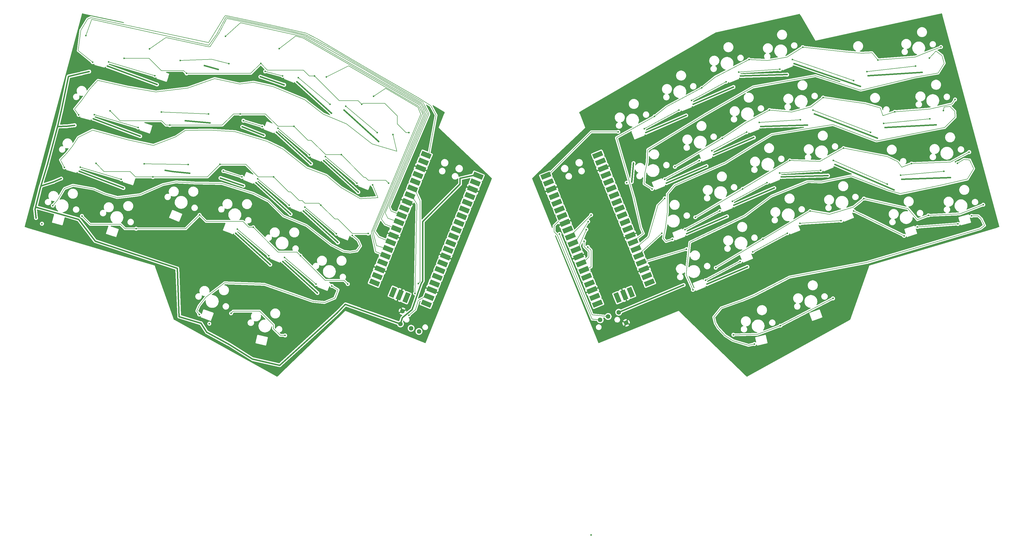
<source format=gbr>
%TF.GenerationSoftware,KiCad,Pcbnew,9.0.4*%
%TF.CreationDate,2025-09-09T15:52:51-06:00*%
%TF.ProjectId,ergo-kola,6572676f-2d6b-46f6-9c61-2e6b69636164,rev?*%
%TF.SameCoordinates,Original*%
%TF.FileFunction,Copper,L1,Top*%
%TF.FilePolarity,Positive*%
%FSLAX46Y46*%
G04 Gerber Fmt 4.6, Leading zero omitted, Abs format (unit mm)*
G04 Created by KiCad (PCBNEW 9.0.4) date 2025-09-09 15:52:51*
%MOMM*%
%LPD*%
G01*
G04 APERTURE LIST*
G04 Aperture macros list*
%AMHorizOval*
0 Thick line with rounded ends*
0 $1 width*
0 $2 $3 position (X,Y) of the first rounded end (center of the circle)*
0 $4 $5 position (X,Y) of the second rounded end (center of the circle)*
0 Add line between two ends*
20,1,$1,$2,$3,$4,$5,0*
0 Add two circle primitives to create the rounded ends*
1,1,$1,$2,$3*
1,1,$1,$4,$5*%
%AMRotRect*
0 Rectangle, with rotation*
0 The origin of the aperture is its center*
0 $1 length*
0 $2 width*
0 $3 Rotation angle, in degrees counterclockwise*
0 Add horizontal line*
21,1,$1,$2,0,0,$3*%
G04 Aperture macros list end*
%TA.AperFunction,ComponentPad*%
%ADD10C,1.600000*%
%TD*%
%TA.AperFunction,ComponentPad*%
%ADD11HorizOval,1.700000X0.000000X0.000000X0.000000X0.000000X0*%
%TD*%
%TA.AperFunction,SMDPad,CuDef*%
%ADD12RotRect,3.500000X1.700000X338.000000*%
%TD*%
%TA.AperFunction,ComponentPad*%
%ADD13RotRect,1.700000X1.700000X338.000000*%
%TD*%
%TA.AperFunction,SMDPad,CuDef*%
%ADD14RotRect,3.500000X1.700000X68.000000*%
%TD*%
%TA.AperFunction,ComponentPad*%
%ADD15HorizOval,1.700000X0.000000X0.000000X0.000000X0.000000X0*%
%TD*%
%TA.AperFunction,SMDPad,CuDef*%
%ADD16RotRect,3.500000X1.700000X22.000000*%
%TD*%
%TA.AperFunction,ComponentPad*%
%ADD17RotRect,1.700000X1.700000X22.000000*%
%TD*%
%TA.AperFunction,SMDPad,CuDef*%
%ADD18RotRect,3.500000X1.700000X112.000000*%
%TD*%
%TA.AperFunction,ViaPad*%
%ADD19C,0.600000*%
%TD*%
%TA.AperFunction,Conductor*%
%ADD20C,0.200000*%
%TD*%
%TA.AperFunction,Conductor*%
%ADD21C,0.500000*%
%TD*%
G04 APERTURE END LIST*
D10*
%TO.P,J1,1,S*%
%TO.N,GND*%
X161470388Y-130199542D03*
%TO.P,J1,2,T*%
%TO.N,L_VBUS*%
X160749303Y-134653758D03*
%TO.P,J1,3,R1*%
%TO.N,L_RX*%
X164458039Y-136152184D03*
%TO.P,J1,4,R2*%
%TO.N,L_TX*%
X167239590Y-137276004D03*
%TD*%
%TO.P,J2,1,S*%
%TO.N,GND*%
X239710022Y-134262772D03*
%TO.P,J2,2,T*%
%TO.N,R_VBUS*%
X237134569Y-130557770D03*
%TO.P,J2,3,R1*%
%TO.N,R_TX*%
X233425833Y-132056196D03*
%TO.P,J2,4,R2*%
%TO.N,R_RX*%
X230644282Y-133180016D03*
%TD*%
D11*
%TO.P,U1,1,GPIO0*%
%TO.N,L_RGB*%
X170576514Y-75801267D03*
D12*
X169742049Y-75464121D03*
D11*
%TO.P,U1,2,GPIO1*%
%TO.N,unconnected-(U1-GPIO1-Pad2)_1*%
X169625013Y-78156314D03*
D12*
%TO.N,unconnected-(U1-GPIO1-Pad2)*%
X168790548Y-77819168D03*
D13*
%TO.P,U1,3,GND*%
%TO.N,GND*%
X168673512Y-80511361D03*
D12*
X167839047Y-80174215D03*
D11*
%TO.P,U1,4,GPIO2*%
%TO.N,unconnected-(U1-GPIO2-Pad4)_1*%
X167722011Y-82866408D03*
D12*
%TO.N,unconnected-(U1-GPIO2-Pad4)*%
X166887546Y-82529262D03*
D11*
%TO.P,U1,5,GPIO3*%
%TO.N,unconnected-(U1-GPIO3-Pad5)_1*%
X166770511Y-85221455D03*
D12*
%TO.N,unconnected-(U1-GPIO3-Pad5)*%
X165936046Y-84884309D03*
D11*
%TO.P,U1,6,GPIO4_(TX)*%
%TO.N,L_TX*%
X165819010Y-87576502D03*
D12*
X164984545Y-87239356D03*
D11*
%TO.P,U1,7,GPIO5_(RX)*%
%TO.N,L_RX*%
X164867509Y-89931549D03*
D12*
X164033044Y-89594403D03*
D13*
%TO.P,U1,8,GND*%
%TO.N,GND*%
X163916008Y-92286596D03*
D12*
X163081543Y-91949450D03*
D11*
%TO.P,U1,9,GPIO6*%
%TO.N,unconnected-(U1-GPIO6-Pad9)_1*%
X162964508Y-94641643D03*
D12*
%TO.N,unconnected-(U1-GPIO6-Pad9)*%
X162130043Y-94304497D03*
D11*
%TO.P,U1,10,GPIO7*%
%TO.N,L_C0*%
X162013007Y-96996690D03*
D12*
X161178542Y-96659544D03*
D11*
%TO.P,U1,11,GPIO8*%
%TO.N,L_C1*%
X161061506Y-99351737D03*
D12*
X160227041Y-99014591D03*
D11*
%TO.P,U1,12,GPIO9*%
%TO.N,L_C2*%
X160110005Y-101706784D03*
D12*
X159275540Y-101369638D03*
D13*
%TO.P,U1,13,GND*%
%TO.N,GND*%
X159158505Y-104061831D03*
D12*
X158324040Y-103724685D03*
D11*
%TO.P,U1,14,GPIO10*%
%TO.N,L_C3*%
X158207004Y-106416878D03*
D12*
X157372539Y-106079732D03*
D11*
%TO.P,U1,15,GPIO11*%
%TO.N,L_C4*%
X157255503Y-108771925D03*
D12*
X156421038Y-108434779D03*
D11*
%TO.P,U1,16,GPIO12*%
%TO.N,L_C5*%
X156304002Y-111126972D03*
D12*
X155469537Y-110789826D03*
D11*
%TO.P,U1,17,GPIO13*%
%TO.N,unconnected-(U1-GPIO13-Pad17)_1*%
X155352502Y-113482019D03*
D12*
%TO.N,unconnected-(U1-GPIO13-Pad17)*%
X154518037Y-113144873D03*
D13*
%TO.P,U1,18,GND*%
%TO.N,GND*%
X154401001Y-115837066D03*
D12*
X153566536Y-115499920D03*
D11*
%TO.P,U1,19,GPIO14*%
%TO.N,unconnected-(U1-GPIO14-Pad19)_1*%
X153449500Y-118192113D03*
D12*
%TO.N,unconnected-(U1-GPIO14-Pad19)*%
X152615035Y-117854967D03*
D11*
%TO.P,U1,20,GPIO15*%
%TO.N,unconnected-(U1-GPIO15-Pad20)*%
X152497999Y-120547160D03*
D12*
%TO.N,unconnected-(U1-GPIO15-Pad20)_1*%
X151663534Y-120210014D03*
D11*
%TO.P,U1,21,GPIO16*%
%TO.N,unconnected-(U1-GPIO16-Pad21)_1*%
X168983328Y-127207665D03*
D12*
%TO.N,unconnected-(U1-GPIO16-Pad21)*%
X169817793Y-127544811D03*
D11*
%TO.P,U1,22,GPIO17*%
%TO.N,L_R4*%
X169934829Y-124852618D03*
D12*
X170769294Y-125189764D03*
D13*
%TO.P,U1,23,GND*%
%TO.N,GND*%
X170886330Y-122497571D03*
D12*
X171720795Y-122834717D03*
D11*
%TO.P,U1,24,GPIO18*%
%TO.N,L_R3*%
X171837831Y-120142524D03*
D12*
X172672296Y-120479670D03*
D11*
%TO.P,U1,25,GPIO19*%
%TO.N,L_R2*%
X172789331Y-117787477D03*
D12*
X173623796Y-118124623D03*
D11*
%TO.P,U1,26,GPIO20*%
%TO.N,L_R1*%
X173740832Y-115432430D03*
D12*
X174575297Y-115769576D03*
D11*
%TO.P,U1,27,GPIO21*%
%TO.N,L_R0*%
X174692333Y-113077383D03*
D12*
X175526798Y-113414529D03*
D13*
%TO.P,U1,28,GND*%
%TO.N,GND*%
X175643834Y-110722336D03*
D12*
X176478299Y-111059482D03*
D11*
%TO.P,U1,29,GPIO22*%
%TO.N,unconnected-(U1-GPIO22-Pad29)*%
X176595334Y-108367289D03*
D12*
%TO.N,unconnected-(U1-GPIO22-Pad29)_1*%
X177429799Y-108704435D03*
D11*
%TO.P,U1,30,RUN*%
%TO.N,unconnected-(U1-RUN-Pad30)_1*%
X177546835Y-106012242D03*
D12*
%TO.N,unconnected-(U1-RUN-Pad30)*%
X178381300Y-106349388D03*
D11*
%TO.P,U1,31,GPIO26_ADC0*%
%TO.N,unconnected-(U1-GPIO26_ADC0-Pad31)_1*%
X178498336Y-103657195D03*
D12*
%TO.N,unconnected-(U1-GPIO26_ADC0-Pad31)*%
X179332801Y-103994341D03*
D11*
%TO.P,U1,32,GPIO27_ADC1*%
%TO.N,unconnected-(U1-GPIO27_ADC1-Pad32)_1*%
X179449837Y-101302148D03*
D12*
%TO.N,unconnected-(U1-GPIO27_ADC1-Pad32)*%
X180284302Y-101639294D03*
D13*
%TO.P,U1,33,AGND*%
%TO.N,unconnected-(U1-AGND-Pad33)*%
X180401337Y-98947101D03*
D12*
%TO.N,unconnected-(U1-AGND-Pad33)_1*%
X181235802Y-99284247D03*
D11*
%TO.P,U1,34,GPIO28_ADC2*%
%TO.N,unconnected-(U1-GPIO28_ADC2-Pad34)_1*%
X181352838Y-96592054D03*
D12*
%TO.N,unconnected-(U1-GPIO28_ADC2-Pad34)*%
X182187303Y-96929200D03*
D11*
%TO.P,U1,35,ADC_VREF*%
%TO.N,unconnected-(U1-ADC_VREF-Pad35)*%
X182304339Y-94237007D03*
D12*
%TO.N,unconnected-(U1-ADC_VREF-Pad35)_1*%
X183138804Y-94574153D03*
D11*
%TO.P,U1,36,3V3*%
%TO.N,unconnected-(U1-3V3-Pad36)_1*%
X183255840Y-91881960D03*
D12*
%TO.N,unconnected-(U1-3V3-Pad36)*%
X184090305Y-92219106D03*
D11*
%TO.P,U1,37,3V3_EN*%
%TO.N,unconnected-(U1-3V3_EN-Pad37)*%
X184207340Y-89526913D03*
D12*
%TO.N,unconnected-(U1-3V3_EN-Pad37)_1*%
X185041805Y-89864059D03*
D13*
%TO.P,U1,38,GND*%
%TO.N,GND*%
X185158841Y-87171866D03*
D12*
X185993306Y-87509012D03*
D11*
%TO.P,U1,39,VSYS*%
%TO.N,unconnected-(U1-VSYS-Pad39)_1*%
X186110342Y-84816819D03*
D12*
%TO.N,unconnected-(U1-VSYS-Pad39)*%
X186944807Y-85153965D03*
D11*
%TO.P,U1,40,VBUS*%
%TO.N,L_VBUS*%
X187061843Y-82461772D03*
D12*
X187896308Y-82798918D03*
D11*
%TO.P,U1,41,SWCLK*%
%TO.N,unconnected-(U1-SWCLK-Pad41)_1*%
X158471775Y-122712659D03*
D14*
%TO.N,unconnected-(U1-SWCLK-Pad41)*%
X158134629Y-123547124D03*
D13*
%TO.P,U1,42,GND*%
%TO.N,GND*%
X160826823Y-123664160D03*
D14*
X160489677Y-124498625D03*
D11*
%TO.P,U1,43,SWDIO*%
%TO.N,unconnected-(U1-SWDIO-Pad43)*%
X163181870Y-124615661D03*
D14*
%TO.N,unconnected-(U1-SWDIO-Pad43)_1*%
X162844724Y-125450126D03*
%TD*%
D15*
%TO.P,U2,1,GPIO0*%
%TO.N,R_RGB*%
X212462078Y-82461772D03*
D16*
X211627613Y-82798918D03*
D15*
%TO.P,U2,2,GPIO1*%
%TO.N,unconnected-(U2-GPIO1-Pad2)_1*%
X213413579Y-84816819D03*
D16*
%TO.N,unconnected-(U2-GPIO1-Pad2)*%
X212579114Y-85153965D03*
D17*
%TO.P,U2,3,GND*%
%TO.N,GND*%
X214365080Y-87171866D03*
D16*
X213530615Y-87509012D03*
D15*
%TO.P,U2,4,GPIO2*%
%TO.N,unconnected-(U2-GPIO2-Pad4)_1*%
X215316581Y-89526913D03*
D16*
%TO.N,unconnected-(U2-GPIO2-Pad4)*%
X214482116Y-89864059D03*
D15*
%TO.P,U2,5,GPIO3*%
%TO.N,unconnected-(U2-GPIO3-Pad5)*%
X216268081Y-91881960D03*
D16*
%TO.N,unconnected-(U2-GPIO3-Pad5)_1*%
X215433616Y-92219106D03*
D15*
%TO.P,U2,6,GPIO4_(TX)*%
%TO.N,R_TX*%
X217219582Y-94237007D03*
D16*
X216385117Y-94574153D03*
D15*
%TO.P,U2,7,GPIO5_(RX)*%
%TO.N,R_RX*%
X218171083Y-96592054D03*
D16*
X217336618Y-96929200D03*
D17*
%TO.P,U2,8,GND*%
%TO.N,GND*%
X219122584Y-98947101D03*
D16*
X218288119Y-99284247D03*
D15*
%TO.P,U2,9,GPIO6*%
%TO.N,R_C6*%
X220074084Y-101302148D03*
D16*
X219239619Y-101639294D03*
D15*
%TO.P,U2,10,GPIO7*%
%TO.N,R_C7*%
X221025585Y-103657195D03*
D16*
X220191120Y-103994341D03*
D15*
%TO.P,U2,11,GPIO8*%
%TO.N,R_C8*%
X221977086Y-106012242D03*
D16*
X221142621Y-106349388D03*
D15*
%TO.P,U2,12,GPIO9*%
%TO.N,R_C9*%
X222928587Y-108367289D03*
D16*
X222094122Y-108704435D03*
D17*
%TO.P,U2,13,GND*%
%TO.N,GND*%
X223880087Y-110722336D03*
D16*
X223045622Y-111059482D03*
D15*
%TO.P,U2,14,GPIO10*%
%TO.N,R_C10*%
X224831588Y-113077383D03*
D16*
X223997123Y-113414529D03*
D15*
%TO.P,U2,15,GPIO11*%
%TO.N,R_C11*%
X225783089Y-115432430D03*
D16*
X224948624Y-115769576D03*
D15*
%TO.P,U2,16,GPIO12*%
%TO.N,unconnected-(U2-GPIO12-Pad16)*%
X226734590Y-117787477D03*
D16*
X225900125Y-118124623D03*
D15*
%TO.P,U2,17,GPIO13*%
%TO.N,unconnected-(U2-GPIO13-Pad17)_1*%
X227686090Y-120142524D03*
D16*
%TO.N,unconnected-(U2-GPIO13-Pad17)*%
X226851625Y-120479670D03*
D17*
%TO.P,U2,18,GND*%
%TO.N,GND*%
X228637591Y-122497571D03*
D16*
X227803126Y-122834717D03*
D15*
%TO.P,U2,19,GPIO14*%
%TO.N,unconnected-(U2-GPIO14-Pad19)_1*%
X229589092Y-124852618D03*
D16*
%TO.N,unconnected-(U2-GPIO14-Pad19)*%
X228754627Y-125189764D03*
D15*
%TO.P,U2,20,GPIO15*%
%TO.N,unconnected-(U2-GPIO15-Pad20)*%
X230540593Y-127207665D03*
D16*
%TO.N,unconnected-(U2-GPIO15-Pad20)_1*%
X229706128Y-127544811D03*
D15*
%TO.P,U2,21,GPIO16*%
%TO.N,unconnected-(U2-GPIO16-Pad21)_1*%
X247025922Y-120547160D03*
D16*
%TO.N,unconnected-(U2-GPIO16-Pad21)*%
X247860387Y-120210014D03*
D15*
%TO.P,U2,22,GPIO17*%
%TO.N,R_R4*%
X246074421Y-118192113D03*
D16*
X246908886Y-117854967D03*
D17*
%TO.P,U2,23,GND*%
%TO.N,GND*%
X245122920Y-115837066D03*
D16*
X245957385Y-115499920D03*
D15*
%TO.P,U2,24,GPIO18*%
%TO.N,R_R3*%
X244171419Y-113482019D03*
D16*
X245005884Y-113144873D03*
D15*
%TO.P,U2,25,GPIO19*%
%TO.N,R_R2*%
X243219919Y-111126972D03*
D16*
X244054384Y-110789826D03*
D15*
%TO.P,U2,26,GPIO20*%
%TO.N,R_R1*%
X242268418Y-108771925D03*
D16*
X243102883Y-108434779D03*
D15*
%TO.P,U2,27,GPIO21*%
%TO.N,R_R0*%
X241316917Y-106416878D03*
D16*
X242151382Y-106079732D03*
D17*
%TO.P,U2,28,GND*%
%TO.N,GND*%
X240365416Y-104061831D03*
D16*
X241199881Y-103724685D03*
D15*
%TO.P,U2,29,GPIO22*%
%TO.N,unconnected-(U2-GPIO22-Pad29)*%
X239413916Y-101706784D03*
D16*
%TO.N,unconnected-(U2-GPIO22-Pad29)_1*%
X240248381Y-101369638D03*
D15*
%TO.P,U2,30,RUN*%
%TO.N,unconnected-(U2-RUN-Pad30)_1*%
X238462415Y-99351737D03*
D16*
%TO.N,unconnected-(U2-RUN-Pad30)*%
X239296880Y-99014591D03*
D15*
%TO.P,U2,31,GPIO26_ADC0*%
%TO.N,unconnected-(U2-GPIO26_ADC0-Pad31)_1*%
X237510914Y-96996690D03*
D16*
%TO.N,unconnected-(U2-GPIO26_ADC0-Pad31)*%
X238345379Y-96659544D03*
D15*
%TO.P,U2,32,GPIO27_ADC1*%
%TO.N,unconnected-(U2-GPIO27_ADC1-Pad32)_1*%
X236559413Y-94641643D03*
D16*
%TO.N,unconnected-(U2-GPIO27_ADC1-Pad32)*%
X237393878Y-94304497D03*
D17*
%TO.P,U2,33,AGND*%
%TO.N,unconnected-(U2-AGND-Pad33)*%
X235607913Y-92286596D03*
D16*
%TO.N,unconnected-(U2-AGND-Pad33)_1*%
X236442378Y-91949450D03*
D15*
%TO.P,U2,34,GPIO28_ADC2*%
%TO.N,unconnected-(U2-GPIO28_ADC2-Pad34)_1*%
X234656412Y-89931549D03*
D16*
%TO.N,unconnected-(U2-GPIO28_ADC2-Pad34)*%
X235490877Y-89594403D03*
D15*
%TO.P,U2,35,ADC_VREF*%
%TO.N,unconnected-(U2-ADC_VREF-Pad35)*%
X233704911Y-87576502D03*
D16*
%TO.N,unconnected-(U2-ADC_VREF-Pad35)_1*%
X234539376Y-87239356D03*
D15*
%TO.P,U2,36,3V3*%
%TO.N,unconnected-(U2-3V3-Pad36)*%
X232753410Y-85221455D03*
D16*
%TO.N,unconnected-(U2-3V3-Pad36)_1*%
X233587875Y-84884309D03*
D15*
%TO.P,U2,37,3V3_EN*%
%TO.N,unconnected-(U2-3V3_EN-Pad37)_1*%
X231801910Y-82866408D03*
D16*
%TO.N,unconnected-(U2-3V3_EN-Pad37)*%
X232636375Y-82529262D03*
D17*
%TO.P,U2,38,GND*%
%TO.N,GND*%
X230850409Y-80511361D03*
D16*
X231684874Y-80174215D03*
D15*
%TO.P,U2,39,VSYS*%
%TO.N,unconnected-(U2-VSYS-Pad39)_1*%
X229898908Y-78156314D03*
D16*
%TO.N,unconnected-(U2-VSYS-Pad39)*%
X230733373Y-77819168D03*
D15*
%TO.P,U2,40,VBUS*%
%TO.N,R_VBUS*%
X228947407Y-75801267D03*
D16*
X229781872Y-75464121D03*
D15*
%TO.P,U2,41,SWCLK*%
%TO.N,unconnected-(U2-SWCLK-Pad41)*%
X236342051Y-124615661D03*
D18*
%TO.N,unconnected-(U2-SWCLK-Pad41)_1*%
X236679197Y-125450126D03*
D17*
%TO.P,U2,42,GND*%
%TO.N,GND*%
X238697098Y-123664160D03*
D18*
X239034244Y-124498625D03*
D15*
%TO.P,U2,43,SWDIO*%
%TO.N,unconnected-(U2-SWDIO-Pad43)*%
X241052146Y-122712659D03*
D18*
%TO.N,unconnected-(U2-SWDIO-Pad43)_1*%
X241389292Y-123547124D03*
%TD*%
D19*
%TO.N,*%
X227482550Y-208524336D03*
%TO.N,L_RGB*%
X53052057Y-43058324D03*
%TO.N,L_RX*%
X165862000Y-123952000D03*
%TO.N,L_TX*%
X167005000Y-120523000D03*
%TO.N,L_C0*%
X50649890Y-33728700D03*
%TO.N,L_C1*%
X72920080Y-38355406D03*
%TO.N,L_C2*%
X99505224Y-33977763D03*
%TO.N,L_C3*%
X118294850Y-38325143D03*
%TO.N,L_C4*%
X134830945Y-48250266D03*
%TO.N,L_C5*%
X151384000Y-54991000D03*
%TO.N,R_C7*%
X227457000Y-96520000D03*
%TO.N,R_C8*%
X226441000Y-98806000D03*
%TO.N,R_C9*%
X225806000Y-101600000D03*
%TO.N,R_C10*%
X225044000Y-105664000D03*
%TO.N,R_C11*%
X226314000Y-107696000D03*
%TO.N,L_R2*%
X132924389Y-93091213D03*
X149460475Y-103016339D03*
X74146130Y-83220110D03*
X116388322Y-83166087D03*
X54222300Y-78467759D03*
X97598698Y-78818705D03*
%TO.N,L_R0*%
X111871205Y-43492995D03*
X147196916Y-57765503D03*
X85919678Y-46984857D03*
X163732983Y-67690629D03*
X64083304Y-41665979D03*
X130660830Y-47840377D03*
%TO.N,L_R1*%
X140060652Y-75428358D03*
X104734942Y-61155850D03*
X59152802Y-60066869D03*
X80032904Y-65102474D03*
X123524567Y-65503232D03*
X156596719Y-85353484D03*
%TO.N,L_R3*%
X125788145Y-110754068D03*
X142324212Y-120679195D03*
X49291798Y-96868650D03*
X90462434Y-96481561D03*
X109252059Y-100828942D03*
X68259356Y-101337727D03*
%TO.N,L_R4*%
X120395448Y-138664658D03*
X163703000Y-131572000D03*
X101476287Y-130921977D03*
%TO.N,R_R1*%
X256788184Y-79644480D03*
X308649961Y-55446846D03*
X354822530Y-56122467D03*
X253238000Y-90678000D03*
X289860337Y-59794228D03*
X333715820Y-60393056D03*
X273324251Y-69719354D03*
%TO.N,R_R2*%
X315786206Y-73109701D03*
X296996581Y-77457083D03*
X263924429Y-97307335D03*
X252222000Y-102870000D03*
X280460514Y-87382209D03*
X339602594Y-78510692D03*
X359753032Y-74523357D03*
%TO.N,R_R0*%
X327829046Y-42275439D03*
X266187988Y-52056499D03*
X249651921Y-61981625D03*
X282724074Y-42131373D03*
X349892028Y-37721577D03*
X301513698Y-37783991D03*
%TO.N,R_R4*%
X312099251Y-125709591D03*
X277241000Y-138430000D03*
X293708574Y-135236404D03*
%TO.N,R_RGB*%
X236982000Y-67437000D03*
%TO.N,R_R3*%
X260858000Y-108458000D03*
X322922469Y-90772557D03*
X345489367Y-96628309D03*
X364683534Y-92924248D03*
X287596759Y-105045064D03*
X271060692Y-114970191D03*
X304132845Y-95119938D03*
%TO.N,Net-(L37-DIN)*%
X39116000Y-93218000D03*
X143864115Y-103667306D03*
%TO.N,GND*%
X169291000Y-68199000D03*
X170561000Y-111506000D03*
X269748000Y-130810000D03*
X231521000Y-70358000D03*
X259207000Y-107823000D03*
X168910000Y-122174000D03*
X167259000Y-72136000D03*
X228473000Y-84074000D03*
X176022000Y-120523000D03*
X255905000Y-101981000D03*
X239395000Y-68580000D03*
X238125000Y-70104000D03*
X253492000Y-107823000D03*
X222631000Y-116586000D03*
X237363000Y-83947000D03*
X247396000Y-88646000D03*
X225425000Y-109728000D03*
X228981000Y-118110000D03*
X219964000Y-109982000D03*
X273812000Y-131699000D03*
X154940000Y-102108000D03*
X170053000Y-117856000D03*
X247269000Y-92202000D03*
X218821000Y-86233000D03*
%TO.N,L_VBUS*%
X46736000Y-65108000D03*
X78486000Y-80899000D03*
X117366297Y-67544975D03*
X63787868Y-87083309D03*
X126766119Y-95132956D03*
X103093789Y-102870685D03*
X97028000Y-45593000D03*
X136594403Y-60896736D03*
X35306000Y-99568000D03*
X58219760Y-44443006D03*
X86996185Y-81949938D03*
X153130470Y-70821862D03*
X94132429Y-64287083D03*
X115185632Y-113885301D03*
X110230052Y-85207830D03*
X69674642Y-68965673D03*
X105410000Y-65659000D03*
X122321876Y-96222446D03*
X90989511Y-134421324D03*
X112922054Y-68634465D03*
X75561416Y-50848056D03*
X93879154Y-134534069D03*
X43942000Y-65489000D03*
X42037000Y-83777000D03*
X97790000Y-83566000D03*
X105785809Y-86297320D03*
X49149000Y-46968500D03*
X129458139Y-78559591D03*
X120058317Y-50971610D03*
X111760000Y-48133000D03*
X133902382Y-77470101D03*
X124502560Y-49882120D03*
X141038646Y-59807246D03*
X51816000Y-46333500D03*
X92202000Y-44196000D03*
X119629875Y-112795811D03*
X145994206Y-88484717D03*
X53289258Y-62843896D03*
X131721699Y-123810428D03*
X48358756Y-81244786D03*
X138857962Y-106147572D03*
X85471000Y-63500000D03*
X33247846Y-97577069D03*
X39370000Y-84920000D03*
%TO.N,R_VBUS*%
X333493314Y-87724519D03*
X298502122Y-43530592D03*
X282145086Y-114662609D03*
X267843000Y-79375000D03*
X312774630Y-78856302D03*
X277272401Y-51748918D03*
X293985005Y-83203684D03*
X284408664Y-69411773D03*
X343308908Y-46603042D03*
X321719766Y-51489266D03*
X310334533Y-82727246D03*
X279712498Y-47877974D03*
X246640345Y-67728226D03*
X277448938Y-93128810D03*
X353169912Y-83404822D03*
X336197491Y-84033218D03*
X305638385Y-61193447D03*
X330310717Y-65915582D03*
X253776608Y-85391081D03*
X275008841Y-96999754D03*
X259842000Y-121031000D03*
X270312675Y-75465955D03*
X242316000Y-78359000D03*
X324423943Y-47797965D03*
X241681000Y-84963000D03*
X303198288Y-65064391D03*
X286848761Y-65540829D03*
X296062025Y-47401536D03*
X268049116Y-120716792D03*
X239903000Y-85217000D03*
X291544908Y-87074628D03*
X327606540Y-69606883D03*
X260736315Y-61674044D03*
X260912853Y-103053936D03*
X263176412Y-57803100D03*
X348239410Y-65003932D03*
%TO.N,Net-(L27-DOUT)*%
X121805685Y-93128810D03*
X110791962Y-83817054D03*
%TO.N,Net-(L2-DIN)*%
X323960417Y-46371380D03*
X341034864Y-44443006D03*
%TO.N,Net-(L3-DIN)*%
X83693000Y-42418000D03*
X100752501Y-43530592D03*
%TO.N,Net-(L19-DIN)*%
X152614279Y-67728226D03*
X141600556Y-58416470D03*
%TO.N,Net-(L1-DOUT)*%
X58607989Y-42994118D03*
X74830681Y-47797965D03*
%TO.N,Net-(L2-DOUT)*%
X248816174Y-87395227D03*
X345814338Y-41609436D03*
%TO.N,Net-(L3-DOUT)*%
X119542126Y-47877974D03*
X113411000Y-46273176D03*
%TO.N,Net-(L4-DOUT)*%
X297940212Y-42139816D03*
X319335791Y-49451206D03*
%TO.N,Net-(L4-DIN)*%
X293541688Y-45534738D03*
X279150588Y-46487198D03*
%TO.N,Net-(L11-DIN)*%
X158136623Y-68341596D03*
X48133000Y-61468000D03*
%TO.N,Net-(L7-DOUT)*%
X136078212Y-57803100D03*
X125064470Y-48491344D03*
%TO.N,Net-(L12-DIN)*%
X329847191Y-64488997D03*
X345965366Y-62843896D03*
%TO.N,Net-(L10-DIN)*%
X258215978Y-59807246D03*
X246078435Y-66337450D03*
%TO.N,Net-(L10-DOUT)*%
X274752064Y-49882120D03*
X262614502Y-56412324D03*
%TO.N,Net-(L11-DOUT)*%
X53677487Y-61395008D03*
X68943907Y-65915582D03*
%TO.N,Net-(L12-DOUT)*%
X350744840Y-60010326D03*
X255952419Y-105058082D03*
%TO.N,Net-(L13-DOUT)*%
X105791000Y-63500000D03*
X112405863Y-65540829D03*
%TO.N,Net-(L14-DOUT)*%
X325222565Y-67568823D03*
X305076475Y-59802671D03*
%TO.N,Net-(L15-DOUT)*%
X128941948Y-75465955D03*
X117928207Y-66154199D03*
%TO.N,Net-(L13-DIN)*%
X77089000Y-60452000D03*
X93616238Y-61193447D03*
%TO.N,Net-(L14-DIN)*%
X300677951Y-63197593D03*
X286286851Y-64150053D03*
%TO.N,Net-(L16-DIN)*%
X269750765Y-74075179D03*
X281888327Y-67544975D03*
%TO.N,Net-(L22-DIN)*%
X265352241Y-77470101D03*
X253214698Y-84000305D03*
%TO.N,Net-(L21-DOUT)*%
X134464292Y-76079325D03*
X145478015Y-85391081D03*
%TO.N,Net-(L23-DIN)*%
X71120000Y-78613000D03*
X86479994Y-78856302D03*
%TO.N,Net-(L23-DOUT)*%
X98806000Y-81153000D03*
X105269618Y-83203684D03*
%TO.N,Net-(L24-DOUT)*%
X312212720Y-77465526D03*
X331109339Y-85686459D03*
%TO.N,Net-(L25-DOUT)*%
X63057133Y-84033218D03*
X48746985Y-79795898D03*
%TO.N,Net-(L24-DIN)*%
X293423095Y-81812908D03*
X307814196Y-80860448D03*
%TO.N,Net-(L25-DIN)*%
X43191053Y-79860104D03*
X151000359Y-86004451D03*
%TO.N,Net-(L26-DOUT)*%
X263088682Y-122720938D03*
X355675342Y-78411216D03*
%TO.N,Net-(L26-DIN)*%
X335733965Y-82606633D03*
X350895868Y-81244786D03*
%TO.N,Net-(L28-DIN)*%
X289024571Y-85207830D03*
X276887028Y-91738034D03*
%TO.N,Net-(L33-DOUT)*%
X127328029Y-93742180D03*
X138341771Y-103053936D03*
%TO.N,Net-(L34-DIN)*%
X260350943Y-101663160D03*
X272488504Y-95132956D03*
%TO.N,Net-(L36-DOUT)*%
X319348983Y-95128382D03*
X336996112Y-103804076D03*
%TO.N,Net-(L38-DOUT)*%
X360605844Y-96812107D03*
X284622229Y-141644629D03*
%TO.N,Net-(L39-DOUT)*%
X103655699Y-101479909D03*
X114669441Y-110791665D03*
%TO.N,Net-(L36-DIN)*%
X300559359Y-99475763D03*
X314950459Y-98523304D03*
%TO.N,Net-(L38-DIN)*%
X341620738Y-100724250D03*
X355826370Y-99645677D03*
%TO.N,Net-(L40-DIN)*%
X284023273Y-109400889D03*
X296160835Y-102870685D03*
%TO.N,Net-(L45-DOUT)*%
X131205508Y-120716792D03*
X120191785Y-111405035D03*
%TO.N,Net-(L46-DIN)*%
X267487206Y-119326016D03*
X279624749Y-112795811D03*
%TO.N,Net-(L47-DOUT)*%
X136727852Y-121330162D03*
X90365668Y-131347589D03*
%TO.N,R_TX*%
X216408000Y-103124000D03*
%TD*%
D20*
%TO.N,L_RGB*%
X48006000Y-38989000D02*
X48895000Y-31877000D01*
X48895000Y-31877000D02*
X51308000Y-27940000D01*
X170576514Y-75801267D02*
X173228000Y-61595000D01*
X52451000Y-27432000D02*
X51308000Y-27940000D01*
X127762000Y-32893000D02*
X116713000Y-30353000D01*
X173228000Y-61595000D02*
X171450000Y-58293000D01*
X53052057Y-43058324D02*
X48006000Y-38989000D01*
X144018000Y-42164000D02*
X131699000Y-34925000D01*
X93599000Y-36195000D02*
X52451000Y-27432000D01*
X153543000Y-47752000D02*
X144018000Y-42164000D01*
X171450000Y-58293000D02*
X167259000Y-55626000D01*
X99187000Y-27051000D02*
X93599000Y-36195000D01*
X116713000Y-30353000D02*
X99568000Y-26670000D01*
X99568000Y-26670000D02*
X99187000Y-27051000D01*
X131699000Y-34925000D02*
X127762000Y-32893000D01*
X167259000Y-55626000D02*
X153543000Y-47752000D01*
%TO.N,L_RX*%
X166497000Y-92710000D02*
X164867509Y-89931549D01*
X165862000Y-123952000D02*
X166497000Y-92710000D01*
%TO.N,L_TX*%
X167640000Y-91567000D02*
X165819010Y-87576502D01*
X167005000Y-120523000D02*
X167640000Y-119888000D01*
X167640000Y-119888000D02*
X167640000Y-91567000D01*
%TO.N,R_RX*%
X215646000Y-103505000D02*
X214503000Y-102362000D01*
X214503000Y-100260137D02*
X218171083Y-96592054D01*
X227838000Y-132969000D02*
X215646000Y-103505000D01*
X230644282Y-133180016D02*
X227838000Y-132969000D01*
X214503000Y-102362000D02*
X214503000Y-100260137D01*
%TO.N,L_C0*%
X52705000Y-28067000D02*
X93726000Y-37084000D01*
X162687000Y-53594000D02*
X168656000Y-57023000D01*
X50649890Y-33728700D02*
X52705000Y-28067000D01*
X170561000Y-60833000D02*
X170688000Y-61214000D01*
X145415000Y-43561000D02*
X162687000Y-53594000D01*
X156845000Y-93599000D02*
X157480000Y-95123000D01*
X93726000Y-37084000D02*
X96393000Y-33401000D01*
X99695000Y-27178000D02*
X119253000Y-31369000D01*
X157480000Y-95123000D02*
X162013007Y-96996690D01*
X170688000Y-61214000D02*
X156845000Y-93599000D01*
X119253000Y-31369000D02*
X127508000Y-33401000D01*
X168656000Y-57023000D02*
X170561000Y-60833000D01*
X127508000Y-33401000D02*
X136017000Y-37973000D01*
X136017000Y-37973000D02*
X145415000Y-43561000D01*
X96393000Y-33401000D02*
X99695000Y-27178000D01*
%TO.N,L_C1*%
X72920080Y-38355406D02*
X78740000Y-34417000D01*
X131064000Y-35814000D02*
X148580927Y-45862620D01*
X118364000Y-31623000D02*
X126603657Y-33590333D01*
X93472000Y-37592000D02*
X94107000Y-37592000D01*
X156337000Y-97663000D02*
X155448000Y-95758000D01*
X78740000Y-34417000D02*
X93472000Y-37592000D01*
X97409000Y-32639000D02*
X99949000Y-27686000D01*
X170180000Y-61087000D02*
X168275000Y-57404000D01*
X161061506Y-99351737D02*
X156337000Y-97663000D01*
X127508000Y-33909000D02*
X131064000Y-35814000D01*
X108966000Y-29591000D02*
X118364000Y-31623000D01*
X126603657Y-33590333D02*
X127508000Y-33909000D01*
X148580927Y-45862620D02*
X168275000Y-57404000D01*
X170053000Y-61341000D02*
X170180000Y-61087000D01*
X94107000Y-37592000D02*
X97409000Y-32639000D01*
X99949000Y-27686000D02*
X108966000Y-29591000D01*
X155448000Y-95758000D02*
X170053000Y-61341000D01*
%TO.N,L_C2*%
X154051000Y-97917000D02*
X155321000Y-99695000D01*
X169545000Y-61214000D02*
X154051000Y-97917000D01*
X126873000Y-34163000D02*
X168021000Y-57785000D01*
X104775000Y-29210000D02*
X126873000Y-34163000D01*
X99505224Y-33977763D02*
X104775000Y-29210000D01*
X168021000Y-57785000D02*
X169545000Y-61214000D01*
X155321000Y-99695000D02*
X160110005Y-101706784D01*
%TO.N,L_C3*%
X167513000Y-58039000D02*
X169037000Y-61214000D01*
X124070958Y-33944881D02*
X126742840Y-34549505D01*
X126742840Y-34549505D02*
X137922000Y-41021000D01*
X151638000Y-102235000D02*
X153162000Y-104267000D01*
X169037000Y-61214000D02*
X151638000Y-102235000D01*
X153162000Y-104267000D02*
X158207004Y-106416878D01*
X137922000Y-41021000D02*
X167513000Y-58039000D01*
X118294850Y-38325143D02*
X124070958Y-33944881D01*
%TO.N,L_C4*%
X152400000Y-107188000D02*
X151093221Y-102272871D01*
X142621000Y-44323000D02*
X167132000Y-58420000D01*
X157255503Y-108771925D02*
X152400000Y-107188000D01*
X151093221Y-102272871D02*
X168402000Y-61341000D01*
X168529000Y-61087000D02*
X167132000Y-58420000D01*
X168402000Y-61341000D02*
X168529000Y-61087000D01*
X134830945Y-48250266D02*
X142621000Y-44323000D01*
%TO.N,L_C5*%
X167894000Y-61214000D02*
X166878000Y-58801000D01*
X151511000Y-106426000D02*
X150622000Y-102362000D01*
X152146000Y-109347000D02*
X156304002Y-111126972D01*
X155558722Y-52225303D02*
X166878000Y-58801000D01*
X151384000Y-54991000D02*
X155558722Y-52225303D01*
X151511000Y-106426000D02*
X152146000Y-109347000D01*
X150622000Y-102362000D02*
X167894000Y-61214000D01*
%TO.N,R_C7*%
X227457000Y-96520000D02*
X221025585Y-102951415D01*
X221025585Y-102951415D02*
X221025585Y-103657195D01*
%TO.N,R_C8*%
X226441000Y-98806000D02*
X221977086Y-106012242D01*
%TO.N,R_C9*%
X225806000Y-101600000D02*
X222928587Y-108367289D01*
%TO.N,R_C10*%
X225044000Y-107569000D02*
X226695000Y-109220000D01*
X225044000Y-105664000D02*
X225044000Y-107569000D01*
X226695000Y-111213971D02*
X224831588Y-113077383D01*
X226695000Y-109220000D02*
X226695000Y-111213971D01*
%TO.N,R_C11*%
X226314000Y-107696000D02*
X227457000Y-108839000D01*
X227457000Y-114681000D02*
X225783089Y-115432430D01*
X227457000Y-108839000D02*
X227457000Y-114681000D01*
%TO.N,L_R2*%
X138810754Y-97953983D02*
X137787159Y-97953983D01*
X132924389Y-93091213D02*
X132238084Y-92404908D01*
X125349000Y-91440000D02*
X122301000Y-88392000D01*
X116388322Y-83166087D02*
X111002236Y-83166087D01*
X149460475Y-103016339D02*
X143873110Y-103016339D01*
X57034541Y-81280000D02*
X54222300Y-78467759D01*
X126365000Y-91440000D02*
X125349000Y-91440000D01*
X111002236Y-83166087D02*
X106654854Y-78818705D01*
X106654854Y-78818705D02*
X97598698Y-78818705D01*
X97598698Y-78818705D02*
X93197293Y-83220110D01*
X122301000Y-88392000D02*
X121614235Y-88392000D01*
X68081789Y-83220110D02*
X66141679Y-81280000D01*
X127329908Y-92404908D02*
X126365000Y-91440000D01*
X93197293Y-83220110D02*
X74146130Y-83220110D01*
X74146130Y-83220110D02*
X68081789Y-83220110D01*
X143873110Y-103016339D02*
X138810754Y-97953983D01*
X137787159Y-97953983D02*
X132924389Y-93091213D01*
X66141679Y-81280000D02*
X57034541Y-81280000D01*
X121614235Y-88392000D02*
X116388322Y-83166087D01*
X132238084Y-92404908D02*
X127329908Y-92404908D01*
%TO.N,L_R0*%
X139329602Y-56509149D02*
X145940562Y-56509149D01*
X147196916Y-57765503D02*
X147542594Y-57419825D01*
X147542594Y-57419825D02*
X155217019Y-57419825D01*
X64083304Y-41665979D02*
X72793607Y-41665979D01*
X126832022Y-45806022D02*
X128866377Y-47840377D01*
X85919678Y-46984857D02*
X108379343Y-46984857D01*
X145940562Y-56509149D02*
X147196916Y-57765503D01*
X77101628Y-45974000D02*
X84908821Y-45974000D01*
X162686629Y-67690629D02*
X163732983Y-67690629D01*
X108379343Y-46984857D02*
X111871205Y-43492995D01*
X155217019Y-57419825D02*
X159635944Y-61838750D01*
X114184232Y-45806022D02*
X126832022Y-45806022D01*
X159635944Y-64639944D02*
X162686629Y-67690629D01*
X128866377Y-47840377D02*
X130660830Y-47840377D01*
X111871205Y-43492995D02*
X114184232Y-45806022D01*
X84908821Y-45974000D02*
X85919678Y-46984857D01*
X130660830Y-47840377D02*
X139329602Y-56509149D01*
X159635944Y-61838750D02*
X159635944Y-64639944D01*
X72793607Y-41665979D02*
X77101628Y-45974000D01*
%TO.N,L_R1*%
X149479000Y-84328000D02*
X155571235Y-84328000D01*
X117897945Y-65503232D02*
X123524567Y-65503232D01*
X134594354Y-75428358D02*
X140060652Y-75428358D01*
X123524567Y-65503232D02*
X128387337Y-70366002D01*
X128387337Y-70366002D02*
X129531998Y-70366002D01*
X129531998Y-70366002D02*
X134594354Y-75428358D01*
X104734942Y-61155850D02*
X113550563Y-61155850D01*
X98346526Y-65102474D02*
X102293150Y-61155850D01*
X140060652Y-75428358D02*
X147944294Y-83312000D01*
X147944294Y-83312000D02*
X148463000Y-83312000D01*
X59152802Y-60066869D02*
X62614455Y-63528522D01*
X113550563Y-61155850D02*
X117897945Y-65503232D01*
X62614455Y-63528522D02*
X77174881Y-63528522D01*
X148463000Y-83312000D02*
X149479000Y-84328000D01*
X78748833Y-65102474D02*
X80032904Y-65102474D01*
X155571235Y-84328000D02*
X156596719Y-85353484D01*
X77174881Y-63528522D02*
X78748833Y-65102474D01*
X102293150Y-61155850D02*
X104734942Y-61155850D01*
X80032904Y-65102474D02*
X98346526Y-65102474D01*
%TO.N,L_R3*%
X125788145Y-110754068D02*
X134456918Y-119422841D01*
X92775460Y-98794587D02*
X105652587Y-98794587D01*
X90462434Y-96481561D02*
X92775460Y-98794587D01*
X68259356Y-101337727D02*
X85606268Y-101337727D01*
X107686942Y-100828942D02*
X109252059Y-100828942D01*
X105652587Y-98794587D02*
X107686942Y-100828942D01*
X85606268Y-101337727D02*
X90462434Y-96481561D01*
X64370177Y-101337727D02*
X68259356Y-101337727D01*
X49291798Y-96868650D02*
X52186923Y-99763775D01*
X141067858Y-119422841D02*
X142324212Y-120679195D01*
X62796225Y-99763775D02*
X64370177Y-101337727D01*
X117920831Y-109497714D02*
X124531791Y-109497714D01*
X124531791Y-109497714D02*
X125788145Y-110754068D01*
X52186923Y-99763775D02*
X62796225Y-99763775D01*
X134456918Y-119422841D02*
X141067858Y-119422841D01*
X109252059Y-100828942D02*
X117920831Y-109497714D01*
%TO.N,L_R4*%
X111483357Y-130160857D02*
X116332000Y-135009500D01*
X165989000Y-129667000D02*
X167005000Y-126365000D01*
X102237407Y-130160857D02*
X111483357Y-130160857D01*
X116332000Y-136258265D02*
X118738393Y-138664658D01*
X167005000Y-126365000D02*
X169934829Y-124852618D01*
X118738393Y-138664658D02*
X120395448Y-138664658D01*
X101476287Y-130921977D02*
X102237407Y-130160857D01*
X163703000Y-131572000D02*
X165989000Y-129667000D01*
X116332000Y-135009500D02*
X116332000Y-136258265D01*
%TO.N,R_R1*%
X353695000Y-57658000D02*
X354822530Y-56122467D01*
X328676000Y-59055000D02*
X329565000Y-61722000D01*
X297688000Y-60452000D02*
X304419000Y-58674000D01*
X329565000Y-61722000D02*
X333715820Y-60393056D01*
X247650000Y-104140000D02*
X242268418Y-108771925D01*
X281813000Y-64135000D02*
X289860337Y-59794228D01*
X323215000Y-57531000D02*
X328676000Y-59055000D01*
X308649961Y-55446846D02*
X323215000Y-57531000D01*
X345821000Y-59436000D02*
X353695000Y-57658000D01*
X304419000Y-58674000D02*
X308649961Y-55446846D01*
X253238000Y-90678000D02*
X250825000Y-93091000D01*
X250825000Y-93091000D02*
X247650000Y-104140000D01*
X333715820Y-60393056D02*
X345821000Y-59436000D01*
X273324251Y-69719354D02*
X281813000Y-64135000D01*
X289860337Y-59794228D02*
X297688000Y-60452000D01*
X273324251Y-69719354D02*
X256788184Y-79644480D01*
%TO.N,R_R2*%
X280460514Y-87382209D02*
X263924429Y-97307335D01*
X353187000Y-77978000D02*
X339602594Y-78510692D01*
X334772000Y-77851000D02*
X336169000Y-79756000D01*
X307594000Y-77724000D02*
X296996581Y-77457083D01*
X359753032Y-74523357D02*
X353187000Y-77978000D01*
X315786206Y-73109701D02*
X307594000Y-77724000D01*
X252222000Y-102870000D02*
X243219919Y-111126972D01*
X331089000Y-76073000D02*
X334772000Y-77851000D01*
X296996581Y-77457083D02*
X280460514Y-87382209D01*
X315786206Y-73109701D02*
X331089000Y-76073000D01*
X336169000Y-79756000D02*
X339602594Y-78510692D01*
%TO.N,R_R0*%
X270891000Y-48260000D02*
X266187988Y-52056499D01*
X282724074Y-42131373D02*
X270891000Y-48260000D01*
X340868000Y-41275000D02*
X327829046Y-42275439D01*
X325755000Y-39751000D02*
X322199000Y-39878000D01*
X301513698Y-37783991D02*
X296037000Y-41275000D01*
X327829046Y-42275439D02*
X325755000Y-39751000D01*
X254000000Y-58547000D02*
X249651921Y-61981625D01*
X349892028Y-37721577D02*
X344551000Y-39751000D01*
X289306000Y-42418000D02*
X282724074Y-42131373D01*
X245745000Y-102997000D02*
X241316917Y-106416878D01*
X344551000Y-39751000D02*
X340868000Y-41275000D01*
X236347000Y-69469000D02*
X242443000Y-90424000D01*
X244856000Y-100965000D02*
X245745000Y-102997000D01*
X249651921Y-61981625D02*
X236347000Y-69469000D01*
X266187988Y-52056499D02*
X254000000Y-58547000D01*
X316865000Y-39497000D02*
X301513698Y-37783991D01*
X322199000Y-39878000D02*
X316865000Y-39497000D01*
X242443000Y-90424000D02*
X244856000Y-100965000D01*
X296037000Y-41275000D02*
X289306000Y-42418000D01*
%TO.N,R_R4*%
X285623000Y-138303000D02*
X277241000Y-138430000D01*
X293708574Y-135236404D02*
X312099251Y-125709591D01*
X293708574Y-135236404D02*
X285623000Y-138303000D01*
%TO.N,R_RGB*%
X212462078Y-82461772D02*
X227486850Y-67437000D01*
X227486850Y-67437000D02*
X236982000Y-67437000D01*
%TO.N,R_R3*%
X345489367Y-96628309D02*
X356489000Y-96139000D01*
X356489000Y-96139000D02*
X364683534Y-92924248D01*
X322922469Y-90772557D02*
X338328000Y-94234000D01*
X304132845Y-95119938D02*
X310896000Y-96266000D01*
X271060692Y-114970191D02*
X287596759Y-105045064D01*
X304132845Y-95119938D02*
X287596759Y-105045064D01*
X338328000Y-94234000D02*
X341630000Y-98171000D01*
X260858000Y-108458000D02*
X244171419Y-113482019D01*
X341630000Y-98171000D02*
X345489367Y-96628309D01*
X310896000Y-96266000D02*
X319278000Y-93726000D01*
X319278000Y-93726000D02*
X322922469Y-90772557D01*
%TO.N,Net-(L37-DIN)*%
X143864115Y-103667306D02*
X145923000Y-105410000D01*
X41275000Y-90424000D02*
X40513000Y-91567000D01*
X114427000Y-91567000D02*
X109474000Y-89027000D01*
X136652000Y-107061000D02*
X127889000Y-100203000D01*
X109474000Y-89027000D02*
X98171000Y-85471000D01*
X145542000Y-109093000D02*
X143129000Y-109474000D01*
X143129000Y-109474000D02*
X140970000Y-109220000D01*
X53340000Y-87376000D02*
X46228000Y-86106000D01*
X46228000Y-86106000D02*
X43180000Y-87249000D01*
X89408000Y-85344000D02*
X82169000Y-84963000D01*
X119888000Y-96901000D02*
X114427000Y-91567000D01*
X57404000Y-89154000D02*
X53340000Y-87376000D01*
X77724000Y-85852000D02*
X69596000Y-89408000D01*
X98171000Y-85471000D02*
X89408000Y-85344000D01*
X43180000Y-87249000D02*
X41275000Y-90424000D01*
X82169000Y-84963000D02*
X77724000Y-85852000D01*
X127889000Y-100203000D02*
X119888000Y-96901000D01*
X61722000Y-90424000D02*
X57404000Y-89154000D01*
X140970000Y-109220000D02*
X136652000Y-107061000D01*
X146812000Y-107315000D02*
X145542000Y-109093000D01*
X145923000Y-105410000D02*
X146812000Y-107315000D01*
X40513000Y-91567000D02*
X39116000Y-93218000D01*
X69596000Y-89408000D02*
X61722000Y-90424000D01*
%TO.N,GND*%
X238125000Y-70104000D02*
X239395000Y-68580000D01*
X247396000Y-88646000D02*
X247269000Y-92202000D01*
X259207000Y-107823000D02*
X253492000Y-107823000D01*
D21*
%TO.N,L_VBUS*%
X126766119Y-95132956D02*
X138857962Y-106147572D01*
X48358756Y-81244786D02*
X63787868Y-87083309D01*
X32893000Y-94488000D02*
X33247846Y-97577069D01*
X42164000Y-59690000D02*
X40767000Y-65532000D01*
X100711000Y-141732000D02*
X108966000Y-146939000D01*
X138557000Y-130810000D02*
X141478000Y-127762000D01*
X48133000Y-98044000D02*
X33083500Y-93726000D01*
X44577000Y-48006000D02*
X49149000Y-46968500D01*
X108966000Y-146939000D02*
X118491000Y-149098000D01*
X133902382Y-77470101D02*
X145994206Y-88484717D01*
X42037000Y-83777000D02*
X39370000Y-84920000D01*
X40767000Y-65532000D02*
X37211000Y-78867000D01*
X141038646Y-59807246D02*
X153130470Y-70821862D01*
X40767000Y-65532000D02*
X43942000Y-65489000D01*
X110230052Y-85207830D02*
X122321876Y-96222446D01*
X117366297Y-67544975D02*
X129458139Y-78559591D01*
X168529000Y-98806000D02*
X181610000Y-85725000D01*
X34925000Y-86360000D02*
X33083500Y-93726000D01*
X78486000Y-80899000D02*
X81026000Y-81343500D01*
X161417000Y-132461000D02*
X164846000Y-129667000D01*
X94132429Y-64287083D02*
X85471000Y-63500000D01*
X82677000Y-115189000D02*
X53975000Y-105664000D01*
X33083500Y-93726000D02*
X32893000Y-94488000D01*
X97790000Y-83566000D02*
X105785809Y-86297320D01*
X168021000Y-120396000D02*
X168529000Y-119634000D01*
X115185632Y-113885301D02*
X103093789Y-102870685D01*
X164846000Y-129667000D02*
X168021000Y-120396000D01*
X53975000Y-105664000D02*
X48133000Y-98044000D01*
X181610000Y-83693000D02*
X187061843Y-82461772D01*
X118491000Y-149098000D02*
X138557000Y-130810000D01*
X181610000Y-85725000D02*
X181610000Y-83693000D01*
X168529000Y-119634000D02*
X168529000Y-98806000D01*
X92202000Y-44196000D02*
X97028000Y-45593000D01*
X160749303Y-134653758D02*
X161417000Y-132461000D01*
X49149000Y-46968500D02*
X51816000Y-46333500D01*
X83312000Y-132080000D02*
X82677000Y-115189000D01*
X92964000Y-137541000D02*
X100711000Y-141732000D01*
X44577000Y-48006000D02*
X42164000Y-59690000D01*
X43942000Y-65489000D02*
X46736000Y-65108000D01*
X53289258Y-62843896D02*
X69674642Y-68965673D01*
X105410000Y-65659000D02*
X112922054Y-68634465D01*
X90989511Y-134421324D02*
X92964000Y-137541000D01*
X119629875Y-112795811D02*
X131721699Y-123810428D01*
X34925000Y-86360000D02*
X37211000Y-78867000D01*
X34925000Y-86360000D02*
X39370000Y-84920000D01*
X90989511Y-134421324D02*
X83312000Y-132080000D01*
X86996185Y-81949938D02*
X81026000Y-81343500D01*
X58219760Y-44443006D02*
X75561416Y-50848056D01*
X111760000Y-48133000D02*
X120058317Y-50971610D01*
X141478000Y-127762000D02*
X160749303Y-134653758D01*
X124502560Y-49882120D02*
X136594403Y-60896736D01*
%TO.N,R_VBUS*%
X330310717Y-65915582D02*
X348239410Y-65003932D01*
X253776608Y-85391081D02*
X267843000Y-79375000D01*
X296062025Y-47401536D02*
X279712498Y-47877974D01*
X336197491Y-84033218D02*
X353169912Y-83404822D01*
X260736315Y-61674044D02*
X246640345Y-67728226D01*
X241681000Y-84963000D02*
X242316000Y-78359000D01*
X312774630Y-78856302D02*
X333493314Y-87724519D01*
X282145086Y-114662609D02*
X268049116Y-120716792D01*
X260912853Y-103053936D02*
X275008841Y-96999754D01*
X286848761Y-65540829D02*
X303198288Y-65064391D01*
X270312675Y-75465955D02*
X284408664Y-69411773D01*
X259842000Y-121031000D02*
X237134569Y-130557770D01*
X324423943Y-47797965D02*
X343308908Y-46603042D01*
X277448938Y-93128810D02*
X291544908Y-87074628D01*
X305638385Y-61193447D02*
X327606540Y-69606883D01*
X321719766Y-51489266D02*
X298502122Y-43530592D01*
X277272401Y-51748918D02*
X263176412Y-57803100D01*
X293985005Y-83203684D02*
X310334533Y-82727246D01*
D20*
%TO.N,Net-(L27-DOUT)*%
X110791962Y-83817054D02*
X121805685Y-93128810D01*
%TO.N,Net-(L2-DIN)*%
X341034864Y-44443006D02*
X323960417Y-46371380D01*
%TO.N,Net-(L3-DIN)*%
X94742000Y-42037000D02*
X100752501Y-43530592D01*
X83693000Y-42418000D02*
X94742000Y-42037000D01*
%TO.N,Net-(L19-DIN)*%
X152614279Y-67728226D02*
X141600556Y-58416470D01*
%TO.N,Net-(L1-DOUT)*%
X58607989Y-42994118D02*
X74830681Y-47797965D01*
%TO.N,Net-(L2-DOUT)*%
X340741000Y-48260000D02*
X348869000Y-46863000D01*
X267208000Y-61468000D02*
X284226000Y-51689000D01*
X284226000Y-51689000D02*
X305943000Y-47752000D01*
X345814338Y-41609436D02*
X348107000Y-39116000D01*
X248816174Y-87395227D02*
X245999000Y-85598000D01*
X247142000Y-77978000D02*
X247269000Y-73660000D01*
X247269000Y-73660000D02*
X267208000Y-61468000D01*
X351028000Y-43434000D02*
X350266000Y-40767000D01*
X305943000Y-47752000D02*
X321818000Y-52832000D01*
X348869000Y-46863000D02*
X351028000Y-43434000D01*
X246253000Y-81788000D02*
X247142000Y-77978000D01*
X245999000Y-85598000D02*
X246253000Y-81788000D01*
X321818000Y-52832000D02*
X340741000Y-48260000D01*
X350266000Y-40767000D02*
X348107000Y-39116000D01*
%TO.N,Net-(L3-DOUT)*%
X119542126Y-47877974D02*
X113411000Y-46273176D01*
%TO.N,Net-(L4-DOUT)*%
X319335791Y-49451206D02*
X297940212Y-42139816D01*
%TO.N,Net-(L4-DIN)*%
X293541688Y-45534738D02*
X279150588Y-46487198D01*
%TO.N,Net-(L11-DIN)*%
X54864000Y-49403000D02*
X52130739Y-52384739D01*
X150876000Y-71628000D02*
X141859000Y-64643000D01*
X116205000Y-51562000D02*
X109347000Y-50038000D01*
X159512000Y-74168000D02*
X150876000Y-71628000D01*
X86360000Y-52070000D02*
X75184000Y-53467000D01*
X95758000Y-48768000D02*
X86360000Y-52070000D01*
X158136623Y-68341596D02*
X159512000Y-74168000D01*
X127254000Y-56134000D02*
X116205000Y-51562000D01*
X65659000Y-51816000D02*
X54864000Y-49403000D01*
X104394000Y-50673000D02*
X104648000Y-50640436D01*
X75184000Y-53467000D02*
X65659000Y-51816000D01*
X133731000Y-61214000D02*
X127254000Y-56134000D01*
X52070000Y-52451000D02*
X49149000Y-56515000D01*
X109347000Y-50038000D02*
X104648000Y-50640436D01*
X141859000Y-64643000D02*
X133731000Y-61214000D01*
X46736000Y-59436000D02*
X48133000Y-61468000D01*
X52070000Y-52451000D02*
X52130739Y-52384739D01*
X49149000Y-56515000D02*
X46736000Y-59436000D01*
X104394000Y-50673000D02*
X95758000Y-48768000D01*
%TO.N,Net-(L7-DOUT)*%
X125064470Y-48491344D02*
X136078212Y-57803100D01*
%TO.N,Net-(L12-DIN)*%
X329847191Y-64488997D02*
X345965366Y-62843896D01*
%TO.N,Net-(L10-DIN)*%
X258215978Y-59807246D02*
X246078435Y-66337450D01*
%TO.N,Net-(L10-DOUT)*%
X274752064Y-49882120D02*
X262614502Y-56412324D01*
%TO.N,Net-(L11-DOUT)*%
X53677487Y-61395008D02*
X68943907Y-65915582D01*
%TO.N,Net-(L12-DOUT)*%
X256667000Y-86106000D02*
X274320000Y-78359000D01*
X353060000Y-58547000D02*
X351028000Y-58674000D01*
X254127000Y-89154000D02*
X256667000Y-86106000D01*
X327279000Y-70612000D02*
X339979000Y-68072000D01*
X351155000Y-65913000D02*
X354838000Y-62230000D01*
X252730000Y-104648000D02*
X253492000Y-100965000D01*
X274320000Y-78359000D02*
X283083000Y-72898000D01*
X339979000Y-68072000D02*
X351155000Y-65913000D01*
X254127000Y-95504000D02*
X254127000Y-89154000D01*
X354838000Y-62230000D02*
X354711000Y-60198000D01*
X283083000Y-72898000D02*
X290703000Y-68326000D01*
X305562000Y-65913000D02*
X312039000Y-64897000D01*
X253619000Y-105791000D02*
X252730000Y-104648000D01*
X253492000Y-100965000D02*
X254127000Y-95504000D01*
X350744840Y-60010326D02*
X351028000Y-58674000D01*
X290703000Y-68326000D02*
X305562000Y-65913000D01*
X354711000Y-60198000D02*
X353060000Y-58547000D01*
X312039000Y-64897000D02*
X327279000Y-70612000D01*
X255952419Y-105058082D02*
X253619000Y-105791000D01*
%TO.N,Net-(L13-DOUT)*%
X105791000Y-63500000D02*
X112405863Y-65540829D01*
%TO.N,Net-(L14-DOUT)*%
X305076475Y-59802671D02*
X325222565Y-67568823D01*
%TO.N,Net-(L15-DOUT)*%
X117928207Y-66154199D02*
X128941948Y-75465955D01*
%TO.N,Net-(L13-DIN)*%
X77089000Y-60452000D02*
X93616238Y-61193447D01*
%TO.N,Net-(L14-DIN)*%
X286286851Y-64150053D02*
X300677951Y-63197593D01*
%TO.N,Net-(L16-DIN)*%
X269750765Y-74075179D02*
X281888327Y-67544975D01*
%TO.N,Net-(L22-DIN)*%
X253214698Y-84000305D02*
X265352241Y-77470101D01*
%TO.N,Net-(L21-DOUT)*%
X134464292Y-76079325D02*
X145478015Y-85391081D01*
%TO.N,Net-(L23-DIN)*%
X71120000Y-78613000D02*
X86479994Y-78856302D01*
%TO.N,Net-(L23-DOUT)*%
X98806000Y-81153000D02*
X105269618Y-83203684D01*
%TO.N,Net-(L24-DOUT)*%
X331109339Y-85686459D02*
X312212720Y-77465526D01*
%TO.N,Net-(L25-DOUT)*%
X48746985Y-79795898D02*
X63057133Y-84033218D01*
%TO.N,Net-(L24-DIN)*%
X307814196Y-80860448D02*
X293423095Y-81812908D01*
%TO.N,Net-(L25-DIN)*%
X53086000Y-66802000D02*
X48006000Y-69342000D01*
X74295000Y-72136000D02*
X65405000Y-70231000D01*
X113792000Y-70612000D02*
X102870000Y-67310000D01*
X134874000Y-82677000D02*
X127889000Y-80010000D01*
X65405000Y-70231000D02*
X53086000Y-66802000D01*
X127889000Y-80010000D02*
X119634000Y-73406000D01*
X85471000Y-66929000D02*
X82042000Y-69215000D01*
X94361000Y-66802000D02*
X85471000Y-66929000D01*
X119634000Y-73406000D02*
X113877912Y-70653088D01*
X151000359Y-86004451D02*
X152908000Y-90424000D01*
X139954000Y-86868000D02*
X134874000Y-82677000D01*
X113792000Y-70612000D02*
X113877912Y-70653088D01*
X41783000Y-77216000D02*
X43191053Y-79860104D01*
X48006000Y-69342000D02*
X45974000Y-72517000D01*
X102870000Y-67310000D02*
X94361000Y-66802000D01*
X146685000Y-90805000D02*
X139954000Y-86868000D01*
X45974000Y-72517000D02*
X44196000Y-74676000D01*
X152908000Y-90424000D02*
X146685000Y-90805000D01*
X44196000Y-74676000D02*
X41783000Y-77216000D01*
X82042000Y-69215000D02*
X74295000Y-72136000D01*
%TO.N,Net-(L26-DOUT)*%
X281178000Y-96901000D02*
X290576000Y-89916000D01*
X303149000Y-84836000D02*
X307848000Y-84956487D01*
X349123000Y-86233000D02*
X359156000Y-83947000D01*
X308102000Y-84963000D02*
X307848000Y-84956487D01*
X261112000Y-113665000D02*
X262001000Y-106045000D01*
X262001000Y-106045000D02*
X281178000Y-96901000D01*
X361315000Y-80264000D02*
X359918000Y-77216000D01*
X290576000Y-89916000D02*
X303149000Y-84836000D01*
X331724000Y-87884000D02*
X335661000Y-89027000D01*
X308102000Y-84963000D02*
X318516000Y-82804000D01*
X260731000Y-117348000D02*
X261112000Y-113665000D01*
X335661000Y-89027000D02*
X349123000Y-86233000D01*
X359156000Y-83947000D02*
X361315000Y-80264000D01*
X355675342Y-78411216D02*
X357886000Y-77089000D01*
X359918000Y-77216000D02*
X357886000Y-77089000D01*
X318516000Y-82804000D02*
X331724000Y-87884000D01*
X263088682Y-122720938D02*
X260731000Y-117348000D01*
%TO.N,Net-(L26-DIN)*%
X350895868Y-81244786D02*
X335733965Y-82606633D01*
%TO.N,Net-(L28-DIN)*%
X289024571Y-85207830D02*
X276887028Y-91738034D01*
%TO.N,Net-(L33-DOUT)*%
X127328029Y-93742180D02*
X138341771Y-103053936D01*
%TO.N,Net-(L34-DIN)*%
X272488504Y-95132956D02*
X260350943Y-101663160D01*
%TO.N,Net-(L36-DOUT)*%
X336996112Y-103804076D02*
X319348983Y-95128382D01*
%TO.N,Net-(L38-DOUT)*%
X277114000Y-140462000D02*
X282575000Y-142113000D01*
X362839000Y-96774000D02*
X363982000Y-97790000D01*
X323850000Y-113157000D02*
X296926000Y-118237000D01*
X274320000Y-138684000D02*
X277114000Y-140462000D01*
X365125000Y-100203000D02*
X363601000Y-101346000D01*
X282575000Y-142113000D02*
X284622229Y-141644629D01*
X360605844Y-96812107D02*
X362839000Y-96774000D01*
X363601000Y-101346000D02*
X323850000Y-113157000D01*
X270891000Y-134366000D02*
X271780000Y-135890000D01*
X272923000Y-129032000D02*
X270383000Y-132207000D01*
X270383000Y-132207000D02*
X270891000Y-134366000D01*
X363982000Y-97790000D02*
X365125000Y-100203000D01*
X280035000Y-126492000D02*
X272923000Y-129032000D01*
X296926000Y-118237000D02*
X284353000Y-124714000D01*
X271780000Y-135890000D02*
X274320000Y-138684000D01*
X284353000Y-124714000D02*
X280035000Y-126492000D01*
%TO.N,Net-(L39-DOUT)*%
X103655699Y-101479909D02*
X114669441Y-110791665D01*
%TO.N,Net-(L36-DIN)*%
X314950459Y-98523304D02*
X300559359Y-99475763D01*
%TO.N,Net-(L38-DIN)*%
X355826370Y-99645677D02*
X341620738Y-100724250D01*
%TO.N,Net-(L40-DIN)*%
X296160835Y-102870685D02*
X284023273Y-109400889D01*
%TO.N,Net-(L45-DOUT)*%
X131205508Y-120716792D02*
X120191785Y-111405035D01*
%TO.N,Net-(L46-DIN)*%
X279624749Y-112795811D02*
X267487206Y-119326016D01*
%TO.N,Net-(L47-DOUT)*%
X90365668Y-131347589D02*
X89496900Y-130136900D01*
X134239000Y-127127000D02*
X137795000Y-125603000D01*
X130175000Y-126746000D02*
X113157000Y-120777000D01*
X90170000Y-131318000D02*
X90365668Y-131347589D01*
X90297000Y-128270000D02*
X89496900Y-130136900D01*
X137795000Y-125603000D02*
X138938000Y-122682000D01*
X99187000Y-120269000D02*
X92710000Y-125222000D01*
X138938000Y-122682000D02*
X136727852Y-121330162D01*
X92710000Y-125222000D02*
X90297000Y-128270000D01*
X130175000Y-126746000D02*
X134239000Y-127127000D01*
X113157000Y-120777000D02*
X99187000Y-120269000D01*
%TO.N,R_TX*%
X227838000Y-131445000D02*
X216408000Y-103124000D01*
X233425833Y-132056196D02*
X227838000Y-131445000D01*
%TD*%
%TA.AperFunction,Conductor*%
%TO.N,GND*%
G36*
X312417351Y-79465036D02*
G01*
X312437115Y-79474817D01*
X312437444Y-79474204D01*
X312442825Y-79477080D01*
X312554851Y-79523482D01*
X312570302Y-79529882D01*
X312570306Y-79529882D01*
X312570307Y-79529883D01*
X312705634Y-79556802D01*
X312705637Y-79556802D01*
X312732657Y-79556802D01*
X312781451Y-79566806D01*
X316600236Y-81201360D01*
X318493816Y-82011869D01*
X318624763Y-82067918D01*
X318635618Y-82076878D01*
X318648877Y-82081612D01*
X318662030Y-82098678D01*
X318678648Y-82112394D01*
X318682936Y-82125802D01*
X318691530Y-82136952D01*
X318693369Y-82158421D01*
X318699933Y-82178943D01*
X318696292Y-82192539D01*
X318697494Y-82206567D01*
X318687433Y-82225622D01*
X318681861Y-82246435D01*
X318671445Y-82255906D01*
X318664874Y-82268354D01*
X318646112Y-82278943D01*
X318630169Y-82293442D01*
X318615074Y-82296462D01*
X318604027Y-82302698D01*
X318568862Y-82305710D01*
X318559665Y-82305182D01*
X318553730Y-82304698D01*
X318503123Y-82299345D01*
X318503108Y-82299345D01*
X318491074Y-82301242D01*
X318478918Y-82300545D01*
X318426189Y-82311475D01*
X318423266Y-82311937D01*
X318423241Y-82311942D01*
X318372933Y-82319877D01*
X318368211Y-82321272D01*
X318348781Y-82327523D01*
X308071049Y-84458272D01*
X308042700Y-84460813D01*
X307926700Y-84457840D01*
X307926699Y-84457840D01*
X307882633Y-84456710D01*
X307794959Y-84454462D01*
X307794958Y-84454462D01*
X307793359Y-84454421D01*
X303197447Y-84336576D01*
X303183372Y-84335411D01*
X303153398Y-84331199D01*
X303133888Y-84333595D01*
X303133887Y-84333594D01*
X303124769Y-84334713D01*
X303095959Y-84333975D01*
X303059662Y-84342709D01*
X303052647Y-84343571D01*
X303052641Y-84343572D01*
X303035713Y-84345651D01*
X303022592Y-84347262D01*
X303004376Y-84354621D01*
X303004377Y-84354622D01*
X302995860Y-84358063D01*
X302967832Y-84364809D01*
X302935029Y-84382641D01*
X302928470Y-84385292D01*
X290390432Y-89451166D01*
X290389672Y-89451470D01*
X290330324Y-89474994D01*
X290328441Y-89476042D01*
X290328412Y-89476059D01*
X290327481Y-89476576D01*
X290276437Y-89515041D01*
X290275782Y-89515531D01*
X280928266Y-96463010D01*
X280907666Y-96475415D01*
X261796176Y-105588177D01*
X261796177Y-105588178D01*
X261795921Y-105588300D01*
X261794059Y-105589188D01*
X261742167Y-105611586D01*
X261734701Y-105617491D01*
X261726109Y-105621588D01*
X261684910Y-105656766D01*
X261681324Y-105659713D01*
X261638812Y-105693343D01*
X261638806Y-105693349D01*
X261633123Y-105700984D01*
X261625889Y-105707163D01*
X261593898Y-105753695D01*
X261592488Y-105755591D01*
X261592476Y-105755609D01*
X261560137Y-105799068D01*
X261556181Y-105806161D01*
X261555882Y-105805994D01*
X261554615Y-105808368D01*
X261554920Y-105808523D01*
X261551231Y-105815759D01*
X261533134Y-105866839D01*
X261533135Y-105866840D01*
X261532354Y-105869043D01*
X261511507Y-105921554D01*
X261510403Y-105931010D01*
X261507226Y-105939981D01*
X261507225Y-105939984D01*
X261507224Y-105939988D01*
X261502967Y-105993982D01*
X261502516Y-105998603D01*
X261302499Y-107713038D01*
X261275178Y-107777345D01*
X261217428Y-107816673D01*
X261147583Y-107818535D01*
X261131885Y-107813231D01*
X261062328Y-107784420D01*
X261062322Y-107784418D01*
X260926995Y-107757500D01*
X260926993Y-107757500D01*
X260789007Y-107757500D01*
X260789005Y-107757500D01*
X260653677Y-107784418D01*
X260653667Y-107784421D01*
X260526195Y-107837221D01*
X260526182Y-107837228D01*
X260411458Y-107913885D01*
X260411454Y-107913888D01*
X260313892Y-108011451D01*
X260313889Y-108011454D01*
X260265281Y-108084198D01*
X260211667Y-108129002D01*
X260197929Y-108134040D01*
X247024730Y-112100245D01*
X246954862Y-112100724D01*
X246895826Y-112063353D01*
X246874010Y-112027961D01*
X246872133Y-112023316D01*
X246735624Y-111685445D01*
X246669570Y-111521955D01*
X246669568Y-111521951D01*
X246620664Y-111440558D01*
X246524920Y-111357330D01*
X246402579Y-111305398D01*
X246348561Y-111261083D01*
X246327076Y-111194599D01*
X246336889Y-111142805D01*
X246339246Y-111137250D01*
X246339248Y-111137249D01*
X246388818Y-111020468D01*
X246399876Y-110894085D01*
X246378516Y-110801565D01*
X245852813Y-109500411D01*
X245845952Y-109430882D01*
X245877771Y-109368678D01*
X245883946Y-109362600D01*
X250938659Y-104726271D01*
X252163166Y-103603118D01*
X252188399Y-103590721D01*
X252212049Y-103575523D01*
X252222352Y-103574041D01*
X252225877Y-103572310D01*
X252246984Y-103570500D01*
X252289549Y-103570500D01*
X252356588Y-103590185D01*
X252402343Y-103642989D01*
X252412287Y-103712147D01*
X252410977Y-103719623D01*
X252251434Y-104490747D01*
X252244877Y-104512321D01*
X252241539Y-104520531D01*
X252241538Y-104520534D01*
X252236452Y-104561216D01*
X252234839Y-104570951D01*
X252226530Y-104611115D01*
X252226530Y-104611119D01*
X252227042Y-104619975D01*
X252227041Y-104619975D01*
X252227694Y-104631276D01*
X252225192Y-104651304D01*
X252231484Y-104696797D01*
X252231770Y-104701742D01*
X252231771Y-104701745D01*
X252234139Y-104742681D01*
X252234139Y-104742683D01*
X252234140Y-104742686D01*
X252240482Y-104761852D01*
X252243248Y-104781845D01*
X252261106Y-104824175D01*
X252262659Y-104828866D01*
X252275543Y-104867797D01*
X252280407Y-104875199D01*
X252291026Y-104895091D01*
X252294475Y-104903266D01*
X252319657Y-104935643D01*
X252322690Y-104939542D01*
X252347916Y-104977930D01*
X252362985Y-104991351D01*
X252369934Y-105000286D01*
X252369939Y-105000291D01*
X253205722Y-106074868D01*
X253212496Y-106084488D01*
X253231928Y-106115065D01*
X253231930Y-106115067D01*
X253231931Y-106115068D01*
X253241989Y-106124304D01*
X253255994Y-106139504D01*
X253264382Y-106150289D01*
X253293277Y-106172162D01*
X253293276Y-106172162D01*
X253297973Y-106175717D01*
X253328995Y-106204206D01*
X253350291Y-106215321D01*
X253358555Y-106221577D01*
X253358559Y-106221580D01*
X253365654Y-106226950D01*
X253369457Y-106229829D01*
X253403031Y-106243479D01*
X253413685Y-106248411D01*
X253445823Y-106265186D01*
X253459156Y-106268157D01*
X253459159Y-106268158D01*
X253469281Y-106270413D01*
X253491537Y-106279462D01*
X253533328Y-106284686D01*
X253574452Y-106293850D01*
X253574455Y-106293849D01*
X253574456Y-106293850D01*
X253588096Y-106293269D01*
X253588098Y-106293268D01*
X253598462Y-106292827D01*
X253622304Y-106295808D01*
X253664029Y-106290036D01*
X253706117Y-106288245D01*
X253729041Y-106281044D01*
X253752845Y-106277752D01*
X253791657Y-106261377D01*
X255588682Y-105696937D01*
X255658538Y-105695629D01*
X255673290Y-105700678D01*
X255748091Y-105731662D01*
X255748095Y-105731662D01*
X255748096Y-105731663D01*
X255883423Y-105758582D01*
X255883426Y-105758582D01*
X256021414Y-105758582D01*
X256112460Y-105740471D01*
X256156747Y-105731662D01*
X256284230Y-105678857D01*
X256398961Y-105602196D01*
X256496533Y-105504624D01*
X256573194Y-105389893D01*
X256573195Y-105389890D01*
X256573197Y-105389887D01*
X256606874Y-105308582D01*
X256625999Y-105262410D01*
X256625999Y-105262407D01*
X256628219Y-105257049D01*
X256642402Y-105239448D01*
X256652674Y-105219314D01*
X256663901Y-105212767D01*
X256672059Y-105202645D01*
X256693509Y-105195505D01*
X256713034Y-105184122D01*
X256726018Y-105184685D01*
X256738353Y-105180580D01*
X256760256Y-105186170D01*
X256782838Y-105187150D01*
X256793457Y-105194644D01*
X256806053Y-105197859D01*
X256821455Y-105214402D01*
X256839924Y-105227436D01*
X256850501Y-105245600D01*
X256853663Y-105248996D01*
X256857701Y-105257926D01*
X256868914Y-105285679D01*
X256868956Y-105285696D01*
X256877994Y-105307998D01*
X256878205Y-105308520D01*
X256878211Y-105308582D01*
X256878259Y-105308655D01*
X256879825Y-105312531D01*
X256922672Y-105363608D01*
X256979205Y-105398946D01*
X256985679Y-105400561D01*
X257043892Y-105415085D01*
X257110400Y-105410446D01*
X257112542Y-105409580D01*
X257112568Y-105409576D01*
X257137278Y-105399592D01*
X257137279Y-105399593D01*
X260297769Y-104122672D01*
X260297769Y-104122671D01*
X260320687Y-104113412D01*
X260320871Y-104113291D01*
X260324628Y-104111774D01*
X260375708Y-104068924D01*
X260411046Y-104012387D01*
X260427183Y-103947696D01*
X260422539Y-103881185D01*
X260411683Y-103854308D01*
X260411684Y-103854306D01*
X260400418Y-103826421D01*
X260397657Y-103798425D01*
X260393559Y-103756899D01*
X260393561Y-103756894D01*
X260393561Y-103756889D01*
X260410269Y-103724232D01*
X260425378Y-103694695D01*
X260425382Y-103694692D01*
X260425385Y-103694687D01*
X260460567Y-103674228D01*
X260485775Y-103659568D01*
X260485779Y-103659568D01*
X260485785Y-103659565D01*
X260525857Y-103661349D01*
X260555576Y-103662671D01*
X260555581Y-103662673D01*
X260555586Y-103662674D01*
X260555595Y-103662680D01*
X260575338Y-103672451D01*
X260575667Y-103671838D01*
X260581048Y-103674714D01*
X260708520Y-103727514D01*
X260708525Y-103727516D01*
X260708529Y-103727516D01*
X260708530Y-103727517D01*
X260843857Y-103754436D01*
X260843860Y-103754436D01*
X260981848Y-103754436D01*
X261079139Y-103735083D01*
X261117181Y-103727516D01*
X261244664Y-103674711D01*
X261359395Y-103598050D01*
X261391522Y-103565922D01*
X261430268Y-103539667D01*
X261687642Y-103429126D01*
X273491391Y-98359454D01*
X275002778Y-97710318D01*
X275051713Y-97700254D01*
X275077836Y-97700254D01*
X275168882Y-97682143D01*
X275213169Y-97673334D01*
X275340652Y-97620529D01*
X275455383Y-97543868D01*
X275552955Y-97446296D01*
X275629616Y-97331565D01*
X275682421Y-97204082D01*
X275694186Y-97144936D01*
X275709341Y-97068749D01*
X275709341Y-96930758D01*
X275682422Y-96795431D01*
X275682421Y-96795430D01*
X275682421Y-96795426D01*
X275670272Y-96766095D01*
X275629619Y-96667949D01*
X275629612Y-96667936D01*
X275552955Y-96553212D01*
X275552952Y-96553208D01*
X275455386Y-96455642D01*
X275455382Y-96455639D01*
X275340658Y-96378982D01*
X275340645Y-96378975D01*
X275213173Y-96326175D01*
X275213163Y-96326172D01*
X275077836Y-96299254D01*
X275077834Y-96299254D01*
X274939848Y-96299254D01*
X274939846Y-96299254D01*
X274804518Y-96326172D01*
X274804508Y-96326175D01*
X274677036Y-96378975D01*
X274677023Y-96378982D01*
X274562302Y-96455637D01*
X274530169Y-96487769D01*
X274491425Y-96514021D01*
X261051038Y-102286625D01*
X261021517Y-102290186D01*
X260992421Y-102296310D01*
X260987209Y-102294325D01*
X260981671Y-102294994D01*
X260954906Y-102282028D01*
X260927123Y-102271451D01*
X260923811Y-102266964D01*
X260918792Y-102264533D01*
X260903288Y-102239159D01*
X260885631Y-102215236D01*
X260885270Y-102209669D01*
X260882363Y-102204911D01*
X260883038Y-102175181D01*
X260881118Y-102145512D01*
X260883857Y-102139121D01*
X260883950Y-102135060D01*
X260893675Y-102112527D01*
X260896150Y-102108065D01*
X260971718Y-101994971D01*
X261009464Y-101903842D01*
X261012888Y-101897672D01*
X261032933Y-101877895D01*
X261050595Y-101855979D01*
X261062557Y-101848639D01*
X272251303Y-95828912D01*
X272319665Y-95814485D01*
X272334241Y-95816494D01*
X272349350Y-95819500D01*
X272419509Y-95833456D01*
X272419511Y-95833456D01*
X272557499Y-95833456D01*
X272665644Y-95811944D01*
X272692832Y-95806536D01*
X272820315Y-95753731D01*
X272935046Y-95677070D01*
X273032618Y-95579498D01*
X273109279Y-95464767D01*
X273162084Y-95337284D01*
X273162085Y-95337275D01*
X273164284Y-95331968D01*
X273208125Y-95277565D01*
X273274419Y-95255499D01*
X273342118Y-95272778D01*
X273389729Y-95323914D01*
X273393818Y-95332972D01*
X273415826Y-95387449D01*
X273418833Y-95391033D01*
X273458693Y-95438537D01*
X273458695Y-95438538D01*
X273458696Y-95438539D01*
X273515246Y-95473872D01*
X273515247Y-95473872D01*
X273515250Y-95473874D01*
X273579958Y-95489998D01*
X273579959Y-95489999D01*
X273579959Y-95489998D01*
X273579960Y-95489999D01*
X273646486Y-95485334D01*
X273674461Y-95474023D01*
X273674462Y-95474025D01*
X273674480Y-95474015D01*
X276833854Y-94197546D01*
X276833854Y-94197544D01*
X276856978Y-94188202D01*
X276857048Y-94188155D01*
X276860725Y-94186671D01*
X276911809Y-94143817D01*
X276947148Y-94087272D01*
X276963281Y-94022575D01*
X276958629Y-93956059D01*
X276954161Y-93945001D01*
X276947770Y-93929181D01*
X276947770Y-93929182D01*
X276941049Y-93912548D01*
X276936506Y-93901305D01*
X276929643Y-93831775D01*
X276961461Y-93769571D01*
X277021858Y-93734442D01*
X277091659Y-93737544D01*
X277111423Y-93747325D01*
X277111752Y-93746712D01*
X277117133Y-93749588D01*
X277229772Y-93796244D01*
X277244610Y-93802390D01*
X277244614Y-93802390D01*
X277244615Y-93802391D01*
X277379942Y-93829310D01*
X277379945Y-93829310D01*
X277517933Y-93829310D01*
X277619759Y-93809055D01*
X277653266Y-93802390D01*
X277780749Y-93749585D01*
X277895480Y-93672924D01*
X277927607Y-93640796D01*
X277966353Y-93614541D01*
X277968973Y-93613416D01*
X291017858Y-88008955D01*
X291538846Y-87785192D01*
X291587781Y-87775128D01*
X291613903Y-87775128D01*
X291704949Y-87757017D01*
X291749236Y-87748208D01*
X291876719Y-87695403D01*
X291991450Y-87618742D01*
X292089022Y-87521170D01*
X292165683Y-87406439D01*
X292218488Y-87278956D01*
X292238091Y-87180405D01*
X292245408Y-87143623D01*
X292245408Y-87005632D01*
X292218489Y-86870305D01*
X292218488Y-86870304D01*
X292218488Y-86870300D01*
X292202466Y-86831619D01*
X292165686Y-86742823D01*
X292165679Y-86742810D01*
X292089022Y-86628086D01*
X292089019Y-86628082D01*
X291991453Y-86530516D01*
X291991449Y-86530513D01*
X291876725Y-86453856D01*
X291876712Y-86453849D01*
X291749240Y-86401049D01*
X291749230Y-86401046D01*
X291613903Y-86374128D01*
X291613901Y-86374128D01*
X291475915Y-86374128D01*
X291475913Y-86374128D01*
X291340585Y-86401046D01*
X291340575Y-86401049D01*
X291213103Y-86453849D01*
X291213090Y-86453856D01*
X291098369Y-86530511D01*
X291066236Y-86562643D01*
X291027492Y-86588895D01*
X277587124Y-92361498D01*
X277557598Y-92365060D01*
X277528507Y-92371183D01*
X277523295Y-92369198D01*
X277517758Y-92369867D01*
X277491000Y-92356904D01*
X277463209Y-92346325D01*
X277459896Y-92341837D01*
X277454878Y-92339406D01*
X277439376Y-92314034D01*
X277421717Y-92290109D01*
X277421356Y-92284542D01*
X277418449Y-92279784D01*
X277419124Y-92250055D01*
X277417204Y-92220386D01*
X277419943Y-92213995D01*
X277420036Y-92209933D01*
X277429761Y-92187401D01*
X277432241Y-92182930D01*
X277507803Y-92069845D01*
X277545548Y-91978718D01*
X277548973Y-91972546D01*
X277569015Y-91952773D01*
X277586680Y-91930852D01*
X277598643Y-91923512D01*
X288787372Y-85903786D01*
X288855734Y-85889359D01*
X288870305Y-85891367D01*
X288931067Y-85903454D01*
X288955577Y-85908330D01*
X288955578Y-85908330D01*
X289093566Y-85908330D01*
X289199328Y-85887292D01*
X289228899Y-85881410D01*
X289356382Y-85828605D01*
X289471113Y-85751944D01*
X289568685Y-85654372D01*
X289645346Y-85539641D01*
X289698151Y-85412158D01*
X289698152Y-85412149D01*
X289700349Y-85406847D01*
X289744190Y-85352444D01*
X289810484Y-85330378D01*
X289878183Y-85347657D01*
X289925794Y-85398793D01*
X289929872Y-85407824D01*
X289951901Y-85462316D01*
X289951904Y-85462321D01*
X289987407Y-85504618D01*
X289994774Y-85513395D01*
X290051327Y-85548725D01*
X290116030Y-85564853D01*
X290182550Y-85560200D01*
X290184687Y-85559336D01*
X290184698Y-85559335D01*
X290184698Y-85559334D01*
X290209432Y-85549341D01*
X293318113Y-84293350D01*
X293318327Y-84293329D01*
X293365907Y-84274093D01*
X293365908Y-84274094D01*
X293396821Y-84261597D01*
X293447898Y-84218724D01*
X293450807Y-84214068D01*
X293483226Y-84162172D01*
X293483226Y-84162169D01*
X293483229Y-84162166D01*
X293499355Y-84097459D01*
X293498305Y-84082467D01*
X293494698Y-84030937D01*
X293492541Y-84025597D01*
X293483076Y-84002173D01*
X293472572Y-83976176D01*
X293465711Y-83906646D01*
X293497530Y-83844442D01*
X293557928Y-83809316D01*
X293627729Y-83812419D01*
X293647490Y-83822199D01*
X293647819Y-83821586D01*
X293653200Y-83824462D01*
X293780672Y-83877262D01*
X293780677Y-83877264D01*
X293780681Y-83877264D01*
X293780682Y-83877265D01*
X293916009Y-83904184D01*
X293916012Y-83904184D01*
X294054000Y-83904184D01*
X294145046Y-83886073D01*
X294189333Y-83877264D01*
X294242959Y-83855050D01*
X294286799Y-83845665D01*
X310065664Y-83385857D01*
X310116724Y-83395242D01*
X310130205Y-83400826D01*
X310136932Y-83402164D01*
X310265537Y-83427746D01*
X310265540Y-83427746D01*
X310403528Y-83427746D01*
X310532134Y-83402164D01*
X310538861Y-83400826D01*
X310638300Y-83359637D01*
X310666337Y-83348024D01*
X310666337Y-83348023D01*
X310666344Y-83348021D01*
X310781075Y-83271360D01*
X310878647Y-83173788D01*
X310955308Y-83059057D01*
X311008113Y-82931574D01*
X311022209Y-82860708D01*
X311035033Y-82796241D01*
X311035033Y-82658250D01*
X311008114Y-82522923D01*
X311008113Y-82522922D01*
X311008113Y-82522918D01*
X310993023Y-82486488D01*
X310955311Y-82395441D01*
X310955304Y-82395428D01*
X310878647Y-82280704D01*
X310878644Y-82280700D01*
X310781078Y-82183134D01*
X310781074Y-82183131D01*
X310666350Y-82106474D01*
X310666337Y-82106467D01*
X310538865Y-82053667D01*
X310538855Y-82053664D01*
X310403528Y-82026746D01*
X310403526Y-82026746D01*
X310265540Y-82026746D01*
X310265538Y-82026746D01*
X310130206Y-82053665D01*
X310130199Y-82053667D01*
X310076575Y-82075878D01*
X310032737Y-82085263D01*
X294253874Y-82545071D01*
X294220937Y-82541607D01*
X294211644Y-82539345D01*
X294189333Y-82530104D01*
X294103661Y-82513062D01*
X294101111Y-82512442D01*
X294073053Y-82496214D01*
X294044333Y-82481191D01*
X294042984Y-82478823D01*
X294040629Y-82477461D01*
X294025804Y-82448653D01*
X294009759Y-82420475D01*
X294009904Y-82417754D01*
X294008659Y-82415334D01*
X294011763Y-82383077D01*
X294013499Y-82350705D01*
X294015092Y-82348495D01*
X294015353Y-82345786D01*
X294035407Y-82320323D01*
X294054366Y-82294034D01*
X294056899Y-82293037D01*
X294058585Y-82290897D01*
X294089224Y-82280318D01*
X294119384Y-82268452D01*
X294122217Y-82268232D01*
X307307953Y-81395547D01*
X307376145Y-81410761D01*
X307385032Y-81416174D01*
X307482378Y-81481219D01*
X307482391Y-81481226D01*
X307608661Y-81533528D01*
X307609868Y-81534028D01*
X307609872Y-81534028D01*
X307609873Y-81534029D01*
X307745200Y-81560948D01*
X307745203Y-81560948D01*
X307883191Y-81560948D01*
X307974237Y-81542837D01*
X308018524Y-81534028D01*
X308118789Y-81492497D01*
X308146000Y-81481226D01*
X308146000Y-81481225D01*
X308146007Y-81481223D01*
X308260738Y-81404562D01*
X308358310Y-81306990D01*
X308434971Y-81192259D01*
X308487776Y-81064776D01*
X308487776Y-81064774D01*
X308489986Y-81059440D01*
X308533826Y-81005036D01*
X308600120Y-80982971D01*
X308667820Y-81000250D01*
X308715431Y-81051387D01*
X308719522Y-81060451D01*
X308741529Y-81114935D01*
X308784391Y-81166022D01*
X308784394Y-81166025D01*
X308840944Y-81201360D01*
X308840946Y-81201360D01*
X308840947Y-81201361D01*
X308905655Y-81217488D01*
X308972179Y-81212826D01*
X309000537Y-81201361D01*
X312159546Y-79925038D01*
X312159546Y-79925037D01*
X312183536Y-79915345D01*
X312183578Y-79915315D01*
X312186420Y-79914168D01*
X312237505Y-79871313D01*
X312272844Y-79814768D01*
X312288976Y-79750068D01*
X312284322Y-79683550D01*
X312273304Y-79656283D01*
X312262198Y-79628796D01*
X312255336Y-79559266D01*
X312287153Y-79497062D01*
X312347551Y-79461934D01*
X312417351Y-79465036D01*
G37*
%TD.AperFunction*%
%TA.AperFunction,Conductor*%
G36*
X301948585Y-65771276D02*
G01*
X301995859Y-65822725D01*
X302007813Y-65891564D01*
X301980651Y-65955939D01*
X301922999Y-65995409D01*
X301904489Y-65999897D01*
X290667280Y-67824743D01*
X290649492Y-67826328D01*
X290628705Y-67826678D01*
X290628691Y-67826680D01*
X290600694Y-67834687D01*
X290600695Y-67834688D01*
X290593669Y-67836697D01*
X290557733Y-67842534D01*
X290530613Y-67854734D01*
X290522004Y-67857197D01*
X290522001Y-67857199D01*
X290501999Y-67862921D01*
X290501996Y-67862923D01*
X290477024Y-67877906D01*
X290464108Y-67884656D01*
X290437555Y-67896603D01*
X290437553Y-67896603D01*
X290421434Y-67909761D01*
X290406823Y-67920026D01*
X282888600Y-72430960D01*
X282878315Y-72437132D01*
X282874211Y-72438382D01*
X282821907Y-72470975D01*
X282821007Y-72471516D01*
X282768988Y-72502728D01*
X282767360Y-72504022D01*
X282755825Y-72512157D01*
X274093444Y-77910451D01*
X274077691Y-77918761D01*
X256483363Y-85640012D01*
X256483364Y-85640013D01*
X256479885Y-85641540D01*
X256432383Y-85659013D01*
X256419717Y-85667944D01*
X256408285Y-85672962D01*
X256408284Y-85672962D01*
X256405538Y-85674167D01*
X256405532Y-85674171D01*
X256368999Y-85703432D01*
X256362953Y-85707979D01*
X256324686Y-85734969D01*
X256322762Y-85737276D01*
X256322763Y-85737277D01*
X256317220Y-85743929D01*
X256314769Y-85746870D01*
X256302677Y-85756556D01*
X256272723Y-85797322D01*
X256270293Y-85800240D01*
X256270291Y-85800241D01*
X253760640Y-88811823D01*
X253753066Y-88820117D01*
X253726503Y-88846682D01*
X253726498Y-88846688D01*
X253720337Y-88857355D01*
X253720338Y-88857356D01*
X253715017Y-88866570D01*
X253700322Y-88884207D01*
X253682208Y-88923397D01*
X253679391Y-88928277D01*
X253660609Y-88960809D01*
X253660607Y-88960815D01*
X253657417Y-88972715D01*
X253657418Y-88972716D01*
X253654665Y-88982991D01*
X253645033Y-89003833D01*
X253637677Y-89046392D01*
X253636222Y-89051823D01*
X253626500Y-89088105D01*
X253626500Y-89100428D01*
X253624689Y-89121545D01*
X253622590Y-89133690D01*
X253622589Y-89133692D01*
X253625991Y-89171101D01*
X253626500Y-89182328D01*
X253626500Y-89895127D01*
X253606815Y-89962166D01*
X253554011Y-90007921D01*
X253484853Y-90017865D01*
X253455050Y-90009689D01*
X253442332Y-90004421D01*
X253442322Y-90004418D01*
X253306995Y-89977500D01*
X253306993Y-89977500D01*
X253169007Y-89977500D01*
X253169005Y-89977500D01*
X253033677Y-90004418D01*
X253033667Y-90004421D01*
X252906195Y-90057221D01*
X252906182Y-90057228D01*
X252791458Y-90133885D01*
X252791454Y-90133888D01*
X252693888Y-90231454D01*
X252693885Y-90231458D01*
X252617228Y-90346182D01*
X252617221Y-90346195D01*
X252564421Y-90473667D01*
X252564418Y-90473677D01*
X252537500Y-90609004D01*
X252537500Y-90619323D01*
X252517815Y-90686362D01*
X252501181Y-90707004D01*
X250475080Y-92733103D01*
X250475081Y-92733104D01*
X250474278Y-92733907D01*
X250430102Y-92776520D01*
X250427740Y-92780445D01*
X250424500Y-92783685D01*
X250424497Y-92783689D01*
X250394345Y-92835909D01*
X250394346Y-92835910D01*
X250393767Y-92836912D01*
X250362165Y-92889443D01*
X250360900Y-92893841D01*
X250358607Y-92897814D01*
X250342991Y-92956091D01*
X250342394Y-92958241D01*
X247220462Y-103822561D01*
X247183028Y-103881557D01*
X247182176Y-103882297D01*
X244642699Y-106068024D01*
X244579047Y-106096838D01*
X244509922Y-106086664D01*
X244457270Y-106040734D01*
X244446837Y-106020493D01*
X244330679Y-105732993D01*
X244054465Y-105049344D01*
X244047604Y-104979815D01*
X244079423Y-104917611D01*
X244093634Y-104904763D01*
X246002114Y-103430815D01*
X246005977Y-103429126D01*
X246054224Y-103390570D01*
X246103077Y-103352841D01*
X246103083Y-103352832D01*
X246104380Y-103351529D01*
X246104768Y-103351181D01*
X246105324Y-103350603D01*
X246105358Y-103350568D01*
X246107651Y-103348184D01*
X246108920Y-103346862D01*
X246108928Y-103346856D01*
X246144983Y-103297897D01*
X246146138Y-103296355D01*
X246182975Y-103248039D01*
X246182978Y-103248029D01*
X246183886Y-103246447D01*
X246183901Y-103246421D01*
X246185576Y-103243499D01*
X246185964Y-103242820D01*
X246186186Y-103242358D01*
X246187073Y-103240746D01*
X246187076Y-103240744D01*
X246209199Y-103184202D01*
X246209950Y-103182332D01*
X246212070Y-103177170D01*
X246233025Y-103126129D01*
X246233026Y-103126120D01*
X246233497Y-103124341D01*
X246234334Y-103121177D01*
X246234334Y-103121176D01*
X246234348Y-103121123D01*
X246234561Y-103120317D01*
X246234658Y-103119799D01*
X246235095Y-103118026D01*
X246235098Y-103118020D01*
X246241843Y-103057599D01*
X246242074Y-103055683D01*
X246242161Y-103055007D01*
X246249817Y-102995418D01*
X246249815Y-102995410D01*
X246249811Y-102993552D01*
X246249811Y-102993531D01*
X246249801Y-102990236D01*
X246249798Y-102989437D01*
X246249757Y-102988902D01*
X246249720Y-102987057D01*
X246249721Y-102987050D01*
X246240605Y-102926988D01*
X246240322Y-102925009D01*
X246232206Y-102864816D01*
X246232201Y-102864805D01*
X246231721Y-102863032D01*
X246231717Y-102863018D01*
X246230832Y-102859756D01*
X246230832Y-102859754D01*
X246230827Y-102859737D01*
X246230635Y-102859030D01*
X246230463Y-102858542D01*
X246229949Y-102856769D01*
X246229948Y-102856758D01*
X246205557Y-102801007D01*
X246204806Y-102799249D01*
X246181394Y-102743224D01*
X246180450Y-102741600D01*
X246174040Y-102728967D01*
X245338053Y-100818141D01*
X245330785Y-100796117D01*
X242942296Y-90362187D01*
X242941983Y-90347464D01*
X242927638Y-90298155D01*
X242916177Y-90248086D01*
X242915216Y-90246270D01*
X242905745Y-90222900D01*
X241625524Y-85822136D01*
X241625699Y-85752267D01*
X241663620Y-85693584D01*
X241727248Y-85664718D01*
X241744588Y-85663500D01*
X241749995Y-85663500D01*
X241841041Y-85645389D01*
X241885328Y-85636580D01*
X241984724Y-85595409D01*
X242012804Y-85583778D01*
X242012804Y-85583777D01*
X242012811Y-85583775D01*
X242127542Y-85507114D01*
X242225114Y-85409542D01*
X242301775Y-85294811D01*
X242354580Y-85167328D01*
X242364999Y-85114951D01*
X242381500Y-85031995D01*
X242381500Y-84894004D01*
X242381499Y-84894002D01*
X242357848Y-84775098D01*
X242356034Y-84739039D01*
X242358340Y-84715063D01*
X242744750Y-80696395D01*
X242770761Y-80631548D01*
X242827702Y-80591057D01*
X242897495Y-80587779D01*
X242957980Y-80622753D01*
X242982742Y-80660812D01*
X243047523Y-80817209D01*
X243047530Y-80817223D01*
X243051991Y-80824949D01*
X243144220Y-80984696D01*
X243162265Y-81015950D01*
X243301954Y-81197994D01*
X243301962Y-81198003D01*
X243464203Y-81360244D01*
X243464211Y-81360251D01*
X243464212Y-81360252D01*
X243496650Y-81385143D01*
X243646255Y-81499940D01*
X243646258Y-81499941D01*
X243646261Y-81499944D01*
X243844985Y-81614677D01*
X243893585Y-81634808D01*
X243947986Y-81678647D01*
X243970052Y-81744941D01*
X243952773Y-81812640D01*
X243902427Y-81859852D01*
X243804961Y-81909514D01*
X243748918Y-81950232D01*
X243661635Y-82013647D01*
X243661633Y-82013649D01*
X243661632Y-82013649D01*
X243536368Y-82138913D01*
X243536368Y-82138914D01*
X243536366Y-82138916D01*
X243497407Y-82192539D01*
X243432235Y-82282239D01*
X243351806Y-82440087D01*
X243351805Y-82440090D01*
X243297063Y-82608573D01*
X243283428Y-82694659D01*
X243269349Y-82783551D01*
X243269349Y-82960709D01*
X243276319Y-83004716D01*
X243297063Y-83135686D01*
X243351805Y-83304169D01*
X243351806Y-83304172D01*
X243414715Y-83427635D01*
X243432235Y-83462020D01*
X243536366Y-83605344D01*
X243661635Y-83730613D01*
X243804959Y-83834744D01*
X243882378Y-83874191D01*
X243962806Y-83915172D01*
X243962809Y-83915173D01*
X244012481Y-83931312D01*
X244131294Y-83969916D01*
X244306270Y-83997630D01*
X244306271Y-83997630D01*
X244483427Y-83997630D01*
X244483428Y-83997630D01*
X244658404Y-83969916D01*
X244826891Y-83915172D01*
X244984739Y-83834744D01*
X245128063Y-83730613D01*
X245253332Y-83605344D01*
X245357463Y-83462020D01*
X245407870Y-83363090D01*
X245455843Y-83312296D01*
X245523664Y-83295501D01*
X245589799Y-83318038D01*
X245633251Y-83372753D01*
X245642079Y-83427635D01*
X245506253Y-85465025D01*
X245503613Y-85504618D01*
X245501905Y-85510027D01*
X245499237Y-85570241D01*
X245499141Y-85571696D01*
X245499141Y-85571702D01*
X245495224Y-85630450D01*
X245495583Y-85636031D01*
X245496074Y-85641684D01*
X245508799Y-85699257D01*
X245509100Y-85700620D01*
X245520790Y-85759734D01*
X245523290Y-85764819D01*
X245524514Y-85770354D01*
X245524516Y-85770359D01*
X245551684Y-85822628D01*
X245552929Y-85825089D01*
X245578945Y-85877992D01*
X245578946Y-85877993D01*
X245582081Y-85882698D01*
X245585291Y-85887287D01*
X245585294Y-85887290D01*
X245585295Y-85887292D01*
X245625102Y-85930789D01*
X245626906Y-85932805D01*
X245665725Y-85977170D01*
X245669977Y-85980907D01*
X245674262Y-85984507D01*
X245674265Y-85984508D01*
X245674266Y-85984510D01*
X245723958Y-86016210D01*
X245726239Y-86017702D01*
X245742453Y-86028562D01*
X245775218Y-86050508D01*
X245775221Y-86050509D01*
X245780296Y-86053019D01*
X245792018Y-86059630D01*
X248088794Y-87524867D01*
X248134724Y-87577517D01*
X248140060Y-87593952D01*
X248140824Y-87593721D01*
X248142594Y-87599557D01*
X248195395Y-87727031D01*
X248195402Y-87727044D01*
X248272059Y-87841768D01*
X248272062Y-87841772D01*
X248369628Y-87939338D01*
X248369632Y-87939341D01*
X248484356Y-88015998D01*
X248484369Y-88016005D01*
X248611841Y-88068805D01*
X248611846Y-88068807D01*
X248611850Y-88068807D01*
X248611851Y-88068808D01*
X248747178Y-88095727D01*
X248747181Y-88095727D01*
X248885169Y-88095727D01*
X248976215Y-88077616D01*
X249020502Y-88068807D01*
X249147985Y-88016002D01*
X249262716Y-87939341D01*
X249360288Y-87841769D01*
X249436949Y-87727038D01*
X249436950Y-87727035D01*
X249436952Y-87727032D01*
X249479778Y-87623639D01*
X249489754Y-87599555D01*
X249489754Y-87599553D01*
X249491953Y-87594245D01*
X249535793Y-87539841D01*
X249602087Y-87517776D01*
X249669787Y-87535055D01*
X249717397Y-87586192D01*
X249721477Y-87595226D01*
X249743504Y-87649718D01*
X249781853Y-87695406D01*
X249786375Y-87700793D01*
X249842929Y-87736123D01*
X249907632Y-87752251D01*
X249974152Y-87747597D01*
X249976289Y-87746733D01*
X249976300Y-87746732D01*
X249976300Y-87746731D01*
X250001034Y-87736738D01*
X253110287Y-86480516D01*
X253110525Y-86480493D01*
X253160861Y-86460143D01*
X253176411Y-86453856D01*
X253188425Y-86448999D01*
X253188425Y-86448998D01*
X253188427Y-86448998D01*
X253239504Y-86406124D01*
X253274834Y-86349565D01*
X253290959Y-86284857D01*
X253286301Y-86218333D01*
X253275439Y-86191451D01*
X253264175Y-86163573D01*
X253257314Y-86094043D01*
X253289133Y-86031839D01*
X253349531Y-85996713D01*
X253419331Y-85999816D01*
X253439093Y-86009596D01*
X253439422Y-86008983D01*
X253444803Y-86011859D01*
X253557442Y-86058515D01*
X253572280Y-86064661D01*
X253572284Y-86064661D01*
X253572285Y-86064662D01*
X253707612Y-86091581D01*
X253707615Y-86091581D01*
X253845603Y-86091581D01*
X253936649Y-86073470D01*
X253980936Y-86064661D01*
X254094023Y-86017819D01*
X254108412Y-86011859D01*
X254108412Y-86011858D01*
X254108419Y-86011856D01*
X254223150Y-85935195D01*
X254254457Y-85903887D01*
X254293369Y-85877563D01*
X267836003Y-80085489D01*
X267884764Y-80075500D01*
X267911995Y-80075500D01*
X268003041Y-80057389D01*
X268047328Y-80048580D01*
X268174811Y-79995775D01*
X268289542Y-79919114D01*
X268387114Y-79821542D01*
X268463775Y-79706811D01*
X268516580Y-79579328D01*
X268526415Y-79529883D01*
X268543500Y-79443995D01*
X268543500Y-79306004D01*
X268516581Y-79170677D01*
X268516580Y-79170676D01*
X268516580Y-79170672D01*
X268513199Y-79162510D01*
X268463778Y-79043195D01*
X268463771Y-79043182D01*
X268387114Y-78928458D01*
X268387111Y-78928454D01*
X268289545Y-78830888D01*
X268289541Y-78830885D01*
X268174817Y-78754228D01*
X268174804Y-78754221D01*
X268047332Y-78701421D01*
X268047322Y-78701418D01*
X267911995Y-78674500D01*
X267911993Y-78674500D01*
X267774007Y-78674500D01*
X267774005Y-78674500D01*
X267638677Y-78701418D01*
X267638667Y-78701421D01*
X267511195Y-78754221D01*
X267511182Y-78754228D01*
X267396461Y-78830883D01*
X267396456Y-78830887D01*
X267365152Y-78862191D01*
X267326233Y-78888519D01*
X253913953Y-84624842D01*
X253884499Y-84628350D01*
X253855461Y-84634450D01*
X253850182Y-84632437D01*
X253844574Y-84633106D01*
X253817899Y-84620132D01*
X253790173Y-84609565D01*
X253786819Y-84605017D01*
X253781741Y-84602548D01*
X253766313Y-84577212D01*
X253748703Y-84553333D01*
X253748340Y-84547695D01*
X253745403Y-84542872D01*
X253746122Y-84513212D01*
X253744218Y-84483607D01*
X253746997Y-84477127D01*
X253747097Y-84473022D01*
X253756788Y-84450628D01*
X253759261Y-84446174D01*
X253835473Y-84332116D01*
X253873227Y-84240967D01*
X253876667Y-84234774D01*
X253896699Y-84215025D01*
X253914350Y-84193123D01*
X253926313Y-84185783D01*
X265115042Y-78166057D01*
X265183404Y-78151630D01*
X265197975Y-78153638D01*
X265247364Y-78163463D01*
X265283247Y-78170601D01*
X265283248Y-78170601D01*
X265421236Y-78170601D01*
X265516607Y-78151630D01*
X265556569Y-78143681D01*
X265684052Y-78090876D01*
X265798783Y-78014215D01*
X265896355Y-77916643D01*
X265973016Y-77801912D01*
X265973017Y-77801909D01*
X265973019Y-77801906D01*
X266001963Y-77732027D01*
X266025821Y-77674429D01*
X266025821Y-77674426D01*
X266028041Y-77669068D01*
X266042263Y-77651418D01*
X266052586Y-77631238D01*
X266063764Y-77624736D01*
X266071881Y-77614664D01*
X266093389Y-77607505D01*
X266112983Y-77596109D01*
X266125903Y-77596683D01*
X266138175Y-77592599D01*
X266160138Y-77598204D01*
X266182783Y-77599211D01*
X266193342Y-77606679D01*
X266205875Y-77609878D01*
X266221320Y-77626467D01*
X266239827Y-77639557D01*
X266250345Y-77657643D01*
X266253485Y-77661015D01*
X266257568Y-77670057D01*
X266267103Y-77693657D01*
X266267107Y-77693665D01*
X266268736Y-77697698D01*
X266278052Y-77720765D01*
X266278122Y-77720871D01*
X266279613Y-77724562D01*
X266279615Y-77724565D01*
X266279616Y-77724567D01*
X266322473Y-77775644D01*
X266322475Y-77775645D01*
X266322476Y-77775646D01*
X266379010Y-77810975D01*
X266379017Y-77810979D01*
X266443707Y-77827113D01*
X266443708Y-77827112D01*
X266443709Y-77827113D01*
X266510222Y-77822467D01*
X266516604Y-77819889D01*
X266516623Y-77819885D01*
X266537100Y-77811611D01*
X266537102Y-77811612D01*
X269692231Y-76536856D01*
X269693558Y-76536321D01*
X269693557Y-76536320D01*
X269697591Y-76534691D01*
X269697623Y-76534613D01*
X269724444Y-76523781D01*
X269775519Y-76480932D01*
X269810856Y-76424398D01*
X269826996Y-76359712D01*
X269822358Y-76293205D01*
X269811505Y-76266327D01*
X269811506Y-76266325D01*
X269800236Y-76238432D01*
X269796832Y-76203895D01*
X269793381Y-76168918D01*
X269793384Y-76168910D01*
X269793384Y-76168902D01*
X269809808Y-76136802D01*
X269825200Y-76106714D01*
X269825206Y-76106709D01*
X269825211Y-76106702D01*
X269858799Y-76087173D01*
X269885597Y-76071587D01*
X269885605Y-76071587D01*
X269885613Y-76071583D01*
X269921971Y-76073204D01*
X269955398Y-76074690D01*
X269955407Y-76074694D01*
X269955413Y-76074695D01*
X269955424Y-76074703D01*
X269975160Y-76084470D01*
X269975489Y-76083857D01*
X269980870Y-76086733D01*
X270093509Y-76133389D01*
X270108347Y-76139535D01*
X270108351Y-76139535D01*
X270108352Y-76139536D01*
X270243679Y-76166455D01*
X270243682Y-76166455D01*
X270381670Y-76166455D01*
X270472716Y-76148344D01*
X270517003Y-76139535D01*
X270615599Y-76098695D01*
X270644479Y-76086733D01*
X270644479Y-76086732D01*
X270644486Y-76086730D01*
X270759217Y-76010069D01*
X270791344Y-75977941D01*
X270830090Y-75951686D01*
X270877276Y-75931420D01*
X282610396Y-70892083D01*
X284402601Y-70122337D01*
X284451536Y-70112273D01*
X284477659Y-70112273D01*
X284581219Y-70091673D01*
X284612992Y-70085353D01*
X284740475Y-70032548D01*
X284855206Y-69955887D01*
X284952778Y-69858315D01*
X285029439Y-69743584D01*
X285082244Y-69616101D01*
X285109164Y-69480766D01*
X285109164Y-69342780D01*
X285109164Y-69342777D01*
X285082245Y-69207450D01*
X285082244Y-69207449D01*
X285082244Y-69207445D01*
X285066852Y-69170285D01*
X285029442Y-69079968D01*
X285029435Y-69079955D01*
X284952778Y-68965231D01*
X284952775Y-68965227D01*
X284855209Y-68867661D01*
X284855205Y-68867658D01*
X284740481Y-68791001D01*
X284740468Y-68790994D01*
X284612996Y-68738194D01*
X284612986Y-68738191D01*
X284477659Y-68711273D01*
X284477657Y-68711273D01*
X284339671Y-68711273D01*
X284339669Y-68711273D01*
X284204341Y-68738191D01*
X284204331Y-68738194D01*
X284076859Y-68790994D01*
X284076846Y-68791001D01*
X283962125Y-68867656D01*
X283929992Y-68899788D01*
X283891248Y-68926040D01*
X270450860Y-74698644D01*
X270421339Y-74702205D01*
X270392243Y-74708329D01*
X270387031Y-74706344D01*
X270381493Y-74707013D01*
X270354728Y-74694047D01*
X270326945Y-74683470D01*
X270323633Y-74678983D01*
X270318614Y-74676552D01*
X270303110Y-74651178D01*
X270285453Y-74627255D01*
X270285092Y-74621688D01*
X270282185Y-74616930D01*
X270282860Y-74587200D01*
X270280940Y-74557531D01*
X270283679Y-74551140D01*
X270283772Y-74547079D01*
X270293497Y-74524546D01*
X270295972Y-74520084D01*
X270371540Y-74406990D01*
X270409286Y-74315861D01*
X270412710Y-74309691D01*
X270432755Y-74289914D01*
X270450417Y-74267998D01*
X270462379Y-74260658D01*
X281651127Y-68240931D01*
X281719489Y-68226504D01*
X281734062Y-68228513D01*
X281792178Y-68240073D01*
X281819333Y-68245475D01*
X281819334Y-68245475D01*
X281957322Y-68245475D01*
X282052693Y-68226504D01*
X282092655Y-68218555D01*
X282220138Y-68165750D01*
X282334869Y-68089089D01*
X282432441Y-67991517D01*
X282509102Y-67876786D01*
X282509103Y-67876783D01*
X282509105Y-67876780D01*
X282536936Y-67809589D01*
X282561907Y-67749303D01*
X282561907Y-67749300D01*
X282564127Y-67743942D01*
X282578314Y-67726335D01*
X282588595Y-67706192D01*
X282599817Y-67699651D01*
X282607967Y-67689538D01*
X282629424Y-67682396D01*
X282648961Y-67671010D01*
X282661936Y-67671574D01*
X282674261Y-67667473D01*
X282696172Y-67673065D01*
X282718764Y-67674049D01*
X282729374Y-67681539D01*
X282741961Y-67684752D01*
X282757369Y-67701302D01*
X282775844Y-67714344D01*
X282786412Y-67732496D01*
X282789571Y-67735889D01*
X282793616Y-67744837D01*
X282804822Y-67772572D01*
X282804857Y-67772587D01*
X282814069Y-67795326D01*
X282814074Y-67795380D01*
X282814118Y-67795447D01*
X282815724Y-67799425D01*
X282815726Y-67799428D01*
X282858573Y-67850506D01*
X282858576Y-67850508D01*
X282915109Y-67885844D01*
X282915111Y-67885845D01*
X282979799Y-67901983D01*
X282979801Y-67901982D01*
X282979803Y-67901983D01*
X283013054Y-67899662D01*
X283046309Y-67897341D01*
X283052691Y-67894763D01*
X283052709Y-67894759D01*
X283073186Y-67886485D01*
X283073188Y-67886486D01*
X286233677Y-66609565D01*
X286233677Y-66609563D01*
X286257118Y-66600093D01*
X286257243Y-66600009D01*
X286260542Y-66598677D01*
X286311621Y-66555824D01*
X286346958Y-66499284D01*
X286363094Y-66434591D01*
X286358448Y-66368078D01*
X286347591Y-66341201D01*
X286347592Y-66341199D01*
X286336325Y-66313314D01*
X286331865Y-66268091D01*
X286329467Y-66243792D01*
X286329468Y-66243789D01*
X286329468Y-66243784D01*
X286353059Y-66197672D01*
X286361286Y-66181588D01*
X286361288Y-66181586D01*
X286361291Y-66181582D01*
X286395084Y-66161931D01*
X286421683Y-66146461D01*
X286421687Y-66146461D01*
X286421691Y-66146459D01*
X286462345Y-66148268D01*
X286491484Y-66149564D01*
X286491487Y-66149565D01*
X286491491Y-66149566D01*
X286491497Y-66149570D01*
X286511246Y-66159344D01*
X286511575Y-66158731D01*
X286516956Y-66161607D01*
X286635867Y-66210861D01*
X286644433Y-66214409D01*
X286644437Y-66214409D01*
X286644438Y-66214410D01*
X286779765Y-66241329D01*
X286779768Y-66241329D01*
X286917756Y-66241329D01*
X287008802Y-66223218D01*
X287053089Y-66214409D01*
X287106715Y-66192195D01*
X287150555Y-66182810D01*
X301881004Y-65753553D01*
X301948585Y-65771276D01*
G37*
%TD.AperFunction*%
%TA.AperFunction,Conductor*%
G36*
X298144843Y-44139326D02*
G01*
X298164608Y-44149105D01*
X298164936Y-44148494D01*
X298170317Y-44151370D01*
X298284506Y-44198668D01*
X298297794Y-44204172D01*
X298297798Y-44204172D01*
X298297799Y-44204173D01*
X298433126Y-44231092D01*
X298433129Y-44231092D01*
X298518927Y-44231092D01*
X298559135Y-44237791D01*
X314600355Y-49736491D01*
X314657388Y-49776850D01*
X314683548Y-49841637D01*
X314670529Y-49910283D01*
X314622463Y-49960993D01*
X314554612Y-49977667D01*
X314522353Y-49971891D01*
X306105818Y-47278600D01*
X306105818Y-47278599D01*
X306103744Y-47277935D01*
X306049893Y-47258628D01*
X306041147Y-47257905D01*
X306032781Y-47255228D01*
X305977748Y-47252590D01*
X305973476Y-47252311D01*
X305918561Y-47247773D01*
X305918551Y-47247773D01*
X305909914Y-47249338D01*
X305901150Y-47248919D01*
X305845215Y-47261068D01*
X305843111Y-47261450D01*
X284192604Y-51186395D01*
X284170240Y-51188384D01*
X284161185Y-51188366D01*
X284161131Y-51188366D01*
X284161130Y-51188366D01*
X284121725Y-51198836D01*
X284121726Y-51198837D01*
X284116901Y-51200119D01*
X284071886Y-51208281D01*
X284053462Y-51216979D01*
X284042565Y-51219876D01*
X284042564Y-51219875D01*
X284042564Y-51219876D01*
X284033772Y-51222212D01*
X284033766Y-51222214D01*
X283998417Y-51242524D01*
X283998418Y-51242525D01*
X283994081Y-51245017D01*
X283952718Y-51264548D01*
X283937174Y-51277717D01*
X283927396Y-51283336D01*
X267022424Y-60997389D01*
X267010226Y-61002610D01*
X267010545Y-61003328D01*
X267003116Y-61006627D01*
X266954174Y-61036553D01*
X266951272Y-61038274D01*
X266901509Y-61066870D01*
X266895054Y-61071803D01*
X266894579Y-61071181D01*
X266884141Y-61079376D01*
X247022469Y-73224091D01*
X247022470Y-73224092D01*
X247019564Y-73225868D01*
X246973593Y-73250639D01*
X246963509Y-73260144D01*
X246952524Y-73266862D01*
X246952524Y-73266863D01*
X246951688Y-73267373D01*
X246951687Y-73267374D01*
X246918034Y-73302768D01*
X246918033Y-73302767D01*
X246915679Y-73305242D01*
X246877708Y-73341045D01*
X246870434Y-73352827D01*
X246861562Y-73362159D01*
X246861560Y-73362163D01*
X246860884Y-73362873D01*
X246860880Y-73362879D01*
X246837523Y-73405794D01*
X246835904Y-73408767D01*
X246808489Y-73453186D01*
X246804511Y-73466454D01*
X246798355Y-73477768D01*
X246798355Y-73477769D01*
X246797889Y-73478624D01*
X246797887Y-73478630D01*
X246786445Y-73526087D01*
X246784679Y-73532621D01*
X246770652Y-73579420D01*
X246770652Y-73579422D01*
X246770624Y-73580396D01*
X246770245Y-73593275D01*
X246766998Y-73606745D01*
X246768313Y-73658939D01*
X246768214Y-73662339D01*
X246643556Y-77900705D01*
X246640366Y-77925237D01*
X246360530Y-79124531D01*
X246326127Y-79185343D01*
X246264308Y-79217903D01*
X246194699Y-79211871D01*
X246139401Y-79169164D01*
X246132400Y-79158375D01*
X246079484Y-79066721D01*
X246054810Y-79034566D01*
X245973989Y-78929238D01*
X245939792Y-78884672D01*
X245939791Y-78884671D01*
X245939784Y-78884663D01*
X245777543Y-78722422D01*
X245777534Y-78722414D01*
X245595490Y-78582725D01*
X245575538Y-78571206D01*
X245417927Y-78480209D01*
X245396763Y-78467990D01*
X245396749Y-78467983D01*
X245184760Y-78380175D01*
X245175549Y-78377707D01*
X244963111Y-78320785D01*
X244925088Y-78315779D01*
X244735614Y-78290833D01*
X244735607Y-78290833D01*
X244506139Y-78290833D01*
X244506131Y-78290833D01*
X244294358Y-78318715D01*
X244278635Y-78320785D01*
X244206912Y-78340003D01*
X244056985Y-78380175D01*
X243844996Y-78467983D01*
X243844982Y-78467990D01*
X243646255Y-78582725D01*
X243464211Y-78722414D01*
X243301954Y-78884671D01*
X243162267Y-79066712D01*
X243162262Y-79066721D01*
X243134794Y-79114296D01*
X243084229Y-79162510D01*
X243015621Y-79175732D01*
X242950757Y-79149764D01*
X242910229Y-79092850D01*
X242903978Y-79040426D01*
X242936068Y-78706682D01*
X242944937Y-78671104D01*
X242989580Y-78563328D01*
X243000699Y-78507429D01*
X243016500Y-78427995D01*
X243016500Y-78290004D01*
X242989581Y-78154677D01*
X242989580Y-78154676D01*
X242989580Y-78154672D01*
X242985028Y-78143682D01*
X242936778Y-78027195D01*
X242936771Y-78027182D01*
X242860114Y-77912458D01*
X242860111Y-77912454D01*
X242762545Y-77814888D01*
X242762541Y-77814885D01*
X242647817Y-77738228D01*
X242647804Y-77738221D01*
X242520332Y-77685421D01*
X242520322Y-77685418D01*
X242384995Y-77658500D01*
X242384993Y-77658500D01*
X242247007Y-77658500D01*
X242247005Y-77658500D01*
X242111677Y-77685418D01*
X242111667Y-77685421D01*
X241984195Y-77738221D01*
X241984182Y-77738228D01*
X241869458Y-77814885D01*
X241869454Y-77814888D01*
X241771888Y-77912454D01*
X241771885Y-77912458D01*
X241695228Y-78027182D01*
X241695221Y-78027195D01*
X241642421Y-78154667D01*
X241642418Y-78154677D01*
X241615500Y-78290004D01*
X241615500Y-78290007D01*
X241615500Y-78427993D01*
X241615500Y-78427995D01*
X241615499Y-78427995D01*
X241639151Y-78546894D01*
X241640965Y-78582954D01*
X241175857Y-83420065D01*
X241149846Y-83484913D01*
X241092905Y-83525404D01*
X241023112Y-83528682D01*
X240962627Y-83493708D01*
X240933363Y-83442836D01*
X236965965Y-69804903D01*
X236966140Y-69735034D01*
X237004061Y-69676351D01*
X237024210Y-69662207D01*
X241492282Y-67147789D01*
X241560356Y-67132067D01*
X241626128Y-67155645D01*
X241668710Y-67211039D01*
X241674585Y-67280661D01*
X241658255Y-67321556D01*
X241619788Y-67383125D01*
X241603659Y-67447826D01*
X241607296Y-67499830D01*
X241608311Y-67514345D01*
X241612170Y-67523898D01*
X241614696Y-67530149D01*
X241614701Y-67530166D01*
X242575565Y-69908385D01*
X242575584Y-69908581D01*
X242607219Y-69986870D01*
X242607220Y-69986872D01*
X242607221Y-69986873D01*
X242650091Y-70037958D01*
X242650093Y-70037959D01*
X242650094Y-70037960D01*
X242673387Y-70052512D01*
X242706652Y-70073293D01*
X242771364Y-70089416D01*
X242837891Y-70084750D01*
X242866204Y-70073303D01*
X242866234Y-70073300D01*
X242866231Y-70073293D01*
X243043992Y-70001473D01*
X246025261Y-68796962D01*
X246025261Y-68796961D01*
X246048181Y-68787701D01*
X246048325Y-68787606D01*
X246052124Y-68786072D01*
X246103206Y-68743221D01*
X246138545Y-68686681D01*
X246154681Y-68621988D01*
X246150034Y-68555475D01*
X246139175Y-68528597D01*
X246139176Y-68528596D01*
X246127911Y-68500716D01*
X246121051Y-68431186D01*
X246151298Y-68372058D01*
X246152870Y-68368985D01*
X246152870Y-68368984D01*
X246152872Y-68368982D01*
X246195844Y-68343990D01*
X246213267Y-68333858D01*
X246213268Y-68333858D01*
X246213270Y-68333857D01*
X246252825Y-68335616D01*
X246283068Y-68336961D01*
X246283069Y-68336961D01*
X246283073Y-68336963D01*
X246302830Y-68346741D01*
X246303159Y-68346128D01*
X246308540Y-68349004D01*
X246421179Y-68395660D01*
X246436017Y-68401806D01*
X246436021Y-68401806D01*
X246436022Y-68401807D01*
X246571349Y-68428726D01*
X246571352Y-68428726D01*
X246709340Y-68428726D01*
X246800386Y-68410615D01*
X246844673Y-68401806D01*
X246972156Y-68349001D01*
X247086887Y-68272340D01*
X247119014Y-68240212D01*
X247157760Y-68213957D01*
X247240576Y-68178388D01*
X260163383Y-62628077D01*
X260730253Y-62384608D01*
X260779188Y-62374544D01*
X260805310Y-62374544D01*
X260916929Y-62352341D01*
X260940643Y-62347624D01*
X261056144Y-62299782D01*
X261068119Y-62294822D01*
X261068119Y-62294821D01*
X261068126Y-62294819D01*
X261182857Y-62218158D01*
X261280429Y-62120586D01*
X261357090Y-62005855D01*
X261409895Y-61878372D01*
X261423227Y-61811349D01*
X261436815Y-61743039D01*
X261436815Y-61605048D01*
X261409896Y-61469721D01*
X261409895Y-61469720D01*
X261409895Y-61469716D01*
X261393872Y-61431032D01*
X261357093Y-61342239D01*
X261357086Y-61342226D01*
X261280429Y-61227502D01*
X261280426Y-61227498D01*
X261182860Y-61129932D01*
X261182856Y-61129929D01*
X261068132Y-61053272D01*
X261068119Y-61053265D01*
X260940647Y-61000465D01*
X260940637Y-61000462D01*
X260805310Y-60973544D01*
X260805308Y-60973544D01*
X260667322Y-60973544D01*
X260667320Y-60973544D01*
X260531992Y-61000462D01*
X260531982Y-61000465D01*
X260404510Y-61053265D01*
X260404497Y-61053272D01*
X260289776Y-61129927D01*
X260257643Y-61162059D01*
X260218899Y-61188311D01*
X246778531Y-66960914D01*
X246749005Y-66964476D01*
X246719914Y-66970599D01*
X246714702Y-66968614D01*
X246709165Y-66969283D01*
X246682407Y-66956320D01*
X246654616Y-66945741D01*
X246651303Y-66941253D01*
X246646285Y-66938822D01*
X246630783Y-66913450D01*
X246613124Y-66889525D01*
X246612763Y-66883958D01*
X246609856Y-66879200D01*
X246610531Y-66849471D01*
X246608611Y-66819802D01*
X246611350Y-66813411D01*
X246611443Y-66809349D01*
X246621168Y-66786817D01*
X246623648Y-66782346D01*
X246699210Y-66669261D01*
X246736955Y-66578134D01*
X246740380Y-66571962D01*
X246760422Y-66552189D01*
X246778087Y-66530268D01*
X246790050Y-66522928D01*
X257978779Y-60503202D01*
X258047141Y-60488775D01*
X258061712Y-60490783D01*
X258122474Y-60502870D01*
X258146984Y-60507746D01*
X258146985Y-60507746D01*
X258284973Y-60507746D01*
X258380344Y-60488775D01*
X258420306Y-60480826D01*
X258547789Y-60428021D01*
X258662520Y-60351360D01*
X258760092Y-60253788D01*
X258836753Y-60139057D01*
X258836754Y-60139054D01*
X258836756Y-60139051D01*
X258863553Y-60074356D01*
X258889558Y-60011574D01*
X258889558Y-60011571D01*
X258891778Y-60006213D01*
X258906000Y-59988563D01*
X258916323Y-59968383D01*
X258927501Y-59961881D01*
X258935618Y-59951809D01*
X258957126Y-59944650D01*
X258976720Y-59933254D01*
X258989641Y-59933828D01*
X259001912Y-59929744D01*
X259023875Y-59935349D01*
X259046521Y-59936356D01*
X259057080Y-59943824D01*
X259069612Y-59947023D01*
X259085056Y-59963612D01*
X259103564Y-59976702D01*
X259114084Y-59994790D01*
X259117222Y-59998160D01*
X259121308Y-60007209D01*
X259132473Y-60034843D01*
X259132474Y-60034843D01*
X259139340Y-60051837D01*
X259140965Y-60055859D01*
X259140965Y-60055864D01*
X259140969Y-60055870D01*
X259143333Y-60061722D01*
X259186190Y-60112808D01*
X259228203Y-60139063D01*
X259242739Y-60148147D01*
X259307439Y-60164277D01*
X259307440Y-60164276D01*
X259307441Y-60164277D01*
X259373961Y-60159619D01*
X259397288Y-60150190D01*
X259400838Y-60148756D01*
X259400839Y-60148757D01*
X262509933Y-58892599D01*
X262510078Y-58892585D01*
X262557308Y-58873493D01*
X262557309Y-58873494D01*
X262588220Y-58860999D01*
X262639296Y-58818128D01*
X262674626Y-58761575D01*
X262690754Y-58696872D01*
X262690427Y-58692203D01*
X262690103Y-58687566D01*
X262686102Y-58630352D01*
X262675242Y-58603471D01*
X262675243Y-58603470D01*
X262663978Y-58575590D01*
X262661006Y-58545460D01*
X262657118Y-58506063D01*
X262657119Y-58506060D01*
X262657119Y-58506059D01*
X262681694Y-58458018D01*
X262688937Y-58443859D01*
X262688937Y-58443858D01*
X262688939Y-58443856D01*
X262728237Y-58421002D01*
X262749334Y-58408732D01*
X262749336Y-58408732D01*
X262749338Y-58408731D01*
X262790444Y-58410559D01*
X262819135Y-58411835D01*
X262819136Y-58411835D01*
X262819139Y-58411836D01*
X262819143Y-58411839D01*
X262838897Y-58421615D01*
X262839226Y-58421002D01*
X262844607Y-58423878D01*
X262957246Y-58470534D01*
X262972084Y-58476680D01*
X262972088Y-58476680D01*
X262972089Y-58476681D01*
X263107416Y-58503600D01*
X263107419Y-58503600D01*
X263245407Y-58503600D01*
X263336453Y-58485489D01*
X263380740Y-58476680D01*
X263508223Y-58423875D01*
X263622954Y-58347214D01*
X263655081Y-58315086D01*
X263693827Y-58288831D01*
X263710126Y-58281831D01*
X276483776Y-52795590D01*
X277266338Y-52459482D01*
X277315273Y-52449418D01*
X277341396Y-52449418D01*
X277444956Y-52428818D01*
X277476729Y-52422498D01*
X277604212Y-52369693D01*
X277718943Y-52293032D01*
X277816515Y-52195460D01*
X277893176Y-52080729D01*
X277945981Y-51953246D01*
X277959402Y-51885776D01*
X277972901Y-51817913D01*
X277972901Y-51679922D01*
X277945982Y-51544595D01*
X277945981Y-51544594D01*
X277945981Y-51544590D01*
X277927707Y-51500473D01*
X277893179Y-51417113D01*
X277893172Y-51417100D01*
X277816515Y-51302376D01*
X277816512Y-51302372D01*
X277718946Y-51204806D01*
X277718942Y-51204803D01*
X277604218Y-51128146D01*
X277604205Y-51128139D01*
X277476733Y-51075339D01*
X277476723Y-51075336D01*
X277341396Y-51048418D01*
X277341394Y-51048418D01*
X277203408Y-51048418D01*
X277203406Y-51048418D01*
X277068078Y-51075336D01*
X277068068Y-51075339D01*
X276940596Y-51128139D01*
X276940583Y-51128146D01*
X276825862Y-51204801D01*
X276793729Y-51236933D01*
X276754985Y-51263185D01*
X263314597Y-57035789D01*
X263285076Y-57039350D01*
X263255980Y-57045474D01*
X263250768Y-57043489D01*
X263245230Y-57044158D01*
X263218465Y-57031192D01*
X263190682Y-57020615D01*
X263187370Y-57016128D01*
X263182351Y-57013697D01*
X263166847Y-56988323D01*
X263149190Y-56964400D01*
X263148829Y-56958833D01*
X263145922Y-56954075D01*
X263146597Y-56924345D01*
X263144677Y-56894676D01*
X263147416Y-56888285D01*
X263147509Y-56884224D01*
X263157234Y-56861691D01*
X263159709Y-56857229D01*
X263235277Y-56744135D01*
X263273023Y-56653006D01*
X263276447Y-56646836D01*
X263296492Y-56627059D01*
X263314154Y-56605143D01*
X263326116Y-56597803D01*
X274514864Y-50578076D01*
X274583226Y-50563649D01*
X274597799Y-50565658D01*
X274655915Y-50577218D01*
X274683070Y-50582620D01*
X274683071Y-50582620D01*
X274821059Y-50582620D01*
X274950027Y-50556966D01*
X274956392Y-50555700D01*
X275083875Y-50502895D01*
X275198606Y-50426234D01*
X275296178Y-50328662D01*
X275372839Y-50213931D01*
X275372840Y-50213928D01*
X275372842Y-50213925D01*
X275417675Y-50105686D01*
X275425644Y-50086448D01*
X275425644Y-50086445D01*
X275427852Y-50081116D01*
X275471692Y-50026712D01*
X275537986Y-50004647D01*
X275605686Y-50021926D01*
X275653296Y-50073063D01*
X275657377Y-50082101D01*
X275679404Y-50136600D01*
X275679408Y-50136605D01*
X275722272Y-50187679D01*
X275778821Y-50223010D01*
X275778822Y-50223010D01*
X275778825Y-50223012D01*
X275843525Y-50239141D01*
X275910044Y-50234490D01*
X275912181Y-50233626D01*
X275912191Y-50233625D01*
X275912191Y-50233624D01*
X275936925Y-50223631D01*
X279046031Y-48967468D01*
X279046276Y-48967444D01*
X279093404Y-48948391D01*
X279093405Y-48948392D01*
X279124318Y-48935895D01*
X279175397Y-48893020D01*
X279210728Y-48836460D01*
X279226852Y-48771751D01*
X279222192Y-48705226D01*
X279212878Y-48682179D01*
X279211328Y-48678344D01*
X279211329Y-48678344D01*
X279200065Y-48650466D01*
X279193204Y-48580936D01*
X279225023Y-48518732D01*
X279285421Y-48483606D01*
X279355222Y-48486709D01*
X279374983Y-48496489D01*
X279375312Y-48495876D01*
X279380693Y-48498752D01*
X279508165Y-48551552D01*
X279508170Y-48551554D01*
X279508174Y-48551554D01*
X279508175Y-48551555D01*
X279643502Y-48578474D01*
X279643505Y-48578474D01*
X279781493Y-48578474D01*
X279872539Y-48560363D01*
X279916826Y-48551554D01*
X279970452Y-48529340D01*
X280014292Y-48519955D01*
X295793156Y-48060147D01*
X295844216Y-48069532D01*
X295857697Y-48075116D01*
X295890836Y-48081707D01*
X295993029Y-48102036D01*
X295993032Y-48102036D01*
X296131020Y-48102036D01*
X296230227Y-48082302D01*
X296266353Y-48075116D01*
X296393836Y-48022311D01*
X296508567Y-47945650D01*
X296606139Y-47848078D01*
X296682800Y-47733347D01*
X296735605Y-47605864D01*
X296750118Y-47532904D01*
X296762525Y-47470531D01*
X296762525Y-47332540D01*
X296735606Y-47197213D01*
X296735605Y-47197212D01*
X296735605Y-47197208D01*
X296723050Y-47166897D01*
X296682803Y-47069731D01*
X296682796Y-47069718D01*
X296606139Y-46954994D01*
X296606136Y-46954990D01*
X296508570Y-46857424D01*
X296508566Y-46857421D01*
X296393842Y-46780764D01*
X296393829Y-46780757D01*
X296266357Y-46727957D01*
X296266347Y-46727954D01*
X296131020Y-46701036D01*
X296131018Y-46701036D01*
X295993032Y-46701036D01*
X295993030Y-46701036D01*
X295857698Y-46727955D01*
X295857691Y-46727957D01*
X295804067Y-46750168D01*
X295760229Y-46759553D01*
X279981367Y-47219361D01*
X279948430Y-47215897D01*
X279939137Y-47213635D01*
X279916826Y-47204394D01*
X279831154Y-47187352D01*
X279828604Y-47186732D01*
X279800546Y-47170504D01*
X279771826Y-47155481D01*
X279770477Y-47153113D01*
X279768122Y-47151751D01*
X279753297Y-47122943D01*
X279737252Y-47094765D01*
X279737397Y-47092044D01*
X279736152Y-47089624D01*
X279739256Y-47057367D01*
X279740992Y-47024995D01*
X279742585Y-47022785D01*
X279742846Y-47020076D01*
X279762900Y-46994613D01*
X279781859Y-46968324D01*
X279784392Y-46967327D01*
X279786078Y-46965187D01*
X279816717Y-46954608D01*
X279846877Y-46942742D01*
X279849710Y-46942522D01*
X293035445Y-46069837D01*
X293103637Y-46085051D01*
X293112524Y-46090464D01*
X293209870Y-46155509D01*
X293209883Y-46155516D01*
X293337355Y-46208316D01*
X293337360Y-46208318D01*
X293337364Y-46208318D01*
X293337365Y-46208319D01*
X293472692Y-46235238D01*
X293472695Y-46235238D01*
X293610683Y-46235238D01*
X293739088Y-46209696D01*
X293746016Y-46208318D01*
X293873499Y-46155513D01*
X293988230Y-46078852D01*
X294085802Y-45981280D01*
X294162463Y-45866549D01*
X294215268Y-45739066D01*
X294215268Y-45739064D01*
X294217453Y-45733790D01*
X294261293Y-45679386D01*
X294327587Y-45657321D01*
X294395287Y-45674600D01*
X294442898Y-45725737D01*
X294446974Y-45734764D01*
X294468998Y-45789240D01*
X294500919Y-45827265D01*
X294511875Y-45840315D01*
X294568435Y-45875644D01*
X294633143Y-45891769D01*
X294699667Y-45887111D01*
X294721355Y-45878346D01*
X294726548Y-45876248D01*
X294726549Y-45876249D01*
X297887038Y-44599328D01*
X297887038Y-44599327D01*
X297913212Y-44588753D01*
X297913214Y-44588759D01*
X297913242Y-44588737D01*
X297913916Y-44588466D01*
X297965003Y-44545610D01*
X298000342Y-44489062D01*
X298016473Y-44424360D01*
X298015288Y-44407440D01*
X298012475Y-44367253D01*
X298012474Y-44367252D01*
X298011816Y-44357840D01*
X298001224Y-44331634D01*
X298000953Y-44330962D01*
X297989689Y-44303084D01*
X297982827Y-44233555D01*
X298014645Y-44171351D01*
X298075043Y-44136224D01*
X298144843Y-44139326D01*
G37*
%TD.AperFunction*%
%TA.AperFunction,Conductor*%
G36*
X350190566Y-25985997D02*
G01*
X350246446Y-26027940D01*
X350266843Y-26069973D01*
X350423569Y-26653786D01*
X350427726Y-26669266D01*
X350428297Y-26671394D01*
X350428296Y-26671397D01*
X350429553Y-26676072D01*
X350437427Y-26705395D01*
X350437452Y-26705443D01*
X370142010Y-99969417D01*
X370307862Y-100585916D01*
X370306269Y-100655767D01*
X370267164Y-100713669D01*
X370223247Y-100737049D01*
X369632401Y-100911579D01*
X369609822Y-100918248D01*
X369609820Y-100918247D01*
X369606428Y-100919250D01*
X369605453Y-100919539D01*
X369605416Y-100919550D01*
X369586710Y-100925079D01*
X369586633Y-100925113D01*
X324901930Y-114160528D01*
X324886383Y-114165132D01*
X324885504Y-114164821D01*
X324882337Y-114166330D01*
X324877987Y-114167619D01*
X324877652Y-114168565D01*
X324876475Y-114171887D01*
X324874795Y-114174982D01*
X324875060Y-114175879D01*
X324869646Y-114191165D01*
X324869647Y-114191165D01*
X318263552Y-132843672D01*
X318263551Y-132843675D01*
X318180781Y-133077357D01*
X318139843Y-133133978D01*
X318123741Y-133144560D01*
X317926095Y-133253472D01*
X317926094Y-133253471D01*
X317907782Y-133263562D01*
X317907778Y-133263562D01*
X317904646Y-133265291D01*
X317904140Y-133265570D01*
X317903487Y-133265931D01*
X317903423Y-133265966D01*
X317883795Y-133276786D01*
X317883708Y-133276853D01*
X282453613Y-152842726D01*
X282453612Y-152842725D01*
X282023269Y-153080393D01*
X281955068Y-153095572D01*
X281889488Y-153071469D01*
X281877137Y-153060999D01*
X281506402Y-152702603D01*
X281506395Y-152702598D01*
X258105833Y-130082240D01*
X258102155Y-130078685D01*
X258086920Y-130063958D01*
X258086124Y-130061990D01*
X258083917Y-130061054D01*
X258082194Y-130059389D01*
X258082191Y-130059389D01*
X258082189Y-130059387D01*
X258080227Y-130058613D01*
X258078123Y-130058596D01*
X258078118Y-130058597D01*
X258078115Y-130058596D01*
X258075892Y-130059495D01*
X258073496Y-130059536D01*
X258072019Y-130061063D01*
X258050993Y-130069573D01*
X258047658Y-130070923D01*
X258047656Y-130070923D01*
X230773725Y-141110425D01*
X230773702Y-141110435D01*
X230159202Y-141359017D01*
X230089673Y-141365909D01*
X230027455Y-141334117D01*
X229997688Y-141290413D01*
X229752415Y-140681760D01*
X229752409Y-140681744D01*
X227810783Y-135861543D01*
X229123499Y-135861543D01*
X229161947Y-136054829D01*
X229161950Y-136054839D01*
X229237364Y-136236907D01*
X229237371Y-136236920D01*
X229346860Y-136400781D01*
X229346863Y-136400785D01*
X229486214Y-136540136D01*
X229486218Y-136540139D01*
X229650079Y-136649628D01*
X229650092Y-136649635D01*
X229832160Y-136725049D01*
X229832165Y-136725051D01*
X229832169Y-136725051D01*
X229832170Y-136725052D01*
X230025456Y-136763500D01*
X230025459Y-136763500D01*
X230222543Y-136763500D01*
X230352582Y-136737632D01*
X230415835Y-136725051D01*
X230597914Y-136649632D01*
X230761782Y-136540139D01*
X230901139Y-136400782D01*
X231010632Y-136236914D01*
X231086051Y-136054835D01*
X231114864Y-135909983D01*
X231124500Y-135861543D01*
X231124500Y-135664456D01*
X231124499Y-135664454D01*
X231105270Y-135567779D01*
X231099021Y-135536367D01*
X239441002Y-135536367D01*
X239441002Y-135536368D01*
X239607711Y-135562772D01*
X239812339Y-135562772D01*
X240014439Y-135530762D01*
X240209053Y-135467527D01*
X240391371Y-135374631D01*
X240556916Y-135254354D01*
X240556917Y-135254354D01*
X240701606Y-135109665D01*
X240787343Y-134991657D01*
X239842465Y-134590581D01*
X239441002Y-135536367D01*
X231099021Y-135536367D01*
X231086052Y-135471170D01*
X231086051Y-135471169D01*
X231086051Y-135471165D01*
X231083825Y-135465790D01*
X231010635Y-135289092D01*
X231010628Y-135289079D01*
X230901139Y-135125218D01*
X230901136Y-135125214D01*
X230761785Y-134985863D01*
X230761781Y-134985860D01*
X230597920Y-134876371D01*
X230597907Y-134876364D01*
X230415839Y-134800950D01*
X230415829Y-134800947D01*
X230222543Y-134762500D01*
X230222541Y-134762500D01*
X230025459Y-134762500D01*
X230025457Y-134762500D01*
X229832170Y-134800947D01*
X229832160Y-134800950D01*
X229650092Y-134876364D01*
X229650079Y-134876371D01*
X229486218Y-134985860D01*
X229486214Y-134985863D01*
X229346863Y-135125214D01*
X229346860Y-135125218D01*
X229237371Y-135289079D01*
X229237364Y-135289092D01*
X229161950Y-135471160D01*
X229161947Y-135471170D01*
X229123500Y-135664456D01*
X229123500Y-135664459D01*
X229123500Y-135861541D01*
X229123500Y-135861543D01*
X229123499Y-135861543D01*
X227810783Y-135861543D01*
X227747604Y-135704698D01*
X218282323Y-112206589D01*
X214895784Y-103799309D01*
X214894748Y-103788697D01*
X214889638Y-103779338D01*
X214891412Y-103754528D01*
X214888995Y-103729772D01*
X214893861Y-103720283D01*
X214894622Y-103709646D01*
X214909528Y-103689734D01*
X214920879Y-103667601D01*
X214930103Y-103662248D01*
X214936494Y-103653713D01*
X214959798Y-103645020D01*
X214981314Y-103632538D01*
X214991966Y-103633022D01*
X215001958Y-103629296D01*
X215026263Y-103634583D01*
X215051111Y-103635714D01*
X215061614Y-103642273D01*
X215070231Y-103644148D01*
X215098485Y-103665299D01*
X215204173Y-103770987D01*
X215231070Y-103811256D01*
X220457725Y-116442339D01*
X226884489Y-131973687D01*
X227350896Y-133100836D01*
X227358162Y-133125225D01*
X227358434Y-133126669D01*
X227358437Y-133126676D01*
X227379398Y-133170230D01*
X227380910Y-133173371D01*
X227400723Y-133221252D01*
X227409398Y-133232567D01*
X227414941Y-133244084D01*
X227415581Y-133245414D01*
X227415582Y-133245415D01*
X227415583Y-133245416D01*
X227415584Y-133245418D01*
X227447106Y-133282066D01*
X227451490Y-133287463D01*
X227480908Y-133325830D01*
X227480913Y-133325835D01*
X227482078Y-133326730D01*
X227492223Y-133334521D01*
X227501521Y-133345329D01*
X227544305Y-133374514D01*
X227547064Y-133376633D01*
X227547075Y-133376641D01*
X227585427Y-133406091D01*
X227585429Y-133406092D01*
X227585433Y-133406095D01*
X227586380Y-133406487D01*
X227586788Y-133406657D01*
X227586789Y-133406657D01*
X227598607Y-133411557D01*
X227610387Y-133419593D01*
X227659291Y-133436719D01*
X227707169Y-133456571D01*
X227713019Y-133457343D01*
X227721309Y-133458437D01*
X227734765Y-133463150D01*
X227786432Y-133467035D01*
X227837819Y-133473819D01*
X227839266Y-133473628D01*
X227864713Y-133472921D01*
X229439647Y-133591346D01*
X229505020Y-133616002D01*
X229540832Y-133658702D01*
X229617522Y-133809215D01*
X229728592Y-133962089D01*
X229862209Y-134095706D01*
X230015083Y-134206776D01*
X230067422Y-134233444D01*
X230183445Y-134292561D01*
X230183447Y-134292561D01*
X230183450Y-134292563D01*
X230262583Y-134318275D01*
X230363163Y-134350956D01*
X230549796Y-134380516D01*
X230549801Y-134380516D01*
X230738768Y-134380516D01*
X230925400Y-134350956D01*
X230942767Y-134345313D01*
X231105114Y-134292563D01*
X231273481Y-134206776D01*
X231337237Y-134160454D01*
X238410022Y-134160454D01*
X238410022Y-134365089D01*
X238442031Y-134567189D01*
X238505266Y-134761803D01*
X238598162Y-134944121D01*
X238718439Y-135109666D01*
X238718439Y-135109667D01*
X238863126Y-135254354D01*
X238981135Y-135340093D01*
X239232622Y-134747623D01*
X239244808Y-134752796D01*
X239336067Y-134765622D01*
X239427538Y-134754390D01*
X240254731Y-134420182D01*
X240328331Y-134364721D01*
X240385068Y-134292100D01*
X240390239Y-134279915D01*
X240983617Y-134531790D01*
X240983618Y-134531790D01*
X241010022Y-134365083D01*
X241010022Y-134160454D01*
X240978012Y-133958354D01*
X240914777Y-133763740D01*
X240821881Y-133581422D01*
X240701604Y-133415877D01*
X240701604Y-133415876D01*
X240556917Y-133271189D01*
X240438907Y-133185449D01*
X240187418Y-133777919D01*
X240175236Y-133772748D01*
X240083976Y-133759922D01*
X239992506Y-133771154D01*
X239165313Y-134105362D01*
X239091713Y-134160823D01*
X239034975Y-134233444D01*
X239029803Y-134245626D01*
X239024322Y-134243300D01*
X238436424Y-133993752D01*
X238410022Y-134160454D01*
X231337237Y-134160454D01*
X231426355Y-134095706D01*
X231559972Y-133962089D01*
X231671042Y-133809215D01*
X231756829Y-133640848D01*
X231815222Y-133461134D01*
X231819089Y-133436719D01*
X231844782Y-133274502D01*
X231844782Y-133085529D01*
X231815222Y-132898897D01*
X231756827Y-132719179D01*
X231724291Y-132655325D01*
X231676460Y-132561451D01*
X231663565Y-132492785D01*
X231689841Y-132428045D01*
X231746947Y-132387787D01*
X231800427Y-132381894D01*
X232206982Y-132426363D01*
X232271481Y-132453219D01*
X232311223Y-132510685D01*
X232311380Y-132511162D01*
X232312666Y-132515122D01*
X232313287Y-132517032D01*
X232355077Y-132599048D01*
X232399073Y-132685395D01*
X232510143Y-132838269D01*
X232643760Y-132971886D01*
X232796634Y-133082956D01*
X232854924Y-133112656D01*
X232964996Y-133168741D01*
X232964998Y-133168741D01*
X232965001Y-133168743D01*
X233061330Y-133200042D01*
X233144714Y-133227136D01*
X233331347Y-133256696D01*
X233331352Y-133256696D01*
X233520319Y-133256696D01*
X233630170Y-133239297D01*
X235613786Y-133239297D01*
X235652234Y-133432583D01*
X235652237Y-133432593D01*
X235727651Y-133614661D01*
X235727658Y-133614674D01*
X235837147Y-133778535D01*
X235837150Y-133778539D01*
X235976501Y-133917890D01*
X235976505Y-133917893D01*
X236140366Y-134027382D01*
X236140379Y-134027389D01*
X236305306Y-134095703D01*
X236322452Y-134102805D01*
X236322456Y-134102805D01*
X236322457Y-134102806D01*
X236515743Y-134141254D01*
X236515746Y-134141254D01*
X236712830Y-134141254D01*
X236862460Y-134111490D01*
X236906122Y-134102805D01*
X237055268Y-134041027D01*
X237055269Y-134041027D01*
X237071145Y-134034450D01*
X237088201Y-134027386D01*
X237252069Y-133917893D01*
X237391426Y-133778536D01*
X237500919Y-133614668D01*
X237502752Y-133610244D01*
X237518468Y-133572300D01*
X237534380Y-133533885D01*
X238632699Y-133533885D01*
X239577577Y-133934961D01*
X239979040Y-132989174D01*
X239812340Y-132962772D01*
X239607705Y-132962772D01*
X239405604Y-132994781D01*
X239210990Y-133058016D01*
X239028672Y-133150912D01*
X238863127Y-133271189D01*
X238863126Y-133271189D01*
X238718438Y-133415877D01*
X238632699Y-133533885D01*
X237534380Y-133533885D01*
X237576338Y-133432589D01*
X237593695Y-133345329D01*
X237614787Y-133239297D01*
X237614787Y-133042210D01*
X237576339Y-132848924D01*
X237576338Y-132848923D01*
X237576338Y-132848919D01*
X237574165Y-132843672D01*
X237500922Y-132666846D01*
X237500915Y-132666833D01*
X237391426Y-132502972D01*
X237391423Y-132502968D01*
X237252072Y-132363617D01*
X237252068Y-132363614D01*
X237088207Y-132254125D01*
X237088194Y-132254118D01*
X236906126Y-132178704D01*
X236906116Y-132178701D01*
X236712830Y-132140254D01*
X236712828Y-132140254D01*
X236515746Y-132140254D01*
X236515744Y-132140254D01*
X236322457Y-132178701D01*
X236322447Y-132178704D01*
X236140379Y-132254118D01*
X236140366Y-132254125D01*
X235976505Y-132363614D01*
X235976501Y-132363617D01*
X235837150Y-132502968D01*
X235837147Y-132502972D01*
X235727658Y-132666833D01*
X235727651Y-132666846D01*
X235652237Y-132848914D01*
X235652234Y-132848924D01*
X235613787Y-133042210D01*
X235613787Y-133042213D01*
X235613787Y-133239295D01*
X235613787Y-133239297D01*
X235613786Y-133239297D01*
X233630170Y-133239297D01*
X233706951Y-133227136D01*
X233725060Y-133221252D01*
X233886665Y-133168743D01*
X234055032Y-133082956D01*
X234207906Y-132971886D01*
X234341523Y-132838269D01*
X234452593Y-132685395D01*
X234538380Y-132517028D01*
X234596773Y-132337314D01*
X234601853Y-132305241D01*
X234626333Y-132150682D01*
X234626333Y-131961709D01*
X234596773Y-131775077D01*
X234538378Y-131595359D01*
X234493123Y-131506543D01*
X234452593Y-131426997D01*
X234341523Y-131274123D01*
X234207906Y-131140506D01*
X234055032Y-131029436D01*
X234033769Y-131018602D01*
X233886669Y-130943650D01*
X233706951Y-130885255D01*
X233520319Y-130855696D01*
X233520314Y-130855696D01*
X233331352Y-130855696D01*
X233331347Y-130855696D01*
X233144714Y-130885255D01*
X232964996Y-130943650D01*
X232796633Y-131029436D01*
X232709412Y-131092806D01*
X232643760Y-131140506D01*
X232643758Y-131140508D01*
X232643757Y-131140508D01*
X232510145Y-131274120D01*
X232510138Y-131274129D01*
X232432334Y-131381215D01*
X232377004Y-131423881D01*
X232318534Y-131431594D01*
X228263807Y-130988088D01*
X228199306Y-130961231D01*
X228162302Y-130911231D01*
X228154376Y-130891593D01*
X227981515Y-130463283D01*
X235934069Y-130463283D01*
X235934069Y-130652256D01*
X235963628Y-130838888D01*
X236022023Y-131018606D01*
X236107809Y-131186969D01*
X236218879Y-131339843D01*
X236352496Y-131473460D01*
X236505370Y-131584530D01*
X236584916Y-131625060D01*
X236673732Y-131670315D01*
X236673734Y-131670315D01*
X236673737Y-131670317D01*
X236770066Y-131701616D01*
X236853450Y-131728710D01*
X237040083Y-131758270D01*
X237040088Y-131758270D01*
X237229055Y-131758270D01*
X237415687Y-131728710D01*
X237595401Y-131670317D01*
X237763768Y-131584530D01*
X237916642Y-131473460D01*
X238050259Y-131339843D01*
X238161329Y-131186969D01*
X238247116Y-131018602D01*
X238305509Y-130838888D01*
X238306060Y-130835407D01*
X238306635Y-130834193D01*
X238306643Y-130834162D01*
X238306649Y-130834163D01*
X238335981Y-130772272D01*
X238380559Y-130740452D01*
X255407219Y-123597017D01*
X259830737Y-121741156D01*
X259878710Y-121731500D01*
X259910995Y-121731500D01*
X260002041Y-121713389D01*
X260046328Y-121704580D01*
X260173811Y-121651775D01*
X260288542Y-121575114D01*
X260386114Y-121477542D01*
X260462775Y-121362811D01*
X260515580Y-121235328D01*
X260529901Y-121163334D01*
X260542500Y-121099995D01*
X260542500Y-120962004D01*
X260515581Y-120826677D01*
X260515580Y-120826676D01*
X260515580Y-120826672D01*
X260481480Y-120744346D01*
X260462778Y-120699195D01*
X260462771Y-120699182D01*
X260386114Y-120584458D01*
X260386111Y-120584454D01*
X260288545Y-120486888D01*
X260288541Y-120486885D01*
X260173817Y-120410228D01*
X260173804Y-120410221D01*
X260046332Y-120357421D01*
X260046322Y-120357418D01*
X259910995Y-120330500D01*
X259910993Y-120330500D01*
X259773007Y-120330500D01*
X259773005Y-120330500D01*
X259637677Y-120357418D01*
X259637667Y-120357421D01*
X259510195Y-120410221D01*
X259510182Y-120410228D01*
X259395461Y-120486883D01*
X259395455Y-120486888D01*
X259367849Y-120514493D01*
X259328144Y-120541153D01*
X237877913Y-129540473D01*
X237808478Y-129548258D01*
X237768213Y-129533016D01*
X237768109Y-129533222D01*
X237766241Y-129532270D01*
X237765157Y-129531860D01*
X237763779Y-129531016D01*
X237763769Y-129531011D01*
X237763768Y-129531010D01*
X237717350Y-129507359D01*
X237595405Y-129445224D01*
X237415687Y-129386829D01*
X237229055Y-129357270D01*
X237229050Y-129357270D01*
X237040088Y-129357270D01*
X237040083Y-129357270D01*
X236853450Y-129386829D01*
X236673732Y-129445224D01*
X236505369Y-129531010D01*
X236442596Y-129576618D01*
X236352496Y-129642080D01*
X236352494Y-129642082D01*
X236352493Y-129642082D01*
X236218881Y-129775694D01*
X236218881Y-129775695D01*
X236218879Y-129775697D01*
X236171179Y-129841349D01*
X236107809Y-129928570D01*
X236022023Y-130096933D01*
X235963628Y-130276651D01*
X235934069Y-130463283D01*
X227981515Y-130463283D01*
X217074525Y-103438186D01*
X217067690Y-103368652D01*
X217074954Y-103344323D01*
X217081580Y-103328328D01*
X217095517Y-103258264D01*
X217108500Y-103192995D01*
X217108500Y-103055004D01*
X217081581Y-102919677D01*
X217081580Y-102919676D01*
X217081580Y-102919672D01*
X217081578Y-102919667D01*
X217028778Y-102792195D01*
X217028771Y-102792182D01*
X216952114Y-102677458D01*
X216952111Y-102677454D01*
X216854545Y-102579888D01*
X216854541Y-102579885D01*
X216739817Y-102503228D01*
X216739804Y-102503221D01*
X216612332Y-102450421D01*
X216612322Y-102450418D01*
X216476995Y-102423500D01*
X216476993Y-102423500D01*
X216339007Y-102423500D01*
X216339005Y-102423500D01*
X216203677Y-102450418D01*
X216203667Y-102450421D01*
X216076195Y-102503221D01*
X216076182Y-102503228D01*
X215961458Y-102579885D01*
X215961454Y-102579888D01*
X215863888Y-102677454D01*
X215863883Y-102677460D01*
X215812598Y-102754213D01*
X215758986Y-102799017D01*
X215689661Y-102807724D01*
X215626634Y-102777569D01*
X215621816Y-102773002D01*
X215039819Y-102191005D01*
X215006334Y-102129682D01*
X215003500Y-102103324D01*
X215003500Y-100518812D01*
X215012144Y-100489371D01*
X215018668Y-100459385D01*
X215022422Y-100454369D01*
X215023185Y-100451773D01*
X215039814Y-100431136D01*
X215822552Y-99648398D01*
X215883872Y-99614915D01*
X215953563Y-99619899D01*
X216009497Y-99661770D01*
X216025201Y-99689630D01*
X216108303Y-99895315D01*
X216108303Y-99895316D01*
X218194467Y-99052451D01*
X218612584Y-98883520D01*
X218612584Y-99014244D01*
X218647339Y-99143954D01*
X218714482Y-99260248D01*
X218800926Y-99346692D01*
X218381771Y-99516043D01*
X216295607Y-100358906D01*
X216295606Y-100358907D01*
X216538287Y-100959560D01*
X216566530Y-101012375D01*
X216663581Y-101118458D01*
X216663582Y-101118459D01*
X216786585Y-101192899D01*
X216786589Y-101192900D01*
X216837201Y-101206290D01*
X216896977Y-101242465D01*
X216927705Y-101305215D01*
X216919632Y-101374613D01*
X216905185Y-101408649D01*
X216894480Y-101531004D01*
X216894127Y-101535035D01*
X216912365Y-101614031D01*
X216915487Y-101627555D01*
X217575932Y-103262211D01*
X217575934Y-103262215D01*
X217624838Y-103343608D01*
X217706732Y-103414796D01*
X217716939Y-103423669D01*
X217720584Y-103426837D01*
X217720583Y-103426837D01*
X217842922Y-103478768D01*
X217896941Y-103523082D01*
X217918426Y-103589566D01*
X217908614Y-103641359D01*
X217856686Y-103763696D01*
X217847117Y-103873069D01*
X217845628Y-103890082D01*
X217861300Y-103957965D01*
X217866988Y-103982602D01*
X218527433Y-105617258D01*
X218527435Y-105617262D01*
X218576339Y-105698655D01*
X218672085Y-105781884D01*
X218672086Y-105781885D01*
X218696734Y-105792347D01*
X218794423Y-105833815D01*
X218848442Y-105878129D01*
X218869927Y-105944613D01*
X218860115Y-105996406D01*
X218808187Y-106118743D01*
X218798468Y-106229830D01*
X218797129Y-106245129D01*
X218806557Y-106285964D01*
X218818489Y-106337649D01*
X219478934Y-107972305D01*
X219478936Y-107972309D01*
X219527840Y-108053702D01*
X219623586Y-108136931D01*
X219623585Y-108136931D01*
X219745924Y-108188862D01*
X219799943Y-108233176D01*
X219821428Y-108299660D01*
X219811616Y-108351453D01*
X219759688Y-108473790D01*
X219749013Y-108595803D01*
X219748630Y-108600176D01*
X219769990Y-108692696D01*
X220430435Y-110327352D01*
X220430437Y-110327356D01*
X220479341Y-110408749D01*
X220575087Y-110491978D01*
X220575086Y-110491978D01*
X220609122Y-110506426D01*
X220663141Y-110550740D01*
X220684626Y-110617225D01*
X220666758Y-110684768D01*
X220639647Y-110729566D01*
X220602877Y-110868558D01*
X220606754Y-111012282D01*
X220606756Y-111012291D01*
X220623120Y-111069878D01*
X220623128Y-111069900D01*
X220865806Y-111670550D01*
X220865806Y-111670551D01*
X222951970Y-110827686D01*
X223370087Y-110658755D01*
X223370087Y-110789479D01*
X223404842Y-110919189D01*
X223471985Y-111035483D01*
X223558429Y-111121927D01*
X223139274Y-111291278D01*
X221053110Y-112134141D01*
X221053109Y-112134142D01*
X221295790Y-112734795D01*
X221324033Y-112787610D01*
X221421084Y-112893693D01*
X221421085Y-112893694D01*
X221544088Y-112968134D01*
X221544092Y-112968135D01*
X221594705Y-112981525D01*
X221654481Y-113017700D01*
X221685209Y-113080450D01*
X221677136Y-113149848D01*
X221662689Y-113183884D01*
X221655475Y-113266339D01*
X221651631Y-113310270D01*
X221660526Y-113348797D01*
X221672991Y-113402790D01*
X222333436Y-115037446D01*
X222333438Y-115037450D01*
X222382342Y-115118843D01*
X222478088Y-115202072D01*
X222478087Y-115202072D01*
X222600426Y-115254003D01*
X222654445Y-115298317D01*
X222675930Y-115364801D01*
X222666118Y-115416594D01*
X222614190Y-115538931D01*
X222609638Y-115590962D01*
X222603132Y-115665317D01*
X222624492Y-115757837D01*
X223284937Y-117392493D01*
X223284939Y-117392497D01*
X223333843Y-117473890D01*
X223429589Y-117557119D01*
X223429588Y-117557119D01*
X223551927Y-117609050D01*
X223605946Y-117653364D01*
X223627431Y-117719848D01*
X223617619Y-117771641D01*
X223565691Y-117893978D01*
X223554633Y-118020360D01*
X223554633Y-118020363D01*
X223575993Y-118112884D01*
X224236438Y-119747540D01*
X224236440Y-119747544D01*
X224285344Y-119828937D01*
X224381090Y-119912166D01*
X224381089Y-119912166D01*
X224503428Y-119964097D01*
X224557447Y-120008411D01*
X224578932Y-120074895D01*
X224569120Y-120126689D01*
X224517191Y-120249026D01*
X224506457Y-120371710D01*
X224506133Y-120375411D01*
X224514171Y-120410228D01*
X224527493Y-120467931D01*
X225187938Y-122102587D01*
X225187940Y-122102591D01*
X225236844Y-122183984D01*
X225332587Y-122267211D01*
X225332588Y-122267211D01*
X225332591Y-122267214D01*
X225366628Y-122281662D01*
X225420644Y-122325974D01*
X225442130Y-122392459D01*
X225424262Y-122460003D01*
X225397151Y-122504801D01*
X225360381Y-122643793D01*
X225364258Y-122787517D01*
X225364260Y-122787526D01*
X225380624Y-122845113D01*
X225380632Y-122845135D01*
X225623310Y-123445785D01*
X225623310Y-123445786D01*
X227709474Y-122602921D01*
X228127591Y-122433990D01*
X228127591Y-122564714D01*
X228162346Y-122694424D01*
X228229489Y-122810718D01*
X228315933Y-122897162D01*
X227896778Y-123066513D01*
X225810614Y-123909376D01*
X225810613Y-123909377D01*
X226053294Y-124510030D01*
X226081537Y-124562845D01*
X226178588Y-124668928D01*
X226178589Y-124668929D01*
X226301592Y-124743369D01*
X226301596Y-124743370D01*
X226352209Y-124756760D01*
X226411985Y-124792935D01*
X226442713Y-124855685D01*
X226434640Y-124925083D01*
X226420193Y-124959119D01*
X226410523Y-125069645D01*
X226409135Y-125085505D01*
X226420501Y-125134736D01*
X226430495Y-125178025D01*
X227090940Y-126812681D01*
X227090942Y-126812685D01*
X227139846Y-126894078D01*
X227235592Y-126977307D01*
X227235593Y-126977308D01*
X227245330Y-126981441D01*
X227357930Y-127029238D01*
X227411949Y-127073552D01*
X227433434Y-127140036D01*
X227423622Y-127191829D01*
X227371694Y-127314166D01*
X227360636Y-127440548D01*
X227360636Y-127440551D01*
X227381996Y-127533072D01*
X228042441Y-129167728D01*
X228042443Y-129167732D01*
X228091347Y-129249125D01*
X228187091Y-129332353D01*
X228187092Y-129332353D01*
X228187094Y-129332355D01*
X228303875Y-129381926D01*
X228339984Y-129385085D01*
X228430253Y-129392983D01*
X228430254Y-129392982D01*
X228430258Y-129392983D01*
X228522778Y-129371623D01*
X230968540Y-128383470D01*
X231020618Y-128366549D01*
X231059668Y-128346652D01*
X231826368Y-128036885D01*
X231907761Y-127987981D01*
X231915386Y-127979210D01*
X231990991Y-127892235D01*
X231990990Y-127892235D01*
X231990992Y-127892234D01*
X232040562Y-127775453D01*
X232051620Y-127649070D01*
X232030260Y-127556550D01*
X231716396Y-126779713D01*
X231699477Y-126727640D01*
X231679581Y-126688592D01*
X231675479Y-126678440D01*
X231369814Y-125921893D01*
X231369812Y-125921889D01*
X231320908Y-125840496D01*
X231225164Y-125757268D01*
X231102823Y-125705336D01*
X231048805Y-125661021D01*
X231027320Y-125594537D01*
X231037132Y-125542744D01*
X231050056Y-125512297D01*
X231089061Y-125420406D01*
X231100119Y-125294023D01*
X231078759Y-125201503D01*
X230764895Y-124424666D01*
X230747976Y-124372593D01*
X230728080Y-124333545D01*
X230712351Y-124294615D01*
X230682052Y-124219622D01*
X230663721Y-124174251D01*
X234831024Y-124174251D01*
X234831025Y-124174255D01*
X234852385Y-124266776D01*
X235161859Y-125032753D01*
X235166245Y-125043607D01*
X235183167Y-125095686D01*
X235203063Y-125134736D01*
X235301259Y-125377780D01*
X236187121Y-127570363D01*
X236187123Y-127570367D01*
X236236027Y-127651760D01*
X236331772Y-127734989D01*
X236331771Y-127734989D01*
X236397270Y-127762791D01*
X236448555Y-127784560D01*
X236574938Y-127795618D01*
X236667458Y-127774258D01*
X238302117Y-127113811D01*
X238383510Y-127064907D01*
X238466741Y-126969160D01*
X238481189Y-126935122D01*
X238525501Y-126881106D01*
X238591985Y-126859620D01*
X238659531Y-126877489D01*
X238704327Y-126904598D01*
X238843320Y-126941369D01*
X238987044Y-126937492D01*
X238987046Y-126937492D01*
X239044654Y-126921121D01*
X239044660Y-126921119D01*
X239645312Y-126678440D01*
X239645313Y-126678439D01*
X238802448Y-124592277D01*
X238633518Y-124174160D01*
X238764241Y-124174160D01*
X238893951Y-124139405D01*
X239010245Y-124072262D01*
X239096689Y-123985817D01*
X239266040Y-124404973D01*
X240108903Y-126491135D01*
X240108904Y-126491136D01*
X240709557Y-126248456D01*
X240762372Y-126220213D01*
X240868455Y-126123162D01*
X240868456Y-126123161D01*
X240942896Y-126000158D01*
X240942897Y-126000153D01*
X240956287Y-125949541D01*
X240992461Y-125889765D01*
X241055211Y-125859036D01*
X241124612Y-125867110D01*
X241158650Y-125881558D01*
X241285033Y-125892616D01*
X241377553Y-125871256D01*
X243012212Y-125210809D01*
X243093605Y-125161905D01*
X243117223Y-125134736D01*
X243133155Y-125116408D01*
X243176836Y-125066158D01*
X243226407Y-124949377D01*
X243234604Y-124855685D01*
X243237464Y-124822998D01*
X243237463Y-124822996D01*
X243237464Y-124822994D01*
X243216104Y-124730474D01*
X242241728Y-122318810D01*
X242229572Y-122288723D01*
X242227950Y-122284710D01*
X242211030Y-122232634D01*
X242191133Y-122193583D01*
X242143676Y-122076123D01*
X241881367Y-121426886D01*
X241881365Y-121426882D01*
X241832461Y-121345489D01*
X241736716Y-121262260D01*
X241736717Y-121262260D01*
X241619935Y-121212690D01*
X241493554Y-121201632D01*
X241493551Y-121201632D01*
X241401030Y-121222992D01*
X240628209Y-121535231D01*
X240628210Y-121535232D01*
X240624188Y-121536856D01*
X240572121Y-121553775D01*
X240533073Y-121573670D01*
X240529507Y-121575111D01*
X240528054Y-121575698D01*
X240528052Y-121575698D01*
X239766374Y-121883437D01*
X239766370Y-121883439D01*
X239684977Y-121932343D01*
X239601749Y-122028087D01*
X239587300Y-122062127D01*
X239542985Y-122116145D01*
X239476501Y-122137630D01*
X239408957Y-122119761D01*
X239364160Y-122092651D01*
X239225167Y-122055880D01*
X239081443Y-122059757D01*
X239081434Y-122059759D01*
X239023847Y-122076123D01*
X239023825Y-122076131D01*
X238423174Y-122318809D01*
X238423173Y-122318810D01*
X238760677Y-123154160D01*
X238629955Y-123154160D01*
X238500245Y-123188915D01*
X238383951Y-123256058D01*
X238297506Y-123342502D01*
X237959582Y-122506113D01*
X237959581Y-122506112D01*
X237358934Y-122748790D01*
X237358931Y-122748791D01*
X237306114Y-122777037D01*
X237200032Y-122874087D01*
X237200031Y-122874088D01*
X237125593Y-122997090D01*
X237125590Y-122997097D01*
X237112198Y-123047713D01*
X237076020Y-123107487D01*
X237013269Y-123138213D01*
X236943874Y-123130138D01*
X236909841Y-123115692D01*
X236783459Y-123104634D01*
X236783456Y-123104634D01*
X236690935Y-123125994D01*
X235918114Y-123438233D01*
X235918115Y-123438234D01*
X235914093Y-123439858D01*
X235862026Y-123456777D01*
X235822976Y-123476672D01*
X235817959Y-123478700D01*
X235817957Y-123478700D01*
X235056279Y-123786439D01*
X235056275Y-123786441D01*
X234974882Y-123835345D01*
X234891654Y-123931089D01*
X234842082Y-124047871D01*
X234842081Y-124047875D01*
X234831024Y-124174251D01*
X230663721Y-124174251D01*
X230418313Y-123566846D01*
X230418311Y-123566842D01*
X230369407Y-123485449D01*
X230273663Y-123402221D01*
X230239624Y-123387772D01*
X230185606Y-123343457D01*
X230164121Y-123276973D01*
X230181991Y-123209428D01*
X230209099Y-123164634D01*
X230245870Y-123025640D01*
X230241993Y-122881916D01*
X230241991Y-122881907D01*
X230225627Y-122824320D01*
X230225619Y-122824298D01*
X230039684Y-122364090D01*
X229982941Y-122223647D01*
X229982940Y-122223646D01*
X229147591Y-122561150D01*
X229147591Y-122430428D01*
X229112836Y-122300718D01*
X229045693Y-122184424D01*
X228959247Y-122097978D01*
X229795636Y-121760055D01*
X229795637Y-121760054D01*
X229556178Y-121167373D01*
X229554556Y-121162390D01*
X229524712Y-121106585D01*
X229427663Y-121000505D01*
X229427662Y-121000504D01*
X229304659Y-120926064D01*
X229304656Y-120926063D01*
X229254041Y-120912673D01*
X229194266Y-120876497D01*
X229163538Y-120813747D01*
X229171611Y-120744347D01*
X229186059Y-120710312D01*
X229197117Y-120583929D01*
X229175757Y-120491409D01*
X228861893Y-119714572D01*
X228844974Y-119662499D01*
X228825078Y-119623451D01*
X228799655Y-119560528D01*
X228515311Y-118856752D01*
X228515309Y-118856748D01*
X228466405Y-118775355D01*
X228370661Y-118692127D01*
X228248320Y-118640195D01*
X228194302Y-118595880D01*
X228172817Y-118529396D01*
X228182630Y-118477602D01*
X228184987Y-118472047D01*
X228184989Y-118472046D01*
X228234559Y-118355265D01*
X228245617Y-118228882D01*
X228224257Y-118136362D01*
X227910393Y-117359525D01*
X227893474Y-117307452D01*
X227873578Y-117268404D01*
X227871549Y-117263381D01*
X227611549Y-116619861D01*
X227563811Y-116501705D01*
X227563809Y-116501701D01*
X227514905Y-116420308D01*
X227419161Y-116337080D01*
X227296820Y-116285148D01*
X227242802Y-116240833D01*
X227221317Y-116174349D01*
X227231129Y-116122556D01*
X227254531Y-116067424D01*
X227283058Y-116000218D01*
X227294116Y-115873835D01*
X227272756Y-115781315D01*
X227174826Y-115538931D01*
X227157081Y-115495011D01*
X227150219Y-115425480D01*
X227182038Y-115363276D01*
X227221266Y-115335438D01*
X227625331Y-115154051D01*
X227650186Y-115147392D01*
X227685201Y-115127175D01*
X227722086Y-115110618D01*
X227742032Y-115094364D01*
X227764314Y-115081500D01*
X227792901Y-115052912D01*
X227824247Y-115027370D01*
X227839308Y-115006505D01*
X227857500Y-114988314D01*
X227877714Y-114953302D01*
X227901380Y-114920518D01*
X227906988Y-114905771D01*
X227915498Y-114887856D01*
X227923392Y-114874186D01*
X227933855Y-114835133D01*
X227948230Y-114797342D01*
X227950841Y-114771742D01*
X227957500Y-114746892D01*
X227957500Y-114712779D01*
X227958140Y-114700195D01*
X227960140Y-114680586D01*
X227961604Y-114666238D01*
X227959087Y-114650655D01*
X227957500Y-114630882D01*
X227957500Y-108773109D01*
X227957500Y-108773108D01*
X227945297Y-108727567D01*
X227945227Y-108727307D01*
X227923392Y-108645815D01*
X227923392Y-108645814D01*
X227857500Y-108531686D01*
X227050819Y-107725005D01*
X227017334Y-107663682D01*
X227014500Y-107637324D01*
X227014500Y-107627004D01*
X226987581Y-107491677D01*
X226987580Y-107491676D01*
X226987580Y-107491672D01*
X226955504Y-107414233D01*
X226934778Y-107364195D01*
X226934771Y-107364182D01*
X226858114Y-107249458D01*
X226858111Y-107249454D01*
X226760545Y-107151888D01*
X226760541Y-107151885D01*
X226645817Y-107075228D01*
X226645804Y-107075221D01*
X226518332Y-107022421D01*
X226518322Y-107022418D01*
X226382995Y-106995500D01*
X226382993Y-106995500D01*
X226245007Y-106995500D01*
X226245005Y-106995500D01*
X226109677Y-107022418D01*
X226109667Y-107022421D01*
X225982195Y-107075221D01*
X225982182Y-107075228D01*
X225867458Y-107151885D01*
X225867454Y-107151888D01*
X225769888Y-107249454D01*
X225766022Y-107254166D01*
X225764445Y-107252872D01*
X225717983Y-107291697D01*
X225648657Y-107300400D01*
X225585632Y-107270241D01*
X225548916Y-107210796D01*
X225544500Y-107177998D01*
X225544500Y-106205518D01*
X225564185Y-106138479D01*
X225580823Y-106117833D01*
X225583591Y-106115065D01*
X225588114Y-106110542D01*
X225664775Y-105995811D01*
X225717580Y-105868328D01*
X225728178Y-105815051D01*
X225744500Y-105732995D01*
X225744500Y-105595004D01*
X225717581Y-105459677D01*
X225717580Y-105459676D01*
X225717580Y-105459672D01*
X225693107Y-105400588D01*
X225664778Y-105332195D01*
X225664771Y-105332182D01*
X225588114Y-105217458D01*
X225588111Y-105217454D01*
X225490545Y-105119888D01*
X225490541Y-105119885D01*
X225375817Y-105043228D01*
X225375804Y-105043221D01*
X225248332Y-104990421D01*
X225248322Y-104990418D01*
X225112995Y-104963500D01*
X225112993Y-104963500D01*
X225107190Y-104963500D01*
X225040151Y-104943815D01*
X224994396Y-104891011D01*
X224984452Y-104821853D01*
X224993077Y-104790980D01*
X225088684Y-104566125D01*
X226054987Y-102293508D01*
X226099333Y-102239519D01*
X226121646Y-102227470D01*
X226137811Y-102220775D01*
X226252542Y-102144114D01*
X226350114Y-102046542D01*
X226426775Y-101931811D01*
X226479580Y-101804328D01*
X226492763Y-101738052D01*
X226506500Y-101668995D01*
X226506500Y-101531004D01*
X226479581Y-101395677D01*
X226479580Y-101395676D01*
X226479580Y-101395672D01*
X226473659Y-101381377D01*
X226426778Y-101268195D01*
X226426771Y-101268182D01*
X226350114Y-101153458D01*
X226350111Y-101153454D01*
X226252545Y-101055888D01*
X226252541Y-101055885D01*
X226137817Y-100979228D01*
X226137804Y-100979221D01*
X226010332Y-100926421D01*
X226010323Y-100926419D01*
X225923904Y-100909228D01*
X225861994Y-100876842D01*
X225827420Y-100816126D01*
X225831161Y-100746357D01*
X225842678Y-100722320D01*
X226580259Y-99531619D01*
X226632295Y-99484996D01*
X226639777Y-99482098D01*
X226639700Y-99481911D01*
X226655975Y-99475170D01*
X226747645Y-99437199D01*
X226772804Y-99426778D01*
X226772804Y-99426777D01*
X226772811Y-99426775D01*
X226887542Y-99350114D01*
X226985114Y-99252542D01*
X227061775Y-99137811D01*
X227063036Y-99134768D01*
X227090136Y-99069341D01*
X227114580Y-99010328D01*
X227141500Y-98874993D01*
X227141500Y-98737007D01*
X227141500Y-98737004D01*
X227114581Y-98601677D01*
X227114580Y-98601676D01*
X227114580Y-98601672D01*
X227105697Y-98580226D01*
X227061778Y-98474195D01*
X227061771Y-98474182D01*
X226985114Y-98359458D01*
X226985111Y-98359454D01*
X226887545Y-98261888D01*
X226887541Y-98261885D01*
X226772817Y-98185228D01*
X226772812Y-98185226D01*
X226772811Y-98185225D01*
X226751064Y-98176217D01*
X226696661Y-98132375D01*
X226674597Y-98066081D01*
X226691877Y-97998381D01*
X226710833Y-97973979D01*
X227427994Y-97256819D01*
X227489317Y-97223334D01*
X227515675Y-97220500D01*
X227525995Y-97220500D01*
X227617041Y-97202389D01*
X227661328Y-97193580D01*
X227778751Y-97144942D01*
X227788804Y-97140778D01*
X227788804Y-97140777D01*
X227788811Y-97140775D01*
X227903542Y-97064114D01*
X228001114Y-96966542D01*
X228077775Y-96851811D01*
X228085822Y-96832385D01*
X228111683Y-96769949D01*
X228130580Y-96724328D01*
X228141797Y-96667936D01*
X228157500Y-96588995D01*
X228157500Y-96451004D01*
X228130581Y-96315677D01*
X228130580Y-96315676D01*
X228130580Y-96315672D01*
X228125088Y-96302413D01*
X228077778Y-96188195D01*
X228077771Y-96188182D01*
X228001114Y-96073458D01*
X228001111Y-96073454D01*
X227903545Y-95975888D01*
X227903541Y-95975885D01*
X227788817Y-95899228D01*
X227788804Y-95899221D01*
X227661332Y-95846421D01*
X227661322Y-95846418D01*
X227525995Y-95819500D01*
X227525993Y-95819500D01*
X227388007Y-95819500D01*
X227388005Y-95819500D01*
X227252677Y-95846418D01*
X227252667Y-95846421D01*
X227125195Y-95899221D01*
X227125182Y-95899228D01*
X227010458Y-95975885D01*
X227010454Y-95975888D01*
X226912888Y-96073454D01*
X226912885Y-96073458D01*
X226836228Y-96188182D01*
X226836221Y-96188195D01*
X226783421Y-96315667D01*
X226783418Y-96315677D01*
X226756500Y-96451004D01*
X226756500Y-96461323D01*
X226736815Y-96528362D01*
X226720181Y-96549004D01*
X221711877Y-101557307D01*
X221650554Y-101590792D01*
X221580862Y-101585808D01*
X221524929Y-101543936D01*
X221509225Y-101516078D01*
X221496267Y-101484006D01*
X221249887Y-100874196D01*
X221232968Y-100822123D01*
X221213072Y-100783075D01*
X221206827Y-100767619D01*
X220903305Y-100016376D01*
X220903303Y-100016372D01*
X220854399Y-99934979D01*
X220758655Y-99851751D01*
X220724616Y-99837302D01*
X220670598Y-99792987D01*
X220649114Y-99726502D01*
X220666984Y-99658958D01*
X220694092Y-99614164D01*
X220730863Y-99475170D01*
X220726986Y-99331446D01*
X220726984Y-99331437D01*
X220710620Y-99273850D01*
X220710612Y-99273828D01*
X220467934Y-98673177D01*
X220467933Y-98673176D01*
X219632584Y-99010680D01*
X219632584Y-98879958D01*
X219597829Y-98750248D01*
X219530686Y-98633954D01*
X219444240Y-98547508D01*
X220280629Y-98209585D01*
X220280630Y-98209584D01*
X220041171Y-97616903D01*
X220039549Y-97611920D01*
X220009705Y-97556115D01*
X219912656Y-97450035D01*
X219912655Y-97450034D01*
X219789652Y-97375594D01*
X219789649Y-97375593D01*
X219739034Y-97362203D01*
X219679259Y-97326027D01*
X219648531Y-97263277D01*
X219656604Y-97193877D01*
X219671052Y-97159842D01*
X219682110Y-97033459D01*
X219660750Y-96940939D01*
X219346886Y-96164102D01*
X219329967Y-96112029D01*
X219310071Y-96072981D01*
X219305116Y-96060718D01*
X219000304Y-95306282D01*
X219000302Y-95306278D01*
X218951398Y-95224885D01*
X218855654Y-95141657D01*
X218733313Y-95089725D01*
X218679295Y-95045410D01*
X218657810Y-94978926D01*
X218667622Y-94927133D01*
X218678806Y-94900785D01*
X218719551Y-94804795D01*
X218730609Y-94678412D01*
X218709249Y-94585892D01*
X218395385Y-93809055D01*
X218378466Y-93756982D01*
X218358570Y-93717934D01*
X218353827Y-93706195D01*
X218048803Y-92951235D01*
X218048801Y-92951231D01*
X217999897Y-92869838D01*
X217904153Y-92786610D01*
X217781812Y-92734678D01*
X217727794Y-92690363D01*
X217706309Y-92623879D01*
X217716121Y-92572086D01*
X217730929Y-92537201D01*
X217768050Y-92449748D01*
X217779108Y-92323365D01*
X217757748Y-92230845D01*
X217443884Y-91454008D01*
X217426965Y-91401935D01*
X217407069Y-91362887D01*
X217400601Y-91346879D01*
X217097302Y-90596188D01*
X217097300Y-90596184D01*
X217048396Y-90514791D01*
X216952652Y-90431563D01*
X216830311Y-90379631D01*
X216776293Y-90335316D01*
X216754808Y-90268832D01*
X216764621Y-90217038D01*
X216766978Y-90211483D01*
X216766980Y-90211482D01*
X216816550Y-90094701D01*
X216827608Y-89968318D01*
X216806248Y-89875798D01*
X216492384Y-89098961D01*
X216475465Y-89046888D01*
X216455569Y-89007840D01*
X216445529Y-88982991D01*
X216145802Y-88241141D01*
X216145800Y-88241137D01*
X216096896Y-88159744D01*
X216001152Y-88076516D01*
X215982993Y-88068808D01*
X215967113Y-88062067D01*
X215913095Y-88017752D01*
X215891610Y-87951268D01*
X215909480Y-87883723D01*
X215936588Y-87838929D01*
X215973359Y-87699935D01*
X215969482Y-87556211D01*
X215969480Y-87556202D01*
X215953116Y-87498615D01*
X215953108Y-87498593D01*
X215710430Y-86897942D01*
X215710429Y-86897941D01*
X214875080Y-87235445D01*
X214875080Y-87104723D01*
X214840325Y-86975013D01*
X214773182Y-86858719D01*
X214686736Y-86772273D01*
X215523125Y-86434350D01*
X215350436Y-86006926D01*
X215280449Y-85833701D01*
X215280448Y-85833699D01*
X215252202Y-85780882D01*
X215155152Y-85674800D01*
X215155151Y-85674799D01*
X215032148Y-85600359D01*
X215032145Y-85600358D01*
X214981530Y-85586968D01*
X214921755Y-85550792D01*
X214891027Y-85488042D01*
X214899100Y-85418642D01*
X214913548Y-85384607D01*
X214924606Y-85258224D01*
X214903246Y-85165704D01*
X214589382Y-84388867D01*
X214572463Y-84336794D01*
X214552567Y-84297746D01*
X214550538Y-84292723D01*
X214242800Y-83531047D01*
X214242798Y-83531043D01*
X214193894Y-83449650D01*
X214098150Y-83366422D01*
X213975809Y-83314490D01*
X213921791Y-83270175D01*
X213900306Y-83203691D01*
X213910118Y-83151898D01*
X213912477Y-83146341D01*
X213962047Y-83029560D01*
X213973105Y-82903177D01*
X213967590Y-82879290D01*
X218489579Y-82879290D01*
X218489579Y-83060393D01*
X218517908Y-83239252D01*
X218573866Y-83411478D01*
X218573867Y-83411481D01*
X218656085Y-83572839D01*
X218762520Y-83719336D01*
X218762524Y-83719341D01*
X218890579Y-83847396D01*
X218890584Y-83847400D01*
X218983867Y-83915173D01*
X219037085Y-83953838D01*
X219131947Y-84002173D01*
X219198439Y-84036053D01*
X219198442Y-84036054D01*
X219280055Y-84062571D01*
X219370670Y-84092013D01*
X219453508Y-84105133D01*
X219549528Y-84120342D01*
X219549533Y-84120342D01*
X219730630Y-84120342D01*
X219817338Y-84106607D01*
X219909488Y-84092013D01*
X220081718Y-84036053D01*
X220243073Y-83953838D01*
X220389580Y-83847395D01*
X220517632Y-83719343D01*
X220624075Y-83572836D01*
X220706290Y-83411481D01*
X220762250Y-83239251D01*
X220783551Y-83104764D01*
X220790579Y-83060393D01*
X220790579Y-82879290D01*
X220772382Y-82764405D01*
X220762250Y-82700433D01*
X220732403Y-82608573D01*
X220706291Y-82528205D01*
X220706290Y-82528202D01*
X220669590Y-82456176D01*
X220624075Y-82366848D01*
X220580480Y-82306844D01*
X220517637Y-82220347D01*
X220517633Y-82220342D01*
X220389578Y-82092287D01*
X220389573Y-82092283D01*
X220243076Y-81985848D01*
X220243075Y-81985847D01*
X220243073Y-81985846D01*
X220173177Y-81950232D01*
X220081718Y-81903630D01*
X220081715Y-81903629D01*
X219909489Y-81847671D01*
X219730630Y-81819342D01*
X219730625Y-81819342D01*
X219549533Y-81819342D01*
X219549528Y-81819342D01*
X219370668Y-81847671D01*
X219198442Y-81903629D01*
X219198439Y-81903630D01*
X219037081Y-81985848D01*
X218890584Y-82092283D01*
X218890579Y-82092287D01*
X218762524Y-82220342D01*
X218762520Y-82220347D01*
X218656085Y-82366844D01*
X218573867Y-82528202D01*
X218573866Y-82528205D01*
X218517908Y-82700431D01*
X218489579Y-82879290D01*
X213967590Y-82879290D01*
X213951745Y-82810657D01*
X213657103Y-82081397D01*
X213650242Y-82011869D01*
X213682061Y-81949665D01*
X213684357Y-81947305D01*
X215461158Y-80170504D01*
X216926366Y-80170504D01*
X216926366Y-80375207D01*
X216958388Y-80577390D01*
X217021647Y-80772079D01*
X217059842Y-80847039D01*
X217111431Y-80948288D01*
X217114581Y-80954469D01*
X217234894Y-81120069D01*
X217379652Y-81264827D01*
X217510985Y-81360244D01*
X217545256Y-81385143D01*
X217661473Y-81444359D01*
X217727642Y-81478074D01*
X217727644Y-81478074D01*
X217727647Y-81478076D01*
X217817660Y-81507323D01*
X217922331Y-81541333D01*
X218023423Y-81557344D01*
X218124514Y-81573356D01*
X218124515Y-81573356D01*
X218329217Y-81573356D01*
X218329218Y-81573356D01*
X218531400Y-81541333D01*
X218726085Y-81478076D01*
X218908476Y-81385143D01*
X219016047Y-81306989D01*
X219074079Y-81264827D01*
X219074081Y-81264824D01*
X219074085Y-81264822D01*
X219218832Y-81120075D01*
X219260699Y-81062449D01*
X222986421Y-81062449D01*
X222986421Y-81243552D01*
X223014750Y-81422411D01*
X223070708Y-81594637D01*
X223070709Y-81594640D01*
X223121378Y-81694081D01*
X223152441Y-81755046D01*
X223152927Y-81755998D01*
X223259362Y-81902495D01*
X223259366Y-81902500D01*
X223387421Y-82030555D01*
X223387426Y-82030559D01*
X223472391Y-82092289D01*
X223533927Y-82136997D01*
X223639405Y-82190741D01*
X223695281Y-82219212D01*
X223695284Y-82219213D01*
X223741297Y-82234163D01*
X223867512Y-82275172D01*
X223949200Y-82288110D01*
X224046370Y-82303501D01*
X224046375Y-82303501D01*
X224227472Y-82303501D01*
X224324642Y-82288110D01*
X224406330Y-82275172D01*
X224578560Y-82219212D01*
X224739915Y-82136997D01*
X224886422Y-82030554D01*
X225014474Y-81902502D01*
X225120917Y-81755995D01*
X225203132Y-81594640D01*
X225259092Y-81422410D01*
X225274565Y-81324715D01*
X225287421Y-81243552D01*
X225287421Y-81062449D01*
X225269339Y-80948288D01*
X225259092Y-80883592D01*
X225224584Y-80777385D01*
X225203133Y-80711364D01*
X225203132Y-80711361D01*
X225162464Y-80631548D01*
X225120917Y-80550007D01*
X225062764Y-80469966D01*
X225014479Y-80403506D01*
X225014475Y-80403501D01*
X224886420Y-80275446D01*
X224886415Y-80275442D01*
X224739918Y-80169007D01*
X224739917Y-80169006D01*
X224739915Y-80169005D01*
X224668755Y-80132747D01*
X224578560Y-80086789D01*
X224578557Y-80086788D01*
X224406331Y-80030830D01*
X224227472Y-80002501D01*
X224227467Y-80002501D01*
X224046375Y-80002501D01*
X224046370Y-80002501D01*
X223867510Y-80030830D01*
X223695284Y-80086788D01*
X223695281Y-80086789D01*
X223533923Y-80169007D01*
X223387426Y-80275442D01*
X223387421Y-80275446D01*
X223259366Y-80403501D01*
X223259362Y-80403506D01*
X223152927Y-80550003D01*
X223070709Y-80711361D01*
X223070708Y-80711364D01*
X223014750Y-80883590D01*
X222986421Y-81062449D01*
X219260699Y-81062449D01*
X219339153Y-80954466D01*
X219432086Y-80772075D01*
X219495343Y-80577390D01*
X219527366Y-80375208D01*
X219527366Y-80170504D01*
X219517652Y-80109171D01*
X219495343Y-79968321D01*
X219456512Y-79848812D01*
X219432086Y-79773637D01*
X219432084Y-79773634D01*
X219432084Y-79773632D01*
X219374443Y-79660507D01*
X219339153Y-79591246D01*
X219322009Y-79567649D01*
X219218837Y-79425642D01*
X219074079Y-79280884D01*
X218908479Y-79160571D01*
X218908478Y-79160570D01*
X218908476Y-79160569D01*
X218837748Y-79124531D01*
X218726089Y-79067637D01*
X218531400Y-79004378D01*
X218354094Y-78976296D01*
X218329218Y-78972356D01*
X218124514Y-78972356D01*
X218100195Y-78976207D01*
X217922331Y-79004378D01*
X217727642Y-79067637D01*
X217545252Y-79160571D01*
X217379652Y-79280884D01*
X217234894Y-79425642D01*
X217114581Y-79591242D01*
X217021647Y-79773632D01*
X216958388Y-79968321D01*
X216926366Y-80170504D01*
X215461158Y-80170504D01*
X217502763Y-78128899D01*
X221979518Y-78128899D01*
X221979518Y-78333602D01*
X222011540Y-78535785D01*
X222074799Y-78730474D01*
X222126601Y-78832139D01*
X222153367Y-78884671D01*
X222167733Y-78912864D01*
X222288046Y-79078464D01*
X222432804Y-79223222D01*
X222555752Y-79312547D01*
X222598408Y-79343538D01*
X222710037Y-79400416D01*
X222780794Y-79436469D01*
X222780796Y-79436469D01*
X222780799Y-79436471D01*
X222814463Y-79447409D01*
X222975483Y-79499728D01*
X223076575Y-79515739D01*
X223177666Y-79531751D01*
X223177667Y-79531751D01*
X223382369Y-79531751D01*
X223382370Y-79531751D01*
X223584552Y-79499728D01*
X223779237Y-79436471D01*
X223961628Y-79343538D01*
X224114920Y-79232166D01*
X224127231Y-79223222D01*
X224127233Y-79223219D01*
X224127237Y-79223217D01*
X224271984Y-79078470D01*
X224271986Y-79078466D01*
X224271989Y-79078464D01*
X224325815Y-79004378D01*
X224392305Y-78912861D01*
X224485238Y-78730470D01*
X224548495Y-78535785D01*
X224580518Y-78333603D01*
X224580518Y-78128899D01*
X224567329Y-78045626D01*
X224548495Y-77926716D01*
X224513238Y-77818207D01*
X224485238Y-77732032D01*
X224485236Y-77732029D01*
X224485236Y-77732027D01*
X224449053Y-77661015D01*
X224392305Y-77549641D01*
X224351837Y-77493941D01*
X224271989Y-77384037D01*
X224127231Y-77239279D01*
X223961631Y-77118966D01*
X223961630Y-77118965D01*
X223961628Y-77118964D01*
X223897109Y-77086090D01*
X223779241Y-77026032D01*
X223584552Y-76962773D01*
X223403211Y-76934052D01*
X223382370Y-76930751D01*
X223177666Y-76930751D01*
X223156825Y-76934052D01*
X222975483Y-76962773D01*
X222780794Y-77026032D01*
X222598404Y-77118966D01*
X222432804Y-77239279D01*
X222288046Y-77384037D01*
X222167733Y-77549637D01*
X222074799Y-77732027D01*
X222011540Y-77926716D01*
X221979518Y-78128899D01*
X217502763Y-78128899D01*
X220271801Y-75359862D01*
X227436380Y-75359862D01*
X227444945Y-75396962D01*
X227457740Y-75452382D01*
X227769981Y-76225205D01*
X227771605Y-76229226D01*
X227788523Y-76281292D01*
X227808415Y-76320333D01*
X227810444Y-76325355D01*
X228118185Y-77087038D01*
X228118187Y-77087042D01*
X228167091Y-77168435D01*
X228262837Y-77251664D01*
X228262836Y-77251664D01*
X228385175Y-77303595D01*
X228439194Y-77347909D01*
X228460679Y-77414393D01*
X228450867Y-77466186D01*
X228398939Y-77588523D01*
X228388733Y-77705175D01*
X228387881Y-77714909D01*
X228397348Y-77755913D01*
X228409241Y-77807429D01*
X228721482Y-78580252D01*
X228723106Y-78584273D01*
X228740024Y-78636339D01*
X228759916Y-78675380D01*
X228761945Y-78680402D01*
X229069686Y-79442085D01*
X229069688Y-79442089D01*
X229118592Y-79523482D01*
X229214335Y-79606709D01*
X229214336Y-79606709D01*
X229214339Y-79606712D01*
X229248376Y-79621160D01*
X229302392Y-79665472D01*
X229323878Y-79731957D01*
X229306010Y-79799501D01*
X229278899Y-79844299D01*
X229242129Y-79983291D01*
X229246006Y-80127015D01*
X229246008Y-80127024D01*
X229262372Y-80184611D01*
X229262380Y-80184633D01*
X229505058Y-80785283D01*
X229505058Y-80785284D01*
X230340409Y-80447780D01*
X230340409Y-80578504D01*
X230375164Y-80708214D01*
X230442307Y-80824508D01*
X230528751Y-80910952D01*
X229692362Y-81248875D01*
X229692361Y-81248876D01*
X229935041Y-81849529D01*
X229963286Y-81902344D01*
X230060336Y-82008426D01*
X230060337Y-82008427D01*
X230183340Y-82082867D01*
X230183344Y-82082868D01*
X230233957Y-82096258D01*
X230293733Y-82132433D01*
X230324461Y-82195183D01*
X230316388Y-82264581D01*
X230301941Y-82298617D01*
X230291260Y-82420697D01*
X230290883Y-82425003D01*
X230298078Y-82456169D01*
X230312243Y-82517523D01*
X230624484Y-83290346D01*
X230626108Y-83294367D01*
X230643026Y-83346433D01*
X230662918Y-83385474D01*
X230664947Y-83390496D01*
X230972688Y-84152179D01*
X230972690Y-84152183D01*
X231021594Y-84233576D01*
X231117340Y-84316805D01*
X231117339Y-84316805D01*
X231239678Y-84368736D01*
X231293697Y-84413050D01*
X231315182Y-84479534D01*
X231305370Y-84531328D01*
X231253441Y-84653665D01*
X231242873Y-84774453D01*
X231242383Y-84780050D01*
X231256790Y-84842452D01*
X231263743Y-84872570D01*
X231575984Y-85645393D01*
X231577608Y-85649414D01*
X231594526Y-85701480D01*
X231614418Y-85740521D01*
X231616447Y-85745543D01*
X231924188Y-86507226D01*
X231924190Y-86507230D01*
X231973094Y-86588623D01*
X232068840Y-86671852D01*
X232068839Y-86671852D01*
X232191178Y-86723783D01*
X232245197Y-86768097D01*
X232266682Y-86834581D01*
X232256870Y-86886374D01*
X232204942Y-87008711D01*
X232196542Y-87104723D01*
X232193884Y-87135097D01*
X232204042Y-87179096D01*
X232215244Y-87227617D01*
X232527485Y-88000440D01*
X232529109Y-88004461D01*
X232546027Y-88056527D01*
X232565919Y-88095568D01*
X232567948Y-88100590D01*
X232875689Y-88862273D01*
X232875691Y-88862277D01*
X232924595Y-88943670D01*
X233020341Y-89026899D01*
X233020340Y-89026899D01*
X233142679Y-89078830D01*
X233196698Y-89123144D01*
X233218183Y-89189628D01*
X233208371Y-89241421D01*
X233156443Y-89363758D01*
X233145497Y-89488867D01*
X233145385Y-89490144D01*
X233154582Y-89529980D01*
X233166745Y-89582664D01*
X233478986Y-90355487D01*
X233480610Y-90359508D01*
X233497528Y-90411574D01*
X233517420Y-90450615D01*
X233519449Y-90455637D01*
X233827190Y-91217320D01*
X233827192Y-91217324D01*
X233876096Y-91298717D01*
X233971842Y-91381946D01*
X233971841Y-91381946D01*
X234094180Y-91433877D01*
X234148199Y-91478191D01*
X234169684Y-91544675D01*
X234159872Y-91596468D01*
X234107944Y-91718805D01*
X234096886Y-91845187D01*
X234096886Y-91845190D01*
X234118246Y-91937711D01*
X234778691Y-93572367D01*
X234778693Y-93572371D01*
X234827597Y-93653764D01*
X234923343Y-93736993D01*
X234923344Y-93736994D01*
X234945185Y-93746265D01*
X235045681Y-93788924D01*
X235099700Y-93833238D01*
X235121185Y-93899722D01*
X235111373Y-93951516D01*
X235059444Y-94073853D01*
X235048386Y-94200234D01*
X235048386Y-94200237D01*
X235069746Y-94292758D01*
X235381987Y-95065581D01*
X235383611Y-95069602D01*
X235400529Y-95121668D01*
X235420421Y-95160709D01*
X235422450Y-95165731D01*
X235730191Y-95927414D01*
X235730193Y-95927418D01*
X235779097Y-96008811D01*
X235874843Y-96092040D01*
X235874842Y-96092040D01*
X235997181Y-96143971D01*
X236051200Y-96188285D01*
X236072685Y-96254769D01*
X236062873Y-96306562D01*
X236010945Y-96428899D01*
X236000069Y-96553208D01*
X235999887Y-96555285D01*
X236008739Y-96593625D01*
X236021247Y-96647805D01*
X236333488Y-97420628D01*
X236335112Y-97424649D01*
X236352030Y-97476715D01*
X236371922Y-97515756D01*
X236373951Y-97520778D01*
X236681692Y-98282461D01*
X236681694Y-98282465D01*
X236730598Y-98363858D01*
X236826344Y-98447087D01*
X236826343Y-98447087D01*
X236948682Y-98499018D01*
X237002701Y-98543332D01*
X237024186Y-98609816D01*
X237014374Y-98661609D01*
X236962446Y-98783946D01*
X236952221Y-98900817D01*
X236951388Y-98910332D01*
X236956310Y-98931651D01*
X236972748Y-99002852D01*
X237284989Y-99775675D01*
X237286613Y-99779696D01*
X237303531Y-99831762D01*
X237323423Y-99870803D01*
X237325452Y-99875825D01*
X237633193Y-100637508D01*
X237633195Y-100637512D01*
X237682099Y-100718905D01*
X237777845Y-100802134D01*
X237777844Y-100802134D01*
X237900183Y-100854065D01*
X237954202Y-100898379D01*
X237975687Y-100964863D01*
X237965875Y-101016656D01*
X237913947Y-101138993D01*
X237907156Y-101216614D01*
X237902889Y-101265379D01*
X237923011Y-101352538D01*
X237924249Y-101357899D01*
X238236490Y-102130722D01*
X238238114Y-102134743D01*
X238255032Y-102186809D01*
X238274924Y-102225850D01*
X238276953Y-102230872D01*
X238584694Y-102992555D01*
X238584696Y-102992559D01*
X238633600Y-103073952D01*
X238729346Y-103157181D01*
X238729345Y-103157181D01*
X238763381Y-103171629D01*
X238817400Y-103215943D01*
X238838885Y-103282428D01*
X238821017Y-103349971D01*
X238793906Y-103394769D01*
X238757136Y-103533761D01*
X238761013Y-103677485D01*
X238761013Y-103677487D01*
X238777384Y-103735095D01*
X238777386Y-103735101D01*
X239020065Y-104335752D01*
X239020066Y-104335753D01*
X239855416Y-103998249D01*
X239855416Y-104128974D01*
X239890171Y-104258684D01*
X239957314Y-104374978D01*
X240043758Y-104461422D01*
X239207369Y-104799345D01*
X239207368Y-104799346D01*
X239450050Y-105400003D01*
X239450053Y-105400008D01*
X239450349Y-105400561D01*
X239450344Y-105400563D01*
X239450364Y-105400588D01*
X239478290Y-105452811D01*
X239478292Y-105452813D01*
X239575343Y-105558896D01*
X239575344Y-105558897D01*
X239698347Y-105633337D01*
X239698351Y-105633338D01*
X239748964Y-105646728D01*
X239808740Y-105682903D01*
X239839468Y-105745653D01*
X239831395Y-105815051D01*
X239816948Y-105849087D01*
X239808995Y-105939988D01*
X239805890Y-105975473D01*
X239816284Y-106020493D01*
X239827250Y-106067993D01*
X240139491Y-106840816D01*
X240141115Y-106844837D01*
X240158033Y-106896903D01*
X240177925Y-106935944D01*
X240179954Y-106940966D01*
X240487695Y-107702649D01*
X240487697Y-107702653D01*
X240536601Y-107784046D01*
X240632347Y-107867275D01*
X240632346Y-107867275D01*
X240754685Y-107919206D01*
X240808704Y-107963520D01*
X240830189Y-108030004D01*
X240820377Y-108081797D01*
X240768449Y-108204134D01*
X240757391Y-108330516D01*
X240757391Y-108330519D01*
X240778751Y-108423040D01*
X241090992Y-109195863D01*
X241092616Y-109199884D01*
X241109534Y-109251950D01*
X241129426Y-109290991D01*
X241131455Y-109296013D01*
X241439196Y-110057696D01*
X241439198Y-110057700D01*
X241488102Y-110139093D01*
X241583848Y-110222322D01*
X241583847Y-110222322D01*
X241706186Y-110274253D01*
X241760205Y-110318567D01*
X241781690Y-110385051D01*
X241771878Y-110436844D01*
X241719950Y-110559181D01*
X241708892Y-110685563D01*
X241708892Y-110685566D01*
X241730252Y-110778087D01*
X242042493Y-111550910D01*
X242044117Y-111554931D01*
X242061035Y-111606997D01*
X242080927Y-111646038D01*
X242082956Y-111651060D01*
X242390697Y-112412743D01*
X242390699Y-112412747D01*
X242439603Y-112494140D01*
X242535349Y-112577369D01*
X242535348Y-112577369D01*
X242657687Y-112629300D01*
X242711706Y-112673614D01*
X242733191Y-112740098D01*
X242723379Y-112791892D01*
X242671450Y-112914229D01*
X242661590Y-113026925D01*
X242660392Y-113040614D01*
X242669589Y-113080450D01*
X242681752Y-113133134D01*
X242993993Y-113905957D01*
X242995617Y-113909978D01*
X243012535Y-113962044D01*
X243032427Y-114001085D01*
X243034456Y-114006107D01*
X243342197Y-114767790D01*
X243342199Y-114767794D01*
X243391103Y-114849187D01*
X243486846Y-114932414D01*
X243486847Y-114932414D01*
X243486850Y-114932417D01*
X243520887Y-114946865D01*
X243574903Y-114991177D01*
X243596389Y-115057662D01*
X243578521Y-115125206D01*
X243551410Y-115170004D01*
X243514640Y-115308996D01*
X243518517Y-115452720D01*
X243518517Y-115452722D01*
X243534888Y-115510330D01*
X243534890Y-115510336D01*
X243777569Y-116110987D01*
X243777570Y-116110988D01*
X244612920Y-115773484D01*
X244612920Y-115904209D01*
X244647675Y-116033919D01*
X244714818Y-116150213D01*
X244801262Y-116236657D01*
X243964873Y-116574580D01*
X243964872Y-116574581D01*
X244207552Y-117175234D01*
X244235797Y-117228049D01*
X244332847Y-117334131D01*
X244332848Y-117334132D01*
X244455851Y-117408572D01*
X244455855Y-117408573D01*
X244506468Y-117421963D01*
X244566244Y-117458138D01*
X244596972Y-117520888D01*
X244588899Y-117590286D01*
X244574452Y-117624322D01*
X244563394Y-117750704D01*
X244563394Y-117750707D01*
X244584754Y-117843228D01*
X244896995Y-118616051D01*
X244898619Y-118620072D01*
X244915537Y-118672138D01*
X244935429Y-118711179D01*
X244937458Y-118716201D01*
X245245199Y-119477884D01*
X245245201Y-119477888D01*
X245294105Y-119559281D01*
X245389851Y-119642510D01*
X245389850Y-119642510D01*
X245512189Y-119694441D01*
X245566208Y-119738755D01*
X245587693Y-119805239D01*
X245577881Y-119857032D01*
X245525953Y-119979369D01*
X245515486Y-120099005D01*
X245514895Y-120105755D01*
X245536255Y-120198275D01*
X245848496Y-120971098D01*
X245850120Y-120975119D01*
X245867038Y-121027185D01*
X245886930Y-121066226D01*
X245888959Y-121071248D01*
X246196700Y-121832931D01*
X246196702Y-121832935D01*
X246245606Y-121914328D01*
X246341350Y-121997556D01*
X246341351Y-121997556D01*
X246341353Y-121997558D01*
X246458134Y-122047129D01*
X246494243Y-122050288D01*
X246584512Y-122058186D01*
X246584513Y-122058185D01*
X246584517Y-122058186D01*
X246677037Y-122036826D01*
X247453868Y-121722965D01*
X247505947Y-121706044D01*
X247544997Y-121686147D01*
X249980627Y-120702088D01*
X250062020Y-120653184D01*
X250145251Y-120557437D01*
X250194821Y-120440656D01*
X250205879Y-120314273D01*
X250184519Y-120221753D01*
X249678364Y-118968980D01*
X249524073Y-118587096D01*
X249524071Y-118587092D01*
X249475167Y-118505699D01*
X249379423Y-118422471D01*
X249257082Y-118370539D01*
X249203064Y-118326224D01*
X249181579Y-118259740D01*
X249191391Y-118207947D01*
X249221776Y-118136363D01*
X249243320Y-118085609D01*
X249254378Y-117959226D01*
X249233018Y-117866706D01*
X248729258Y-116619861D01*
X248572572Y-116232049D01*
X248572570Y-116232045D01*
X248523666Y-116150652D01*
X248427922Y-116067424D01*
X248393883Y-116052975D01*
X248339865Y-116008660D01*
X248318380Y-115942176D01*
X248336250Y-115874631D01*
X248363358Y-115829837D01*
X248400129Y-115690843D01*
X248396252Y-115547119D01*
X248396250Y-115547110D01*
X248379886Y-115489523D01*
X248379878Y-115489501D01*
X248137200Y-114888850D01*
X248137199Y-114888849D01*
X246051037Y-115731716D01*
X245632920Y-115900645D01*
X245632920Y-115769923D01*
X245598165Y-115640213D01*
X245531022Y-115523919D01*
X245444576Y-115437473D01*
X245863733Y-115268124D01*
X247949895Y-114425259D01*
X247949896Y-114425258D01*
X247707216Y-113824606D01*
X247678973Y-113771791D01*
X247581922Y-113665708D01*
X247581921Y-113665707D01*
X247458918Y-113591267D01*
X247458915Y-113591266D01*
X247408300Y-113577876D01*
X247348525Y-113541700D01*
X247317797Y-113478950D01*
X247325870Y-113409550D01*
X247340318Y-113375515D01*
X247351376Y-113249132D01*
X247333927Y-113173552D01*
X247338027Y-113103805D01*
X247379184Y-113047344D01*
X247418998Y-113026925D01*
X260486390Y-109092577D01*
X260556256Y-109092099D01*
X260569588Y-109096751D01*
X260653672Y-109131580D01*
X260653676Y-109131580D01*
X260653677Y-109131581D01*
X260789004Y-109158500D01*
X260789007Y-109158500D01*
X260926995Y-109158500D01*
X260971677Y-109149612D01*
X261041269Y-109155839D01*
X261096446Y-109198702D01*
X261119691Y-109264591D01*
X261119034Y-109285598D01*
X260623396Y-113533928D01*
X260622120Y-113544856D01*
X260620937Y-113547957D01*
X260614494Y-113610223D01*
X260614398Y-113611053D01*
X260607202Y-113672739D01*
X260606586Y-113686677D01*
X260544062Y-114291069D01*
X260517583Y-114355727D01*
X260460351Y-114395805D01*
X260390537Y-114398579D01*
X260330305Y-114363169D01*
X260322358Y-114353812D01*
X260212300Y-114210383D01*
X260212294Y-114210377D01*
X260212291Y-114210373D01*
X260050051Y-114048133D01*
X260050042Y-114048125D01*
X259867998Y-113908436D01*
X259669271Y-113793701D01*
X259669257Y-113793694D01*
X259457268Y-113705886D01*
X259385578Y-113686677D01*
X259235619Y-113646496D01*
X259197596Y-113641490D01*
X259008122Y-113616544D01*
X259008115Y-113616544D01*
X258778647Y-113616544D01*
X258778639Y-113616544D01*
X258562096Y-113645053D01*
X258551143Y-113646496D01*
X258479446Y-113665707D01*
X258329493Y-113705886D01*
X258117504Y-113793694D01*
X258117490Y-113793701D01*
X257918763Y-113908436D01*
X257736719Y-114048125D01*
X257574462Y-114210382D01*
X257434773Y-114392426D01*
X257320038Y-114591153D01*
X257320031Y-114591167D01*
X257232223Y-114803156D01*
X257213191Y-114874186D01*
X257175575Y-115014575D01*
X257172834Y-115024803D01*
X257172832Y-115024814D01*
X257142881Y-115252302D01*
X257142881Y-115481785D01*
X257163740Y-115640213D01*
X257172833Y-115709282D01*
X257185843Y-115757837D01*
X257232223Y-115930931D01*
X257320031Y-116142920D01*
X257320038Y-116142934D01*
X257360344Y-116212746D01*
X257432127Y-116337079D01*
X257434773Y-116341661D01*
X257574462Y-116523705D01*
X257574470Y-116523714D01*
X257736711Y-116685955D01*
X257736719Y-116685962D01*
X257918763Y-116825651D01*
X257918766Y-116825652D01*
X257918769Y-116825655D01*
X258117493Y-116940388D01*
X258166093Y-116960519D01*
X258220494Y-117004358D01*
X258242560Y-117070652D01*
X258225281Y-117138351D01*
X258174935Y-117185563D01*
X258077469Y-117235225D01*
X258038716Y-117263381D01*
X257934143Y-117339358D01*
X257934141Y-117339360D01*
X257934140Y-117339360D01*
X257808876Y-117464624D01*
X257808876Y-117464625D01*
X257808874Y-117464627D01*
X257790146Y-117490404D01*
X257704743Y-117607950D01*
X257624314Y-117765798D01*
X257624313Y-117765801D01*
X257569571Y-117934284D01*
X257560669Y-117990487D01*
X257541857Y-118109262D01*
X257541857Y-118286420D01*
X257553803Y-118361842D01*
X257569571Y-118461397D01*
X257624313Y-118629880D01*
X257624314Y-118629883D01*
X257666135Y-118711959D01*
X257704743Y-118787731D01*
X257808874Y-118931055D01*
X257934143Y-119056324D01*
X258077467Y-119160455D01*
X258118578Y-119181402D01*
X258235314Y-119240883D01*
X258235317Y-119240884D01*
X258284989Y-119257023D01*
X258403802Y-119295627D01*
X258578778Y-119323341D01*
X258578779Y-119323341D01*
X258755935Y-119323341D01*
X258755936Y-119323341D01*
X258930912Y-119295627D01*
X259099399Y-119240883D01*
X259257247Y-119160455D01*
X259400571Y-119056324D01*
X259525840Y-118931055D01*
X259629971Y-118787731D01*
X259710399Y-118629883D01*
X259765143Y-118461396D01*
X259792857Y-118286420D01*
X259792857Y-118109262D01*
X259765143Y-117934286D01*
X259727702Y-117819054D01*
X259710400Y-117765801D01*
X259710399Y-117765798D01*
X259638312Y-117624322D01*
X259629971Y-117607951D01*
X259525840Y-117464627D01*
X259400571Y-117339358D01*
X259335866Y-117292347D01*
X259313288Y-117275943D01*
X259270622Y-117220613D01*
X259264643Y-117151000D01*
X259297249Y-117089205D01*
X259354077Y-117055851D01*
X259457268Y-117028202D01*
X259669269Y-116940388D01*
X259867993Y-116825655D01*
X260050042Y-116685963D01*
X260077770Y-116658234D01*
X260139091Y-116624750D01*
X260208783Y-116629734D01*
X260264717Y-116671604D01*
X260289135Y-116737068D01*
X260288793Y-116758675D01*
X260233388Y-117294259D01*
X260233342Y-117294699D01*
X260226290Y-117358503D01*
X260226560Y-117360270D01*
X260226377Y-117362041D01*
X260226616Y-117363533D01*
X260236441Y-117424924D01*
X260236574Y-117425777D01*
X260246206Y-117488774D01*
X260246842Y-117490967D01*
X260246859Y-117491022D01*
X260247167Y-117492083D01*
X260273250Y-117550412D01*
X260273601Y-117551205D01*
X262411991Y-122424397D01*
X262420903Y-122493696D01*
X262416155Y-122510570D01*
X262416869Y-122510787D01*
X262415100Y-122516616D01*
X262388182Y-122651942D01*
X262388182Y-122651945D01*
X262388182Y-122789931D01*
X262388182Y-122789933D01*
X262388181Y-122789933D01*
X262415100Y-122925260D01*
X262415103Y-122925270D01*
X262467903Y-123052742D01*
X262467910Y-123052755D01*
X262544567Y-123167479D01*
X262544570Y-123167483D01*
X262642136Y-123265049D01*
X262642140Y-123265052D01*
X262756864Y-123341709D01*
X262756877Y-123341716D01*
X262884349Y-123394516D01*
X262884354Y-123394518D01*
X262884358Y-123394518D01*
X262884359Y-123394519D01*
X263019686Y-123421438D01*
X263019689Y-123421438D01*
X263157677Y-123421438D01*
X263254290Y-123402220D01*
X263293010Y-123394518D01*
X263420493Y-123341713D01*
X263535224Y-123265052D01*
X263632796Y-123167480D01*
X263709457Y-123052749D01*
X263709458Y-123052746D01*
X263709460Y-123052743D01*
X263755604Y-122941340D01*
X263762262Y-122925266D01*
X263762262Y-122925263D01*
X263764451Y-122919980D01*
X263808291Y-122865576D01*
X263874585Y-122843511D01*
X263942285Y-122860790D01*
X263989895Y-122911927D01*
X263993972Y-122920955D01*
X264015997Y-122975435D01*
X264058870Y-123026509D01*
X264058872Y-123026510D01*
X264058873Y-123026511D01*
X264075864Y-123037124D01*
X264115428Y-123061839D01*
X264115430Y-123061839D01*
X264115431Y-123061840D01*
X264180137Y-123077966D01*
X264180141Y-123077965D01*
X264180143Y-123077966D01*
X264220050Y-123075173D01*
X264246660Y-123073311D01*
X264273539Y-123062449D01*
X264273541Y-123062448D01*
X264273542Y-123062449D01*
X267382228Y-121806456D01*
X267382424Y-121806437D01*
X267430017Y-121787195D01*
X267430018Y-121787197D01*
X267460930Y-121774700D01*
X267512005Y-121731827D01*
X267547334Y-121675271D01*
X267563461Y-121610566D01*
X267558807Y-121544044D01*
X267547946Y-121517163D01*
X267547947Y-121517162D01*
X267536682Y-121489282D01*
X267530501Y-121426637D01*
X267529822Y-121419755D01*
X267529822Y-121419752D01*
X267561642Y-121357549D01*
X267601245Y-121334517D01*
X267622038Y-121322424D01*
X267622039Y-121322424D01*
X267622041Y-121322423D01*
X267691841Y-121325527D01*
X267691845Y-121325530D01*
X267711601Y-121335307D01*
X267711930Y-121334694D01*
X267717311Y-121337570D01*
X267844783Y-121390370D01*
X267844788Y-121390372D01*
X267844792Y-121390372D01*
X267844793Y-121390373D01*
X267980120Y-121417292D01*
X267980123Y-121417292D01*
X268118111Y-121417292D01*
X268209157Y-121399181D01*
X268253444Y-121390372D01*
X268380927Y-121337567D01*
X268495658Y-121260906D01*
X268527785Y-121228778D01*
X268566531Y-121202523D01*
X268805248Y-121099995D01*
X282139024Y-115373173D01*
X282187959Y-115363109D01*
X282214081Y-115363109D01*
X282305127Y-115344998D01*
X282349414Y-115336189D01*
X282476897Y-115283384D01*
X282591628Y-115206723D01*
X282689200Y-115109151D01*
X282765861Y-114994420D01*
X282771011Y-114981988D01*
X282802578Y-114905777D01*
X282818666Y-114866937D01*
X282831880Y-114800505D01*
X282845586Y-114731604D01*
X282845586Y-114593613D01*
X282818667Y-114458286D01*
X282818666Y-114458285D01*
X282818666Y-114458281D01*
X282804988Y-114425259D01*
X282765864Y-114330804D01*
X282765857Y-114330791D01*
X282689200Y-114216067D01*
X282689197Y-114216063D01*
X282591631Y-114118497D01*
X282591627Y-114118494D01*
X282476903Y-114041837D01*
X282476890Y-114041830D01*
X282349418Y-113989030D01*
X282349408Y-113989027D01*
X282214081Y-113962109D01*
X282214079Y-113962109D01*
X282076093Y-113962109D01*
X282076091Y-113962109D01*
X281940763Y-113989027D01*
X281940753Y-113989030D01*
X281813281Y-114041830D01*
X281813268Y-114041837D01*
X281698547Y-114118492D01*
X281666414Y-114150624D01*
X281627670Y-114176876D01*
X268187302Y-119949480D01*
X268157776Y-119953042D01*
X268128685Y-119959165D01*
X268123473Y-119957180D01*
X268117936Y-119957849D01*
X268091178Y-119944886D01*
X268063387Y-119934307D01*
X268060074Y-119929819D01*
X268055056Y-119927388D01*
X268039554Y-119902016D01*
X268021895Y-119878091D01*
X268021534Y-119872524D01*
X268018627Y-119867766D01*
X268019302Y-119838037D01*
X268017382Y-119808368D01*
X268020121Y-119801977D01*
X268020214Y-119797915D01*
X268029939Y-119775383D01*
X268032419Y-119770912D01*
X268107981Y-119657827D01*
X268145726Y-119566700D01*
X268149151Y-119560528D01*
X268169193Y-119540755D01*
X268186858Y-119518834D01*
X268198821Y-119511494D01*
X279387550Y-113491767D01*
X279455912Y-113477340D01*
X279470483Y-113479348D01*
X279531245Y-113491435D01*
X279555755Y-113496311D01*
X279555756Y-113496311D01*
X279693744Y-113496311D01*
X279822712Y-113470657D01*
X279829077Y-113469391D01*
X279956560Y-113416586D01*
X280071291Y-113339925D01*
X280168863Y-113242353D01*
X280245524Y-113127622D01*
X280245525Y-113127619D01*
X280245527Y-113127616D01*
X280288689Y-113023411D01*
X280298329Y-113000139D01*
X280298329Y-113000136D01*
X280300549Y-112994778D01*
X280314772Y-112977127D01*
X280325094Y-112956948D01*
X280336272Y-112950446D01*
X280344389Y-112940374D01*
X280365898Y-112933214D01*
X280385490Y-112921820D01*
X280398409Y-112922393D01*
X280410683Y-112918309D01*
X280432647Y-112923915D01*
X280455291Y-112924921D01*
X280465850Y-112932389D01*
X280478383Y-112935588D01*
X280493828Y-112952177D01*
X280512335Y-112965267D01*
X280522853Y-112983353D01*
X280525993Y-112986725D01*
X280530080Y-112995776D01*
X280538337Y-113016212D01*
X280538337Y-113016213D01*
X280539615Y-113019376D01*
X280541244Y-113023408D01*
X280550429Y-113046140D01*
X280550448Y-113046170D01*
X280552111Y-113050284D01*
X280552112Y-113050287D01*
X280594969Y-113101357D01*
X280594972Y-113101360D01*
X280651518Y-113136694D01*
X280716214Y-113152826D01*
X280716217Y-113152825D01*
X280716219Y-113152826D01*
X280763724Y-113149506D01*
X280782729Y-113148179D01*
X280782731Y-113148177D01*
X280782749Y-113148174D01*
X280809609Y-113137321D01*
X280809610Y-113137322D01*
X283918377Y-111881296D01*
X283918626Y-111881272D01*
X283997004Y-111849592D01*
X283997004Y-111849591D01*
X283997006Y-111849591D01*
X284048087Y-111806716D01*
X284083419Y-111750155D01*
X284099543Y-111685443D01*
X284096781Y-111646044D01*
X284094880Y-111618917D01*
X284094880Y-111618916D01*
X284084014Y-111592035D01*
X283510840Y-110173382D01*
X283503979Y-110103851D01*
X283535798Y-110041647D01*
X283596196Y-110006521D01*
X283665996Y-110009624D01*
X283685758Y-110019404D01*
X283686087Y-110018791D01*
X283691468Y-110021667D01*
X283806603Y-110069357D01*
X283818945Y-110074469D01*
X283818949Y-110074469D01*
X283818950Y-110074470D01*
X283954277Y-110101389D01*
X283954280Y-110101389D01*
X284092268Y-110101389D01*
X284183314Y-110083278D01*
X284227601Y-110074469D01*
X284355084Y-110021664D01*
X284469815Y-109945003D01*
X284567387Y-109847431D01*
X284644048Y-109732700D01*
X284679086Y-109648108D01*
X284722925Y-109593708D01*
X284734887Y-109586368D01*
X295923635Y-103566641D01*
X295991997Y-103552214D01*
X296006570Y-103554223D01*
X296064686Y-103565783D01*
X296091841Y-103571185D01*
X296091842Y-103571185D01*
X296229830Y-103571185D01*
X296330444Y-103551171D01*
X296365163Y-103544265D01*
X296492646Y-103491460D01*
X296607377Y-103414799D01*
X296704949Y-103317227D01*
X296781610Y-103202496D01*
X296785546Y-103192995D01*
X296815568Y-103120513D01*
X296834415Y-103075013D01*
X296834415Y-103075012D01*
X296836635Y-103069653D01*
X296850857Y-103052003D01*
X296861181Y-103031821D01*
X296872360Y-103025319D01*
X296880475Y-103015249D01*
X296901985Y-103008089D01*
X296921579Y-102996694D01*
X296934497Y-102997268D01*
X296946769Y-102993184D01*
X296968734Y-102998790D01*
X296991380Y-102999797D01*
X297001937Y-103007264D01*
X297014469Y-103010463D01*
X297029916Y-103027054D01*
X297048422Y-103040144D01*
X297058939Y-103058227D01*
X297062080Y-103061600D01*
X297066164Y-103070647D01*
X297072516Y-103086369D01*
X297075164Y-103092921D01*
X297075168Y-103092933D01*
X297094289Y-103140272D01*
X297111127Y-103152446D01*
X297130387Y-103175404D01*
X297131075Y-103176223D01*
X297187614Y-103211559D01*
X297252305Y-103227695D01*
X297318817Y-103223051D01*
X297325199Y-103220473D01*
X297325217Y-103220469D01*
X297345694Y-103212195D01*
X297345696Y-103212196D01*
X300500825Y-101937440D01*
X300502152Y-101936905D01*
X300502151Y-101936904D01*
X300506185Y-101935275D01*
X300506208Y-101935220D01*
X300533045Y-101924380D01*
X300584123Y-101881528D01*
X300619460Y-101824990D01*
X300635597Y-101760299D01*
X300630954Y-101693789D01*
X300630952Y-101693784D01*
X300630945Y-101693752D01*
X300620100Y-101666909D01*
X300046925Y-100248253D01*
X300040064Y-100178725D01*
X300071883Y-100116521D01*
X300132281Y-100081395D01*
X300202081Y-100084498D01*
X300221845Y-100094277D01*
X300222173Y-100093665D01*
X300227554Y-100096541D01*
X300315703Y-100133053D01*
X300355031Y-100149343D01*
X300355035Y-100149343D01*
X300355036Y-100149344D01*
X300490363Y-100176263D01*
X300490366Y-100176263D01*
X300628354Y-100176263D01*
X300719400Y-100158152D01*
X300763687Y-100149343D01*
X300891170Y-100096538D01*
X300940720Y-100063430D01*
X301005898Y-100019879D01*
X301005897Y-100019879D01*
X301005901Y-100019877D01*
X301050112Y-99975664D01*
X301111435Y-99942179D01*
X301129593Y-99939617D01*
X314444216Y-99058403D01*
X314512408Y-99073617D01*
X314521295Y-99079030D01*
X314618641Y-99144075D01*
X314618654Y-99144082D01*
X314741481Y-99194958D01*
X314746131Y-99196884D01*
X314746135Y-99196884D01*
X314746136Y-99196885D01*
X314881463Y-99223804D01*
X314881466Y-99223804D01*
X315019454Y-99223804D01*
X315124065Y-99202995D01*
X315154787Y-99196884D01*
X315282270Y-99144079D01*
X315397001Y-99067418D01*
X315494573Y-98969846D01*
X315571234Y-98855115D01*
X315624039Y-98727632D01*
X315624039Y-98727628D01*
X315626256Y-98722278D01*
X315670096Y-98667874D01*
X315736390Y-98645809D01*
X315804090Y-98663088D01*
X315851700Y-98714224D01*
X315855784Y-98723271D01*
X315877809Y-98777774D01*
X315877812Y-98777779D01*
X315877813Y-98777781D01*
X315920676Y-98828859D01*
X315977224Y-98864193D01*
X316041922Y-98880324D01*
X316108439Y-98875674D01*
X316110576Y-98874810D01*
X316110586Y-98874809D01*
X316110586Y-98874808D01*
X316135320Y-98864815D01*
X319244386Y-97608668D01*
X319244696Y-97608638D01*
X319291806Y-97589592D01*
X319291807Y-97589593D01*
X319322722Y-97577095D01*
X319373803Y-97534217D01*
X319409133Y-97477652D01*
X319425255Y-97412938D01*
X319424042Y-97395641D01*
X319420591Y-97346411D01*
X319416104Y-97335310D01*
X319409283Y-97318437D01*
X318836550Y-95900875D01*
X318829689Y-95831344D01*
X318861508Y-95769140D01*
X318921906Y-95734014D01*
X318991706Y-95737117D01*
X319011468Y-95746897D01*
X319011797Y-95746284D01*
X319017178Y-95749160D01*
X319143974Y-95801680D01*
X319144655Y-95801962D01*
X319144659Y-95801962D01*
X319144660Y-95801963D01*
X319279987Y-95828882D01*
X319279990Y-95828882D01*
X319417978Y-95828882D01*
X319417979Y-95828881D01*
X319444270Y-95823651D01*
X319534437Y-95805717D01*
X319604028Y-95811944D01*
X319613332Y-95816053D01*
X336292138Y-104015701D01*
X336343615Y-104062942D01*
X336351991Y-104079526D01*
X336375335Y-104135883D01*
X336375340Y-104135893D01*
X336451997Y-104250617D01*
X336452000Y-104250621D01*
X336549566Y-104348187D01*
X336549570Y-104348190D01*
X336664294Y-104424847D01*
X336664307Y-104424854D01*
X336788650Y-104476358D01*
X336791784Y-104477656D01*
X336791788Y-104477656D01*
X336791789Y-104477657D01*
X336927116Y-104504576D01*
X336927119Y-104504576D01*
X337065107Y-104504576D01*
X337185398Y-104480648D01*
X337200440Y-104477656D01*
X337327923Y-104424851D01*
X337442654Y-104348190D01*
X337540226Y-104250618D01*
X337616887Y-104135887D01*
X337651271Y-104052874D01*
X337668069Y-104032029D01*
X337681867Y-104009082D01*
X337689658Y-104005238D01*
X337695110Y-103998474D01*
X337720516Y-103990017D01*
X337744528Y-103978173D01*
X337753159Y-103979151D01*
X337761403Y-103976408D01*
X337787347Y-103983029D01*
X337813953Y-103986047D01*
X337820685Y-103991537D01*
X337829103Y-103993686D01*
X337847348Y-104013283D01*
X337868099Y-104030206D01*
X337873707Y-104041593D01*
X337876714Y-104044823D01*
X337883712Y-104061859D01*
X337883759Y-104062005D01*
X337883762Y-104062010D01*
X337883927Y-104062518D01*
X337884065Y-104062942D01*
X337894498Y-104095050D01*
X337894552Y-104095078D01*
X337902199Y-104118507D01*
X337902201Y-104118581D01*
X337902255Y-104118678D01*
X337903524Y-104122588D01*
X337942700Y-104176534D01*
X337985056Y-104207321D01*
X337996626Y-104215731D01*
X337996628Y-104215731D01*
X337996631Y-104215733D01*
X338060019Y-104236343D01*
X338060020Y-104236343D01*
X338060026Y-104236345D01*
X338126665Y-104236357D01*
X338126691Y-104236358D01*
X338126691Y-104236357D01*
X338126693Y-104236358D01*
X338154262Y-104227406D01*
X338154263Y-104227407D01*
X338157443Y-104226373D01*
X338157489Y-104226357D01*
X338157609Y-104226354D01*
X338157792Y-104226259D01*
X338158397Y-104226064D01*
X338161642Y-104225010D01*
X338161642Y-104225009D01*
X338199894Y-104212585D01*
X338199949Y-104212562D01*
X341342161Y-103191594D01*
X341342258Y-103191592D01*
X341391998Y-103175420D01*
X341391999Y-103175421D01*
X341423705Y-103165113D01*
X341477644Y-103125912D01*
X341516833Y-103071965D01*
X341537437Y-103008548D01*
X341537439Y-102942251D01*
X341537500Y-102942045D01*
X341528483Y-102914295D01*
X341528484Y-102914295D01*
X341054131Y-101454389D01*
X341052137Y-101384550D01*
X341088217Y-101324717D01*
X341150918Y-101293889D01*
X341220332Y-101301854D01*
X341240954Y-101312971D01*
X341288920Y-101345021D01*
X341288933Y-101345028D01*
X341384349Y-101384550D01*
X341416410Y-101397830D01*
X341416414Y-101397830D01*
X341416415Y-101397831D01*
X341551742Y-101424750D01*
X341551745Y-101424750D01*
X341689733Y-101424750D01*
X341802076Y-101402403D01*
X341825066Y-101397830D01*
X341952549Y-101345025D01*
X342067280Y-101268364D01*
X342117123Y-101218519D01*
X342178446Y-101185034D01*
X342195403Y-101182557D01*
X355326028Y-100185606D01*
X355394366Y-100200159D01*
X355404307Y-100206148D01*
X355494552Y-100266448D01*
X355494565Y-100266455D01*
X355604510Y-100311995D01*
X355622042Y-100319257D01*
X355622046Y-100319257D01*
X355622047Y-100319258D01*
X355757374Y-100346177D01*
X355757377Y-100346177D01*
X355895365Y-100346177D01*
X355988604Y-100327630D01*
X356030698Y-100319257D01*
X356158181Y-100266452D01*
X356272912Y-100189791D01*
X356370484Y-100092219D01*
X356447145Y-99977488D01*
X356464985Y-99934417D01*
X356483786Y-99911086D01*
X356500580Y-99886265D01*
X356505480Y-99884165D01*
X356508825Y-99880015D01*
X356537259Y-99870550D01*
X356564803Y-99858750D01*
X356570059Y-99859632D01*
X356575118Y-99857949D01*
X356604158Y-99865360D01*
X356633708Y-99870324D01*
X356637652Y-99873908D01*
X356642818Y-99875227D01*
X356663236Y-99897157D01*
X356685416Y-99917313D01*
X356688324Y-99924103D01*
X356690429Y-99926364D01*
X356699315Y-99949755D01*
X356700137Y-99952820D01*
X356708296Y-99983270D01*
X356708302Y-99983273D01*
X356714727Y-100007233D01*
X356714726Y-100007243D01*
X356714733Y-100007256D01*
X356715806Y-100011263D01*
X356715808Y-100011267D01*
X356715809Y-100011270D01*
X356739849Y-100048292D01*
X356752123Y-100067194D01*
X356752124Y-100067195D01*
X356803938Y-100109156D01*
X356803942Y-100109158D01*
X356829649Y-100119026D01*
X356866189Y-100133053D01*
X356932776Y-100136544D01*
X356938806Y-100134928D01*
X356938815Y-100134928D01*
X356938815Y-100134926D01*
X356960778Y-100129040D01*
X356960779Y-100129041D01*
X360199212Y-99261304D01*
X360199349Y-99261307D01*
X360281339Y-99239322D01*
X360300039Y-99227174D01*
X360337257Y-99202996D01*
X360379216Y-99151170D01*
X360403109Y-99088917D01*
X360406600Y-99022327D01*
X360406599Y-99022326D01*
X360406600Y-99022323D01*
X360406599Y-99022316D01*
X360399098Y-98994322D01*
X360399099Y-98994322D01*
X360002014Y-97512381D01*
X360003677Y-97442533D01*
X360042839Y-97384670D01*
X360107068Y-97357166D01*
X360175970Y-97368752D01*
X360190678Y-97377186D01*
X360274033Y-97432882D01*
X360274035Y-97432883D01*
X360274039Y-97432885D01*
X360382120Y-97477653D01*
X360401516Y-97485687D01*
X360401520Y-97485687D01*
X360401521Y-97485688D01*
X360536848Y-97512607D01*
X360536851Y-97512607D01*
X360674839Y-97512607D01*
X360766585Y-97494357D01*
X360810172Y-97485687D01*
X360931436Y-97435458D01*
X360937648Y-97432885D01*
X360937648Y-97432884D01*
X360937655Y-97432882D01*
X360949989Y-97424641D01*
X361052383Y-97356223D01*
X361052382Y-97356223D01*
X361052386Y-97356221D01*
X361068988Y-97339617D01*
X361130306Y-97306132D01*
X361154546Y-97303315D01*
X362604022Y-97278582D01*
X362671388Y-97297120D01*
X362688519Y-97309885D01*
X363554437Y-98079590D01*
X363584119Y-98119186D01*
X364454345Y-99956329D01*
X364465254Y-100025342D01*
X364437121Y-100089297D01*
X364416682Y-100108612D01*
X363390238Y-100878445D01*
X363351155Y-100898109D01*
X323738105Y-112668120D01*
X323725779Y-112671106D01*
X296905450Y-117731545D01*
X296891103Y-117734251D01*
X296884150Y-117733919D01*
X296826521Y-117746436D01*
X296824830Y-117746756D01*
X296824804Y-117746762D01*
X296768453Y-117757395D01*
X296764914Y-117759096D01*
X296762175Y-117760414D01*
X296755369Y-117761893D01*
X296702896Y-117788924D01*
X296701357Y-117789664D01*
X296701356Y-117789664D01*
X296649693Y-117814511D01*
X296642892Y-117818959D01*
X296642469Y-117818312D01*
X296631439Y-117825734D01*
X284147424Y-124256892D01*
X284137850Y-124261319D01*
X279858184Y-126023536D01*
X279852677Y-126025652D01*
X272823296Y-128536145D01*
X272809667Y-128541012D01*
X272802240Y-128541838D01*
X272747745Y-128563127D01*
X272746019Y-128563744D01*
X272746018Y-128563744D01*
X272692610Y-128582819D01*
X272686459Y-128587071D01*
X272679491Y-128589794D01*
X272632357Y-128624467D01*
X272630843Y-128625514D01*
X272584203Y-128657755D01*
X272579361Y-128663455D01*
X272573338Y-128667887D01*
X272536824Y-128713527D01*
X272535623Y-128714942D01*
X272535604Y-128714966D01*
X272498887Y-128758192D01*
X272494482Y-128765016D01*
X272493905Y-128764643D01*
X272486646Y-128776250D01*
X270019797Y-131859809D01*
X270019798Y-131859810D01*
X270014314Y-131866665D01*
X269992125Y-131887533D01*
X269973323Y-131917905D01*
X269968653Y-131923743D01*
X269968652Y-131923744D01*
X269951012Y-131945793D01*
X269942311Y-131965651D01*
X269934173Y-131981145D01*
X269922761Y-131999581D01*
X269922759Y-131999585D01*
X269922759Y-131999586D01*
X269912459Y-132033787D01*
X269898127Y-132066500D01*
X269893541Y-132096602D01*
X269891011Y-132105006D01*
X269884758Y-132125772D01*
X269884758Y-132125774D01*
X269883890Y-132154001D01*
X269883891Y-132154002D01*
X269883661Y-132161478D01*
X269878285Y-132196782D01*
X269881647Y-132227045D01*
X269881378Y-132235819D01*
X269880816Y-132254125D01*
X269880713Y-132257494D01*
X269888893Y-132292262D01*
X269892838Y-132327760D01*
X269903920Y-132356127D01*
X269905931Y-132364671D01*
X270387529Y-134411465D01*
X270389268Y-134426145D01*
X270389704Y-134426086D01*
X270390799Y-134434131D01*
X270405248Y-134487104D01*
X270406321Y-134491331D01*
X270418895Y-134544769D01*
X270418896Y-134544773D01*
X270418896Y-134544774D01*
X270418897Y-134544775D01*
X270423126Y-134552649D01*
X270425478Y-134561271D01*
X270454230Y-134610561D01*
X270458155Y-134617868D01*
X270481253Y-134660873D01*
X270486004Y-134667475D01*
X270485646Y-134667732D01*
X270494489Y-134679577D01*
X271339482Y-136128137D01*
X271339481Y-136128137D01*
X271341117Y-136130942D01*
X271365336Y-136177917D01*
X271374224Y-136187694D01*
X271380798Y-136198963D01*
X271380801Y-136198967D01*
X271380881Y-136199104D01*
X271380882Y-136199105D01*
X271416123Y-136234033D01*
X271420582Y-136238688D01*
X272425458Y-137344051D01*
X273862752Y-138925075D01*
X273906099Y-138972756D01*
X273906622Y-138973760D01*
X273950330Y-139021411D01*
X273950608Y-139021717D01*
X273994001Y-139069449D01*
X273994502Y-139069869D01*
X273994940Y-139070238D01*
X273995671Y-139070856D01*
X273995701Y-139070875D01*
X273995703Y-139070877D01*
X274050369Y-139105664D01*
X274104849Y-139140675D01*
X274105925Y-139141018D01*
X274113540Y-139145864D01*
X274113546Y-139145868D01*
X276783214Y-140844746D01*
X276793096Y-140851900D01*
X276794110Y-140852529D01*
X276794111Y-140852530D01*
X276847763Y-140885823D01*
X276900885Y-140919628D01*
X276903630Y-140920491D01*
X276906085Y-140922015D01*
X276906087Y-140922015D01*
X276906088Y-140922016D01*
X276966453Y-140940266D01*
X277026589Y-140959194D01*
X277029473Y-140959318D01*
X282428888Y-142591699D01*
X282429009Y-142591736D01*
X282490695Y-142610730D01*
X282490699Y-142610731D01*
X282492031Y-142610956D01*
X282492150Y-142610976D01*
X282493187Y-142611151D01*
X282493231Y-142611152D01*
X282493233Y-142611153D01*
X282557528Y-142613197D01*
X282557901Y-142613209D01*
X282622389Y-142615590D01*
X282622396Y-142615588D01*
X282623792Y-142615456D01*
X282623997Y-142615437D01*
X282624914Y-142615350D01*
X282624948Y-142615341D01*
X282624951Y-142615342D01*
X282687713Y-142600645D01*
X282688025Y-142600573D01*
X284204034Y-142253736D01*
X284273772Y-142257974D01*
X284290138Y-142265254D01*
X284290418Y-142265404D01*
X284417901Y-142318209D01*
X284417905Y-142318209D01*
X284417906Y-142318210D01*
X284553233Y-142345129D01*
X284553236Y-142345129D01*
X284691224Y-142345129D01*
X284782270Y-142327018D01*
X284826557Y-142318209D01*
X284954040Y-142265404D01*
X284954265Y-142265254D01*
X284989081Y-142241990D01*
X285068771Y-142188743D01*
X285166343Y-142091171D01*
X285243004Y-141976440D01*
X285249149Y-141961603D01*
X285269234Y-141936679D01*
X285288078Y-141910792D01*
X285291014Y-141909651D01*
X285292990Y-141907200D01*
X285323365Y-141897089D01*
X285353209Y-141885501D01*
X285356294Y-141886129D01*
X285359284Y-141885134D01*
X285390317Y-141893054D01*
X285421675Y-141899437D01*
X285423930Y-141901632D01*
X285426983Y-141902412D01*
X285448804Y-141925849D01*
X285471737Y-141948176D01*
X285473269Y-141952126D01*
X285474594Y-141953549D01*
X285484513Y-141981076D01*
X285491836Y-142012795D01*
X285491863Y-142012811D01*
X285497492Y-142037115D01*
X285497489Y-142037150D01*
X285497511Y-142037197D01*
X285498395Y-142041028D01*
X285498396Y-142041030D01*
X285516541Y-142071232D01*
X285532731Y-142098180D01*
X285583045Y-142141924D01*
X285583046Y-142141924D01*
X285583047Y-142141925D01*
X285644407Y-142167980D01*
X285644410Y-142167980D01*
X285644413Y-142167982D01*
X285644416Y-142167982D01*
X285644419Y-142167983D01*
X285710823Y-142173803D01*
X285710824Y-142173802D01*
X285710830Y-142173803D01*
X285739075Y-142167287D01*
X285739077Y-142167288D01*
X285743666Y-142166228D01*
X285743701Y-142166220D01*
X285743706Y-142166220D01*
X285743713Y-142166217D01*
X285746637Y-142165543D01*
X285746637Y-142165542D01*
X285788594Y-142155869D01*
X285788815Y-142155804D01*
X289006726Y-141412892D01*
X289006932Y-141412904D01*
X289056186Y-141401523D01*
X289056187Y-141401524D01*
X289088674Y-141394018D01*
X289145832Y-141359664D01*
X289189576Y-141309329D01*
X289215625Y-141247940D01*
X289217622Y-141225086D01*
X289220834Y-141188319D01*
X289220833Y-141188318D01*
X289221429Y-141181506D01*
X289213925Y-141149018D01*
X289213926Y-141149018D01*
X289213436Y-141146899D01*
X288628076Y-138611419D01*
X288628075Y-138611418D01*
X288622600Y-138587702D01*
X288622469Y-138587413D01*
X288621496Y-138583192D01*
X288621494Y-138583188D01*
X288587169Y-138526046D01*
X288587166Y-138526042D01*
X288536858Y-138482296D01*
X288536855Y-138482294D01*
X288536851Y-138482292D01*
X288475502Y-138456238D01*
X288475494Y-138456236D01*
X288465345Y-138455346D01*
X288409081Y-138450412D01*
X288409080Y-138450412D01*
X288387687Y-138455346D01*
X288387680Y-138455347D01*
X288380145Y-138457084D01*
X288380135Y-138457087D01*
X285114260Y-139211072D01*
X285114037Y-139211058D01*
X285031235Y-139230186D01*
X285031234Y-139230187D01*
X284974073Y-139264541D01*
X284974071Y-139264543D01*
X284930331Y-139314875D01*
X284930329Y-139314878D01*
X284904282Y-139376267D01*
X284904280Y-139376273D01*
X284898479Y-139442709D01*
X284905657Y-139473767D01*
X284905660Y-139473793D01*
X284905663Y-139473793D01*
X285249608Y-140963588D01*
X285245508Y-141033337D01*
X285204350Y-141089798D01*
X285139201Y-141115044D01*
X285070745Y-141101060D01*
X285059895Y-141094584D01*
X284954046Y-141023857D01*
X284954033Y-141023850D01*
X284826561Y-140971050D01*
X284826551Y-140971047D01*
X284691224Y-140944129D01*
X284691222Y-140944129D01*
X284553236Y-140944129D01*
X284553234Y-140944129D01*
X284417906Y-140971047D01*
X284417896Y-140971050D01*
X284290424Y-141023850D01*
X284290411Y-141023857D01*
X284175687Y-141100514D01*
X284175683Y-141100517D01*
X284078121Y-141198080D01*
X284078116Y-141198085D01*
X284060074Y-141225086D01*
X284006460Y-141269889D01*
X283984629Y-141277069D01*
X282624835Y-141588166D01*
X282561296Y-141585983D01*
X278646684Y-140402496D01*
X277340989Y-140007751D01*
X277310304Y-139993672D01*
X274961524Y-138498995D01*
X276540499Y-138498995D01*
X276567418Y-138634322D01*
X276567421Y-138634332D01*
X276620221Y-138761804D01*
X276620228Y-138761817D01*
X276696885Y-138876541D01*
X276696888Y-138876545D01*
X276794454Y-138974111D01*
X276794458Y-138974114D01*
X276909182Y-139050771D01*
X276909195Y-139050778D01*
X277036667Y-139103578D01*
X277036672Y-139103580D01*
X277036676Y-139103580D01*
X277036677Y-139103581D01*
X277172004Y-139130500D01*
X277172007Y-139130500D01*
X277309995Y-139130500D01*
X277401041Y-139112389D01*
X277445328Y-139103580D01*
X277572811Y-139050775D01*
X277687542Y-138974114D01*
X277703094Y-138958561D01*
X277764415Y-138925075D01*
X277788892Y-138922255D01*
X285586365Y-138804112D01*
X285607761Y-138807589D01*
X285652007Y-138803117D01*
X285696467Y-138802444D01*
X285704207Y-138800243D01*
X285706774Y-138799514D01*
X285706780Y-138799512D01*
X285717316Y-138796516D01*
X285738877Y-138794339D01*
X285780448Y-138778572D01*
X285823229Y-138766412D01*
X285832433Y-138760909D01*
X285852076Y-138751405D01*
X293381638Y-135895686D01*
X293451299Y-135890318D01*
X293473060Y-135897066D01*
X293504246Y-135909984D01*
X293504250Y-135909984D01*
X293504251Y-135909985D01*
X293639578Y-135936904D01*
X293639581Y-135936904D01*
X293777569Y-135936904D01*
X293868615Y-135918793D01*
X293912902Y-135909984D01*
X294040385Y-135857179D01*
X294155116Y-135780518D01*
X294252688Y-135682946D01*
X294329349Y-135568215D01*
X294359339Y-135495809D01*
X294403177Y-135441408D01*
X294416851Y-135433165D01*
X303761087Y-130592626D01*
X303829667Y-130579270D01*
X303894582Y-130605110D01*
X303935222Y-130661945D01*
X303938684Y-130731728D01*
X303920921Y-130772073D01*
X303883531Y-130827502D01*
X303883531Y-130827503D01*
X303883530Y-130827505D01*
X303875443Y-130855696D01*
X303865145Y-130891593D01*
X303867459Y-130958216D01*
X303867459Y-130958219D01*
X303873665Y-130975283D01*
X303873681Y-130975328D01*
X303875168Y-130979422D01*
X303875168Y-130979427D01*
X303880020Y-130992756D01*
X303880021Y-130992759D01*
X304777725Y-133459181D01*
X304777744Y-133459213D01*
X304779512Y-133464074D01*
X304779514Y-133464076D01*
X304779515Y-133464079D01*
X304820562Y-133516630D01*
X304875841Y-133553920D01*
X304939939Y-133572300D01*
X304939941Y-133572299D01*
X304939942Y-133572300D01*
X304968499Y-133571300D01*
X305006579Y-133569968D01*
X305037908Y-133558562D01*
X307690451Y-132593116D01*
X308262485Y-132384913D01*
X308262486Y-132384917D01*
X308262509Y-132384901D01*
X308264190Y-132384290D01*
X308316739Y-132343241D01*
X308354029Y-132287961D01*
X308372409Y-132223862D01*
X308370077Y-132157222D01*
X308363604Y-132139442D01*
X308358728Y-132126049D01*
X308358694Y-132125956D01*
X308358633Y-132125789D01*
X308314465Y-132004438D01*
X307470493Y-129685643D01*
X307469420Y-129682692D01*
X307469419Y-129682692D01*
X307467932Y-129678606D01*
X307467927Y-129678603D01*
X307458007Y-129651374D01*
X307458005Y-129651369D01*
X307416953Y-129598827D01*
X307361677Y-129561542D01*
X307361674Y-129561541D01*
X307297586Y-129543161D01*
X307297582Y-129543161D01*
X307230948Y-129545484D01*
X307230945Y-129545484D01*
X307213903Y-129551684D01*
X307213904Y-129551685D01*
X307203707Y-129555396D01*
X307203706Y-129555396D01*
X307199620Y-129556883D01*
X307199615Y-129556885D01*
X307199613Y-129556885D01*
X307199609Y-129556887D01*
X307196409Y-129558050D01*
X307196410Y-129558051D01*
X304165897Y-130661067D01*
X304096168Y-130665498D01*
X304035113Y-130631528D01*
X304002115Y-130569941D01*
X304007653Y-130500291D01*
X304049966Y-130444691D01*
X304066451Y-130434441D01*
X304717971Y-130096938D01*
X311850656Y-126402035D01*
X311919235Y-126388679D01*
X311931882Y-126390523D01*
X312030255Y-126410091D01*
X312030258Y-126410091D01*
X312168246Y-126410091D01*
X312266618Y-126390523D01*
X312303579Y-126383171D01*
X312431062Y-126330366D01*
X312545793Y-126253705D01*
X312643365Y-126156133D01*
X312720026Y-126041402D01*
X312720471Y-126040329D01*
X312737112Y-126000153D01*
X312772831Y-125913919D01*
X312783748Y-125859036D01*
X312799751Y-125778586D01*
X312799751Y-125640595D01*
X312772832Y-125505268D01*
X312772831Y-125505267D01*
X312772831Y-125505263D01*
X312772551Y-125504587D01*
X312720029Y-125377786D01*
X312720022Y-125377773D01*
X312643365Y-125263049D01*
X312643362Y-125263045D01*
X312545796Y-125165479D01*
X312545792Y-125165476D01*
X312431068Y-125088819D01*
X312431055Y-125088812D01*
X312303583Y-125036012D01*
X312303573Y-125036009D01*
X312168246Y-125009091D01*
X312168244Y-125009091D01*
X312030258Y-125009091D01*
X312030256Y-125009091D01*
X311894928Y-125036009D01*
X311894918Y-125036012D01*
X311767446Y-125088812D01*
X311767433Y-125088819D01*
X311652709Y-125165476D01*
X311652705Y-125165479D01*
X311555139Y-125263045D01*
X311555136Y-125263049D01*
X311478479Y-125377773D01*
X311478474Y-125377783D01*
X311448485Y-125450183D01*
X311404643Y-125504587D01*
X311390960Y-125512834D01*
X306496025Y-128048528D01*
X306427444Y-128061885D01*
X306362529Y-128036045D01*
X306321889Y-127979210D01*
X306318427Y-127909427D01*
X306331602Y-127876424D01*
X306378255Y-127795618D01*
X306397204Y-127762798D01*
X306510100Y-127490243D01*
X306586454Y-127205284D01*
X306624961Y-126912797D01*
X306624961Y-126617785D01*
X306586454Y-126325298D01*
X306510100Y-126040339D01*
X306506587Y-126031859D01*
X306457735Y-125913919D01*
X306397204Y-125767784D01*
X306393313Y-125761045D01*
X306249699Y-125512297D01*
X306070108Y-125278250D01*
X306070102Y-125278243D01*
X305861508Y-125069649D01*
X305861498Y-125069641D01*
X305813426Y-125032753D01*
X305691570Y-124939250D01*
X308022600Y-124939250D01*
X308022600Y-125116408D01*
X308028192Y-125151712D01*
X308050314Y-125291385D01*
X308105056Y-125459868D01*
X308105057Y-125459871D01*
X308173674Y-125594537D01*
X308185486Y-125617719D01*
X308289617Y-125761043D01*
X308414886Y-125886312D01*
X308558210Y-125990443D01*
X308623158Y-126023536D01*
X308716057Y-126070871D01*
X308716060Y-126070872D01*
X308800301Y-126098243D01*
X308884545Y-126125615D01*
X309059521Y-126153329D01*
X309059522Y-126153329D01*
X309236678Y-126153329D01*
X309236679Y-126153329D01*
X309411655Y-126125615D01*
X309580142Y-126070871D01*
X309737990Y-125990443D01*
X309881314Y-125886312D01*
X310006583Y-125761043D01*
X310110714Y-125617719D01*
X310191142Y-125459871D01*
X310245886Y-125291384D01*
X310273600Y-125116408D01*
X310273600Y-124939250D01*
X310245886Y-124764274D01*
X310191142Y-124595787D01*
X310191142Y-124595786D01*
X310110713Y-124437938D01*
X310103984Y-124428676D01*
X310006583Y-124294615D01*
X309881314Y-124169346D01*
X309737990Y-124065215D01*
X309703951Y-124047871D01*
X309580142Y-123984786D01*
X309580139Y-123984785D01*
X309411656Y-123930043D01*
X309281171Y-123909376D01*
X309236679Y-123902329D01*
X309059521Y-123902329D01*
X309015029Y-123909376D01*
X308884543Y-123930043D01*
X308716060Y-123984785D01*
X308716057Y-123984786D01*
X308558209Y-124065215D01*
X308499021Y-124108218D01*
X308414886Y-124169346D01*
X308414884Y-124169348D01*
X308414883Y-124169348D01*
X308289619Y-124294612D01*
X308289619Y-124294613D01*
X308289617Y-124294615D01*
X308264982Y-124328522D01*
X308185486Y-124437938D01*
X308105057Y-124595786D01*
X308105056Y-124595789D01*
X308050314Y-124764272D01*
X308027917Y-124905680D01*
X308022600Y-124939250D01*
X305691570Y-124939250D01*
X305627454Y-124890052D01*
X305371971Y-124742549D01*
X305371961Y-124742545D01*
X305099422Y-124629655D01*
X305099415Y-124629653D01*
X305099413Y-124629652D01*
X304814454Y-124553298D01*
X304765574Y-124546862D01*
X304521974Y-124514791D01*
X304521967Y-124514791D01*
X304226955Y-124514791D01*
X304226947Y-124514791D01*
X303948546Y-124551444D01*
X303934468Y-124553298D01*
X303649509Y-124629652D01*
X303649499Y-124629655D01*
X303376960Y-124742545D01*
X303376950Y-124742549D01*
X303121467Y-124890052D01*
X302887420Y-125069643D01*
X302887413Y-125069649D01*
X302678819Y-125278243D01*
X302678813Y-125278250D01*
X302499222Y-125512297D01*
X302351719Y-125767780D01*
X302351715Y-125767790D01*
X302238825Y-126040329D01*
X302238822Y-126040339D01*
X302162469Y-126325295D01*
X302162467Y-126325306D01*
X302123961Y-126617777D01*
X302123961Y-126912804D01*
X302143987Y-127064907D01*
X302162468Y-127205284D01*
X302230641Y-127459711D01*
X302238822Y-127490242D01*
X302238825Y-127490252D01*
X302351715Y-127762791D01*
X302351719Y-127762801D01*
X302499222Y-128018284D01*
X302678813Y-128252331D01*
X302678819Y-128252338D01*
X302887413Y-128460932D01*
X302887420Y-128460938D01*
X303121467Y-128640529D01*
X303376950Y-128788032D01*
X303376951Y-128788032D01*
X303376954Y-128788034D01*
X303649509Y-128900930D01*
X303934468Y-128977284D01*
X304156097Y-129006462D01*
X304219994Y-129034728D01*
X304258465Y-129093053D01*
X304259296Y-129162918D01*
X304222224Y-129222141D01*
X304196948Y-129239505D01*
X293957167Y-134543958D01*
X293888586Y-134557315D01*
X293875940Y-134555471D01*
X293777570Y-134535904D01*
X293777567Y-134535904D01*
X293639581Y-134535904D01*
X293639579Y-134535904D01*
X293504251Y-134562822D01*
X293504241Y-134562825D01*
X293376769Y-134615625D01*
X293376756Y-134615632D01*
X293262032Y-134692289D01*
X293262028Y-134692292D01*
X293164462Y-134789858D01*
X293164456Y-134789866D01*
X293084415Y-134909657D01*
X293083210Y-134908852D01*
X293039314Y-134953531D01*
X293022901Y-134961169D01*
X287816230Y-136935890D01*
X287746567Y-136941259D01*
X287685060Y-136908112D01*
X287651238Y-136846974D01*
X287655838Y-136777256D01*
X287673878Y-136744466D01*
X287787944Y-136595814D01*
X287935449Y-136340327D01*
X288048345Y-136067772D01*
X288124699Y-135782813D01*
X288163206Y-135490326D01*
X288163206Y-135195314D01*
X288124699Y-134902827D01*
X288048345Y-134617868D01*
X287935449Y-134345313D01*
X287904727Y-134292100D01*
X287833435Y-134168618D01*
X287800452Y-134111490D01*
X289737006Y-134111490D01*
X289737006Y-134288647D01*
X289764720Y-134463625D01*
X289819462Y-134632108D01*
X289819463Y-134632111D01*
X289899841Y-134789858D01*
X289899892Y-134789959D01*
X290004023Y-134933283D01*
X290129292Y-135058552D01*
X290272616Y-135162683D01*
X290350035Y-135202130D01*
X290430463Y-135243111D01*
X290430466Y-135243112D01*
X290514707Y-135270483D01*
X290598951Y-135297855D01*
X290773927Y-135325569D01*
X290773928Y-135325569D01*
X290951084Y-135325569D01*
X290951085Y-135325569D01*
X291126061Y-135297855D01*
X291294548Y-135243111D01*
X291452396Y-135162683D01*
X291595720Y-135058552D01*
X291720989Y-134933283D01*
X291825120Y-134789959D01*
X291905548Y-134632111D01*
X291960292Y-134463624D01*
X291988006Y-134288648D01*
X291988006Y-134111490D01*
X291960292Y-133936514D01*
X291918931Y-133809215D01*
X291905549Y-133768029D01*
X291905548Y-133768026D01*
X291843969Y-133647172D01*
X291825120Y-133610179D01*
X291720989Y-133466855D01*
X291595720Y-133341586D01*
X291452396Y-133237455D01*
X291420596Y-133221252D01*
X291294548Y-133157026D01*
X291294545Y-133157025D01*
X291126062Y-133102283D01*
X290968687Y-133077357D01*
X290951085Y-133074569D01*
X290773927Y-133074569D01*
X290756325Y-133077357D01*
X290598949Y-133102283D01*
X290430466Y-133157025D01*
X290430463Y-133157026D01*
X290272615Y-133237455D01*
X290218389Y-133276853D01*
X290129292Y-133341586D01*
X290129290Y-133341588D01*
X290129289Y-133341588D01*
X290004025Y-133466852D01*
X290004025Y-133466853D01*
X290004023Y-133466855D01*
X289967860Y-133516629D01*
X289899892Y-133610178D01*
X289819463Y-133768026D01*
X289819462Y-133768029D01*
X289764720Y-133936512D01*
X289737006Y-134111490D01*
X287800452Y-134111490D01*
X287787944Y-134089826D01*
X287608353Y-133855779D01*
X287608347Y-133855772D01*
X287399753Y-133647178D01*
X287399746Y-133647172D01*
X287165699Y-133467581D01*
X286910216Y-133320078D01*
X286910206Y-133320074D01*
X286637667Y-133207184D01*
X286637660Y-133207182D01*
X286637658Y-133207181D01*
X286352699Y-133130827D01*
X286303819Y-133124391D01*
X286060219Y-133092320D01*
X286060212Y-133092320D01*
X285765200Y-133092320D01*
X285765192Y-133092320D01*
X285486791Y-133128973D01*
X285472713Y-133130827D01*
X285187754Y-133207181D01*
X285187744Y-133207184D01*
X284915205Y-133320074D01*
X284915195Y-133320078D01*
X284659712Y-133467581D01*
X284425665Y-133647172D01*
X284425658Y-133647178D01*
X284217064Y-133855772D01*
X284217058Y-133855779D01*
X284037467Y-134089826D01*
X283889964Y-134345309D01*
X283889960Y-134345319D01*
X283777070Y-134617858D01*
X283777067Y-134617868D01*
X283700713Y-134902827D01*
X283699920Y-134908852D01*
X283662206Y-135195306D01*
X283662206Y-135490333D01*
X283690429Y-135704698D01*
X283700713Y-135782813D01*
X283773251Y-136053529D01*
X283777067Y-136067771D01*
X283777070Y-136067781D01*
X283889960Y-136340320D01*
X283889964Y-136340330D01*
X284037467Y-136595813D01*
X284217058Y-136829860D01*
X284217064Y-136829867D01*
X284425658Y-137038461D01*
X284425665Y-137038467D01*
X284659712Y-137218058D01*
X284915195Y-137365561D01*
X284915196Y-137365561D01*
X284915199Y-137365563D01*
X285187754Y-137478459D01*
X285472713Y-137554813D01*
X285494497Y-137557681D01*
X285558390Y-137585945D01*
X285596862Y-137644268D01*
X285597695Y-137714133D01*
X285560624Y-137773357D01*
X285497419Y-137803138D01*
X285480189Y-137804605D01*
X277776244Y-137921332D01*
X277708914Y-137902665D01*
... [572058 chars truncated]
</source>
